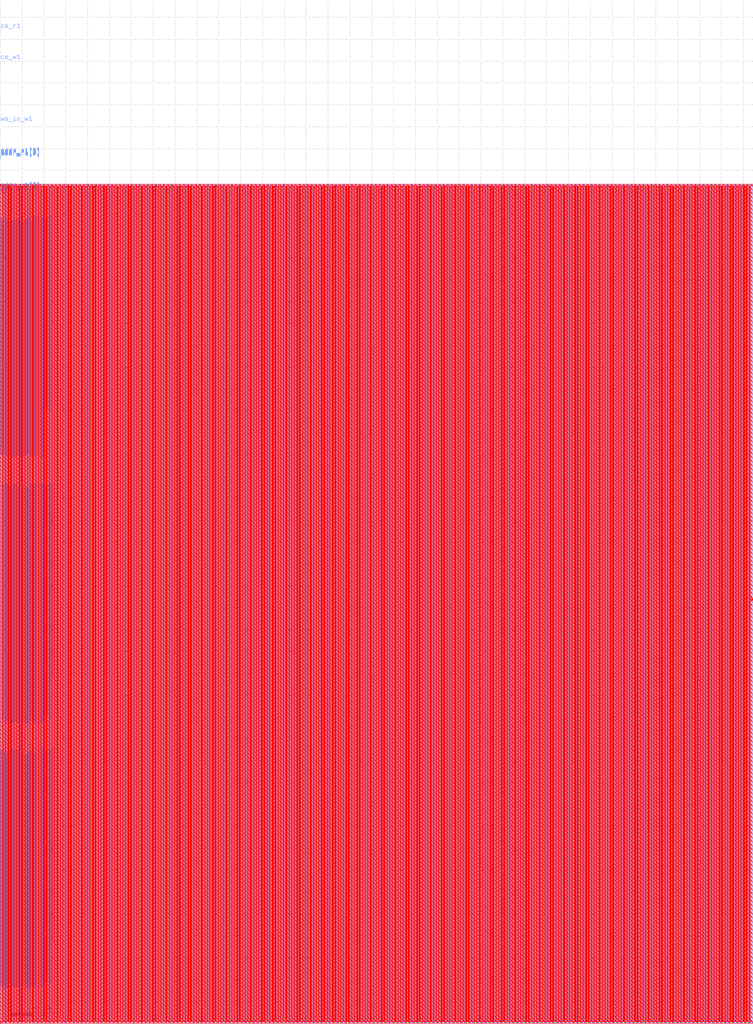
<source format=lef>
VERSION 5.7 ;
BUSBITCHARS "[]" ;
MACRO sram_512x256_1r1w
  FOREIGN sram_512x256_1r1w 0 0 ;
  SYMMETRY X Y R90 ;
  SIZE 689.130 BY 767.200 ;
  CLASS BLOCK ;
  PIN w_mask_w1[0]
    DIRECTION INPUT ;
    USE SIGNAL ;
    SHAPE ABUTMENT ;
    PORT
      LAYER metal3 ;
      RECT 0.000 29.505 0.070 29.575 ;
    END
  END w_mask_w1[0]
  PIN w_mask_w1[1]
    DIRECTION INPUT ;
    USE SIGNAL ;
    SHAPE ABUTMENT ;
    PORT
      LAYER metal3 ;
      RECT 0.000 29.925 0.070 29.995 ;
    END
  END w_mask_w1[1]
  PIN w_mask_w1[2]
    DIRECTION INPUT ;
    USE SIGNAL ;
    SHAPE ABUTMENT ;
    PORT
      LAYER metal3 ;
      RECT 0.000 30.345 0.070 30.415 ;
    END
  END w_mask_w1[2]
  PIN w_mask_w1[3]
    DIRECTION INPUT ;
    USE SIGNAL ;
    SHAPE ABUTMENT ;
    PORT
      LAYER metal3 ;
      RECT 0.000 30.765 0.070 30.835 ;
    END
  END w_mask_w1[3]
  PIN w_mask_w1[4]
    DIRECTION INPUT ;
    USE SIGNAL ;
    SHAPE ABUTMENT ;
    PORT
      LAYER metal3 ;
      RECT 0.000 31.185 0.070 31.255 ;
    END
  END w_mask_w1[4]
  PIN w_mask_w1[5]
    DIRECTION INPUT ;
    USE SIGNAL ;
    SHAPE ABUTMENT ;
    PORT
      LAYER metal3 ;
      RECT 0.000 31.605 0.070 31.675 ;
    END
  END w_mask_w1[5]
  PIN w_mask_w1[6]
    DIRECTION INPUT ;
    USE SIGNAL ;
    SHAPE ABUTMENT ;
    PORT
      LAYER metal3 ;
      RECT 0.000 32.025 0.070 32.095 ;
    END
  END w_mask_w1[6]
  PIN w_mask_w1[7]
    DIRECTION INPUT ;
    USE SIGNAL ;
    SHAPE ABUTMENT ;
    PORT
      LAYER metal3 ;
      RECT 0.000 32.445 0.070 32.515 ;
    END
  END w_mask_w1[7]
  PIN w_mask_w1[8]
    DIRECTION INPUT ;
    USE SIGNAL ;
    SHAPE ABUTMENT ;
    PORT
      LAYER metal3 ;
      RECT 0.000 32.865 0.070 32.935 ;
    END
  END w_mask_w1[8]
  PIN w_mask_w1[9]
    DIRECTION INPUT ;
    USE SIGNAL ;
    SHAPE ABUTMENT ;
    PORT
      LAYER metal3 ;
      RECT 0.000 33.285 0.070 33.355 ;
    END
  END w_mask_w1[9]
  PIN w_mask_w1[10]
    DIRECTION INPUT ;
    USE SIGNAL ;
    SHAPE ABUTMENT ;
    PORT
      LAYER metal3 ;
      RECT 0.000 33.705 0.070 33.775 ;
    END
  END w_mask_w1[10]
  PIN w_mask_w1[11]
    DIRECTION INPUT ;
    USE SIGNAL ;
    SHAPE ABUTMENT ;
    PORT
      LAYER metal3 ;
      RECT 0.000 34.125 0.070 34.195 ;
    END
  END w_mask_w1[11]
  PIN w_mask_w1[12]
    DIRECTION INPUT ;
    USE SIGNAL ;
    SHAPE ABUTMENT ;
    PORT
      LAYER metal3 ;
      RECT 0.000 34.545 0.070 34.615 ;
    END
  END w_mask_w1[12]
  PIN w_mask_w1[13]
    DIRECTION INPUT ;
    USE SIGNAL ;
    SHAPE ABUTMENT ;
    PORT
      LAYER metal3 ;
      RECT 0.000 34.965 0.070 35.035 ;
    END
  END w_mask_w1[13]
  PIN w_mask_w1[14]
    DIRECTION INPUT ;
    USE SIGNAL ;
    SHAPE ABUTMENT ;
    PORT
      LAYER metal3 ;
      RECT 0.000 35.385 0.070 35.455 ;
    END
  END w_mask_w1[14]
  PIN w_mask_w1[15]
    DIRECTION INPUT ;
    USE SIGNAL ;
    SHAPE ABUTMENT ;
    PORT
      LAYER metal3 ;
      RECT 0.000 35.805 0.070 35.875 ;
    END
  END w_mask_w1[15]
  PIN w_mask_w1[16]
    DIRECTION INPUT ;
    USE SIGNAL ;
    SHAPE ABUTMENT ;
    PORT
      LAYER metal3 ;
      RECT 0.000 36.225 0.070 36.295 ;
    END
  END w_mask_w1[16]
  PIN w_mask_w1[17]
    DIRECTION INPUT ;
    USE SIGNAL ;
    SHAPE ABUTMENT ;
    PORT
      LAYER metal3 ;
      RECT 0.000 36.645 0.070 36.715 ;
    END
  END w_mask_w1[17]
  PIN w_mask_w1[18]
    DIRECTION INPUT ;
    USE SIGNAL ;
    SHAPE ABUTMENT ;
    PORT
      LAYER metal3 ;
      RECT 0.000 37.065 0.070 37.135 ;
    END
  END w_mask_w1[18]
  PIN w_mask_w1[19]
    DIRECTION INPUT ;
    USE SIGNAL ;
    SHAPE ABUTMENT ;
    PORT
      LAYER metal3 ;
      RECT 0.000 37.485 0.070 37.555 ;
    END
  END w_mask_w1[19]
  PIN w_mask_w1[20]
    DIRECTION INPUT ;
    USE SIGNAL ;
    SHAPE ABUTMENT ;
    PORT
      LAYER metal3 ;
      RECT 0.000 37.905 0.070 37.975 ;
    END
  END w_mask_w1[20]
  PIN w_mask_w1[21]
    DIRECTION INPUT ;
    USE SIGNAL ;
    SHAPE ABUTMENT ;
    PORT
      LAYER metal3 ;
      RECT 0.000 38.325 0.070 38.395 ;
    END
  END w_mask_w1[21]
  PIN w_mask_w1[22]
    DIRECTION INPUT ;
    USE SIGNAL ;
    SHAPE ABUTMENT ;
    PORT
      LAYER metal3 ;
      RECT 0.000 38.745 0.070 38.815 ;
    END
  END w_mask_w1[22]
  PIN w_mask_w1[23]
    DIRECTION INPUT ;
    USE SIGNAL ;
    SHAPE ABUTMENT ;
    PORT
      LAYER metal3 ;
      RECT 0.000 39.165 0.070 39.235 ;
    END
  END w_mask_w1[23]
  PIN w_mask_w1[24]
    DIRECTION INPUT ;
    USE SIGNAL ;
    SHAPE ABUTMENT ;
    PORT
      LAYER metal3 ;
      RECT 0.000 39.585 0.070 39.655 ;
    END
  END w_mask_w1[24]
  PIN w_mask_w1[25]
    DIRECTION INPUT ;
    USE SIGNAL ;
    SHAPE ABUTMENT ;
    PORT
      LAYER metal3 ;
      RECT 0.000 40.005 0.070 40.075 ;
    END
  END w_mask_w1[25]
  PIN w_mask_w1[26]
    DIRECTION INPUT ;
    USE SIGNAL ;
    SHAPE ABUTMENT ;
    PORT
      LAYER metal3 ;
      RECT 0.000 40.425 0.070 40.495 ;
    END
  END w_mask_w1[26]
  PIN w_mask_w1[27]
    DIRECTION INPUT ;
    USE SIGNAL ;
    SHAPE ABUTMENT ;
    PORT
      LAYER metal3 ;
      RECT 0.000 40.845 0.070 40.915 ;
    END
  END w_mask_w1[27]
  PIN w_mask_w1[28]
    DIRECTION INPUT ;
    USE SIGNAL ;
    SHAPE ABUTMENT ;
    PORT
      LAYER metal3 ;
      RECT 0.000 41.265 0.070 41.335 ;
    END
  END w_mask_w1[28]
  PIN w_mask_w1[29]
    DIRECTION INPUT ;
    USE SIGNAL ;
    SHAPE ABUTMENT ;
    PORT
      LAYER metal3 ;
      RECT 0.000 41.685 0.070 41.755 ;
    END
  END w_mask_w1[29]
  PIN w_mask_w1[30]
    DIRECTION INPUT ;
    USE SIGNAL ;
    SHAPE ABUTMENT ;
    PORT
      LAYER metal3 ;
      RECT 0.000 42.105 0.070 42.175 ;
    END
  END w_mask_w1[30]
  PIN w_mask_w1[31]
    DIRECTION INPUT ;
    USE SIGNAL ;
    SHAPE ABUTMENT ;
    PORT
      LAYER metal3 ;
      RECT 0.000 42.525 0.070 42.595 ;
    END
  END w_mask_w1[31]
  PIN w_mask_w1[32]
    DIRECTION INPUT ;
    USE SIGNAL ;
    SHAPE ABUTMENT ;
    PORT
      LAYER metal3 ;
      RECT 0.000 42.945 0.070 43.015 ;
    END
  END w_mask_w1[32]
  PIN w_mask_w1[33]
    DIRECTION INPUT ;
    USE SIGNAL ;
    SHAPE ABUTMENT ;
    PORT
      LAYER metal3 ;
      RECT 0.000 43.365 0.070 43.435 ;
    END
  END w_mask_w1[33]
  PIN w_mask_w1[34]
    DIRECTION INPUT ;
    USE SIGNAL ;
    SHAPE ABUTMENT ;
    PORT
      LAYER metal3 ;
      RECT 0.000 43.785 0.070 43.855 ;
    END
  END w_mask_w1[34]
  PIN w_mask_w1[35]
    DIRECTION INPUT ;
    USE SIGNAL ;
    SHAPE ABUTMENT ;
    PORT
      LAYER metal3 ;
      RECT 0.000 44.205 0.070 44.275 ;
    END
  END w_mask_w1[35]
  PIN w_mask_w1[36]
    DIRECTION INPUT ;
    USE SIGNAL ;
    SHAPE ABUTMENT ;
    PORT
      LAYER metal3 ;
      RECT 0.000 44.625 0.070 44.695 ;
    END
  END w_mask_w1[36]
  PIN w_mask_w1[37]
    DIRECTION INPUT ;
    USE SIGNAL ;
    SHAPE ABUTMENT ;
    PORT
      LAYER metal3 ;
      RECT 0.000 45.045 0.070 45.115 ;
    END
  END w_mask_w1[37]
  PIN w_mask_w1[38]
    DIRECTION INPUT ;
    USE SIGNAL ;
    SHAPE ABUTMENT ;
    PORT
      LAYER metal3 ;
      RECT 0.000 45.465 0.070 45.535 ;
    END
  END w_mask_w1[38]
  PIN w_mask_w1[39]
    DIRECTION INPUT ;
    USE SIGNAL ;
    SHAPE ABUTMENT ;
    PORT
      LAYER metal3 ;
      RECT 0.000 45.885 0.070 45.955 ;
    END
  END w_mask_w1[39]
  PIN w_mask_w1[40]
    DIRECTION INPUT ;
    USE SIGNAL ;
    SHAPE ABUTMENT ;
    PORT
      LAYER metal3 ;
      RECT 0.000 46.305 0.070 46.375 ;
    END
  END w_mask_w1[40]
  PIN w_mask_w1[41]
    DIRECTION INPUT ;
    USE SIGNAL ;
    SHAPE ABUTMENT ;
    PORT
      LAYER metal3 ;
      RECT 0.000 46.725 0.070 46.795 ;
    END
  END w_mask_w1[41]
  PIN w_mask_w1[42]
    DIRECTION INPUT ;
    USE SIGNAL ;
    SHAPE ABUTMENT ;
    PORT
      LAYER metal3 ;
      RECT 0.000 47.145 0.070 47.215 ;
    END
  END w_mask_w1[42]
  PIN w_mask_w1[43]
    DIRECTION INPUT ;
    USE SIGNAL ;
    SHAPE ABUTMENT ;
    PORT
      LAYER metal3 ;
      RECT 0.000 47.565 0.070 47.635 ;
    END
  END w_mask_w1[43]
  PIN w_mask_w1[44]
    DIRECTION INPUT ;
    USE SIGNAL ;
    SHAPE ABUTMENT ;
    PORT
      LAYER metal3 ;
      RECT 0.000 47.985 0.070 48.055 ;
    END
  END w_mask_w1[44]
  PIN w_mask_w1[45]
    DIRECTION INPUT ;
    USE SIGNAL ;
    SHAPE ABUTMENT ;
    PORT
      LAYER metal3 ;
      RECT 0.000 48.405 0.070 48.475 ;
    END
  END w_mask_w1[45]
  PIN w_mask_w1[46]
    DIRECTION INPUT ;
    USE SIGNAL ;
    SHAPE ABUTMENT ;
    PORT
      LAYER metal3 ;
      RECT 0.000 48.825 0.070 48.895 ;
    END
  END w_mask_w1[46]
  PIN w_mask_w1[47]
    DIRECTION INPUT ;
    USE SIGNAL ;
    SHAPE ABUTMENT ;
    PORT
      LAYER metal3 ;
      RECT 0.000 49.245 0.070 49.315 ;
    END
  END w_mask_w1[47]
  PIN w_mask_w1[48]
    DIRECTION INPUT ;
    USE SIGNAL ;
    SHAPE ABUTMENT ;
    PORT
      LAYER metal3 ;
      RECT 0.000 49.665 0.070 49.735 ;
    END
  END w_mask_w1[48]
  PIN w_mask_w1[49]
    DIRECTION INPUT ;
    USE SIGNAL ;
    SHAPE ABUTMENT ;
    PORT
      LAYER metal3 ;
      RECT 0.000 50.085 0.070 50.155 ;
    END
  END w_mask_w1[49]
  PIN w_mask_w1[50]
    DIRECTION INPUT ;
    USE SIGNAL ;
    SHAPE ABUTMENT ;
    PORT
      LAYER metal3 ;
      RECT 0.000 50.505 0.070 50.575 ;
    END
  END w_mask_w1[50]
  PIN w_mask_w1[51]
    DIRECTION INPUT ;
    USE SIGNAL ;
    SHAPE ABUTMENT ;
    PORT
      LAYER metal3 ;
      RECT 0.000 50.925 0.070 50.995 ;
    END
  END w_mask_w1[51]
  PIN w_mask_w1[52]
    DIRECTION INPUT ;
    USE SIGNAL ;
    SHAPE ABUTMENT ;
    PORT
      LAYER metal3 ;
      RECT 0.000 51.345 0.070 51.415 ;
    END
  END w_mask_w1[52]
  PIN w_mask_w1[53]
    DIRECTION INPUT ;
    USE SIGNAL ;
    SHAPE ABUTMENT ;
    PORT
      LAYER metal3 ;
      RECT 0.000 51.765 0.070 51.835 ;
    END
  END w_mask_w1[53]
  PIN w_mask_w1[54]
    DIRECTION INPUT ;
    USE SIGNAL ;
    SHAPE ABUTMENT ;
    PORT
      LAYER metal3 ;
      RECT 0.000 52.185 0.070 52.255 ;
    END
  END w_mask_w1[54]
  PIN w_mask_w1[55]
    DIRECTION INPUT ;
    USE SIGNAL ;
    SHAPE ABUTMENT ;
    PORT
      LAYER metal3 ;
      RECT 0.000 52.605 0.070 52.675 ;
    END
  END w_mask_w1[55]
  PIN w_mask_w1[56]
    DIRECTION INPUT ;
    USE SIGNAL ;
    SHAPE ABUTMENT ;
    PORT
      LAYER metal3 ;
      RECT 0.000 53.025 0.070 53.095 ;
    END
  END w_mask_w1[56]
  PIN w_mask_w1[57]
    DIRECTION INPUT ;
    USE SIGNAL ;
    SHAPE ABUTMENT ;
    PORT
      LAYER metal3 ;
      RECT 0.000 53.445 0.070 53.515 ;
    END
  END w_mask_w1[57]
  PIN w_mask_w1[58]
    DIRECTION INPUT ;
    USE SIGNAL ;
    SHAPE ABUTMENT ;
    PORT
      LAYER metal3 ;
      RECT 0.000 53.865 0.070 53.935 ;
    END
  END w_mask_w1[58]
  PIN w_mask_w1[59]
    DIRECTION INPUT ;
    USE SIGNAL ;
    SHAPE ABUTMENT ;
    PORT
      LAYER metal3 ;
      RECT 0.000 54.285 0.070 54.355 ;
    END
  END w_mask_w1[59]
  PIN w_mask_w1[60]
    DIRECTION INPUT ;
    USE SIGNAL ;
    SHAPE ABUTMENT ;
    PORT
      LAYER metal3 ;
      RECT 0.000 54.705 0.070 54.775 ;
    END
  END w_mask_w1[60]
  PIN w_mask_w1[61]
    DIRECTION INPUT ;
    USE SIGNAL ;
    SHAPE ABUTMENT ;
    PORT
      LAYER metal3 ;
      RECT 0.000 55.125 0.070 55.195 ;
    END
  END w_mask_w1[61]
  PIN w_mask_w1[62]
    DIRECTION INPUT ;
    USE SIGNAL ;
    SHAPE ABUTMENT ;
    PORT
      LAYER metal3 ;
      RECT 0.000 55.545 0.070 55.615 ;
    END
  END w_mask_w1[62]
  PIN w_mask_w1[63]
    DIRECTION INPUT ;
    USE SIGNAL ;
    SHAPE ABUTMENT ;
    PORT
      LAYER metal3 ;
      RECT 0.000 55.965 0.070 56.035 ;
    END
  END w_mask_w1[63]
  PIN w_mask_w1[64]
    DIRECTION INPUT ;
    USE SIGNAL ;
    SHAPE ABUTMENT ;
    PORT
      LAYER metal3 ;
      RECT 0.000 56.385 0.070 56.455 ;
    END
  END w_mask_w1[64]
  PIN w_mask_w1[65]
    DIRECTION INPUT ;
    USE SIGNAL ;
    SHAPE ABUTMENT ;
    PORT
      LAYER metal3 ;
      RECT 0.000 56.805 0.070 56.875 ;
    END
  END w_mask_w1[65]
  PIN w_mask_w1[66]
    DIRECTION INPUT ;
    USE SIGNAL ;
    SHAPE ABUTMENT ;
    PORT
      LAYER metal3 ;
      RECT 0.000 57.225 0.070 57.295 ;
    END
  END w_mask_w1[66]
  PIN w_mask_w1[67]
    DIRECTION INPUT ;
    USE SIGNAL ;
    SHAPE ABUTMENT ;
    PORT
      LAYER metal3 ;
      RECT 0.000 57.645 0.070 57.715 ;
    END
  END w_mask_w1[67]
  PIN w_mask_w1[68]
    DIRECTION INPUT ;
    USE SIGNAL ;
    SHAPE ABUTMENT ;
    PORT
      LAYER metal3 ;
      RECT 0.000 58.065 0.070 58.135 ;
    END
  END w_mask_w1[68]
  PIN w_mask_w1[69]
    DIRECTION INPUT ;
    USE SIGNAL ;
    SHAPE ABUTMENT ;
    PORT
      LAYER metal3 ;
      RECT 0.000 58.485 0.070 58.555 ;
    END
  END w_mask_w1[69]
  PIN w_mask_w1[70]
    DIRECTION INPUT ;
    USE SIGNAL ;
    SHAPE ABUTMENT ;
    PORT
      LAYER metal3 ;
      RECT 0.000 58.905 0.070 58.975 ;
    END
  END w_mask_w1[70]
  PIN w_mask_w1[71]
    DIRECTION INPUT ;
    USE SIGNAL ;
    SHAPE ABUTMENT ;
    PORT
      LAYER metal3 ;
      RECT 0.000 59.325 0.070 59.395 ;
    END
  END w_mask_w1[71]
  PIN w_mask_w1[72]
    DIRECTION INPUT ;
    USE SIGNAL ;
    SHAPE ABUTMENT ;
    PORT
      LAYER metal3 ;
      RECT 0.000 59.745 0.070 59.815 ;
    END
  END w_mask_w1[72]
  PIN w_mask_w1[73]
    DIRECTION INPUT ;
    USE SIGNAL ;
    SHAPE ABUTMENT ;
    PORT
      LAYER metal3 ;
      RECT 0.000 60.165 0.070 60.235 ;
    END
  END w_mask_w1[73]
  PIN w_mask_w1[74]
    DIRECTION INPUT ;
    USE SIGNAL ;
    SHAPE ABUTMENT ;
    PORT
      LAYER metal3 ;
      RECT 0.000 60.585 0.070 60.655 ;
    END
  END w_mask_w1[74]
  PIN w_mask_w1[75]
    DIRECTION INPUT ;
    USE SIGNAL ;
    SHAPE ABUTMENT ;
    PORT
      LAYER metal3 ;
      RECT 0.000 61.005 0.070 61.075 ;
    END
  END w_mask_w1[75]
  PIN w_mask_w1[76]
    DIRECTION INPUT ;
    USE SIGNAL ;
    SHAPE ABUTMENT ;
    PORT
      LAYER metal3 ;
      RECT 0.000 61.425 0.070 61.495 ;
    END
  END w_mask_w1[76]
  PIN w_mask_w1[77]
    DIRECTION INPUT ;
    USE SIGNAL ;
    SHAPE ABUTMENT ;
    PORT
      LAYER metal3 ;
      RECT 0.000 61.845 0.070 61.915 ;
    END
  END w_mask_w1[77]
  PIN w_mask_w1[78]
    DIRECTION INPUT ;
    USE SIGNAL ;
    SHAPE ABUTMENT ;
    PORT
      LAYER metal3 ;
      RECT 0.000 62.265 0.070 62.335 ;
    END
  END w_mask_w1[78]
  PIN w_mask_w1[79]
    DIRECTION INPUT ;
    USE SIGNAL ;
    SHAPE ABUTMENT ;
    PORT
      LAYER metal3 ;
      RECT 0.000 62.685 0.070 62.755 ;
    END
  END w_mask_w1[79]
  PIN w_mask_w1[80]
    DIRECTION INPUT ;
    USE SIGNAL ;
    SHAPE ABUTMENT ;
    PORT
      LAYER metal3 ;
      RECT 0.000 63.105 0.070 63.175 ;
    END
  END w_mask_w1[80]
  PIN w_mask_w1[81]
    DIRECTION INPUT ;
    USE SIGNAL ;
    SHAPE ABUTMENT ;
    PORT
      LAYER metal3 ;
      RECT 0.000 63.525 0.070 63.595 ;
    END
  END w_mask_w1[81]
  PIN w_mask_w1[82]
    DIRECTION INPUT ;
    USE SIGNAL ;
    SHAPE ABUTMENT ;
    PORT
      LAYER metal3 ;
      RECT 0.000 63.945 0.070 64.015 ;
    END
  END w_mask_w1[82]
  PIN w_mask_w1[83]
    DIRECTION INPUT ;
    USE SIGNAL ;
    SHAPE ABUTMENT ;
    PORT
      LAYER metal3 ;
      RECT 0.000 64.365 0.070 64.435 ;
    END
  END w_mask_w1[83]
  PIN w_mask_w1[84]
    DIRECTION INPUT ;
    USE SIGNAL ;
    SHAPE ABUTMENT ;
    PORT
      LAYER metal3 ;
      RECT 0.000 64.785 0.070 64.855 ;
    END
  END w_mask_w1[84]
  PIN w_mask_w1[85]
    DIRECTION INPUT ;
    USE SIGNAL ;
    SHAPE ABUTMENT ;
    PORT
      LAYER metal3 ;
      RECT 0.000 65.205 0.070 65.275 ;
    END
  END w_mask_w1[85]
  PIN w_mask_w1[86]
    DIRECTION INPUT ;
    USE SIGNAL ;
    SHAPE ABUTMENT ;
    PORT
      LAYER metal3 ;
      RECT 0.000 65.625 0.070 65.695 ;
    END
  END w_mask_w1[86]
  PIN w_mask_w1[87]
    DIRECTION INPUT ;
    USE SIGNAL ;
    SHAPE ABUTMENT ;
    PORT
      LAYER metal3 ;
      RECT 0.000 66.045 0.070 66.115 ;
    END
  END w_mask_w1[87]
  PIN w_mask_w1[88]
    DIRECTION INPUT ;
    USE SIGNAL ;
    SHAPE ABUTMENT ;
    PORT
      LAYER metal3 ;
      RECT 0.000 66.465 0.070 66.535 ;
    END
  END w_mask_w1[88]
  PIN w_mask_w1[89]
    DIRECTION INPUT ;
    USE SIGNAL ;
    SHAPE ABUTMENT ;
    PORT
      LAYER metal3 ;
      RECT 0.000 66.885 0.070 66.955 ;
    END
  END w_mask_w1[89]
  PIN w_mask_w1[90]
    DIRECTION INPUT ;
    USE SIGNAL ;
    SHAPE ABUTMENT ;
    PORT
      LAYER metal3 ;
      RECT 0.000 67.305 0.070 67.375 ;
    END
  END w_mask_w1[90]
  PIN w_mask_w1[91]
    DIRECTION INPUT ;
    USE SIGNAL ;
    SHAPE ABUTMENT ;
    PORT
      LAYER metal3 ;
      RECT 0.000 67.725 0.070 67.795 ;
    END
  END w_mask_w1[91]
  PIN w_mask_w1[92]
    DIRECTION INPUT ;
    USE SIGNAL ;
    SHAPE ABUTMENT ;
    PORT
      LAYER metal3 ;
      RECT 0.000 68.145 0.070 68.215 ;
    END
  END w_mask_w1[92]
  PIN w_mask_w1[93]
    DIRECTION INPUT ;
    USE SIGNAL ;
    SHAPE ABUTMENT ;
    PORT
      LAYER metal3 ;
      RECT 0.000 68.565 0.070 68.635 ;
    END
  END w_mask_w1[93]
  PIN w_mask_w1[94]
    DIRECTION INPUT ;
    USE SIGNAL ;
    SHAPE ABUTMENT ;
    PORT
      LAYER metal3 ;
      RECT 0.000 68.985 0.070 69.055 ;
    END
  END w_mask_w1[94]
  PIN w_mask_w1[95]
    DIRECTION INPUT ;
    USE SIGNAL ;
    SHAPE ABUTMENT ;
    PORT
      LAYER metal3 ;
      RECT 0.000 69.405 0.070 69.475 ;
    END
  END w_mask_w1[95]
  PIN w_mask_w1[96]
    DIRECTION INPUT ;
    USE SIGNAL ;
    SHAPE ABUTMENT ;
    PORT
      LAYER metal3 ;
      RECT 0.000 69.825 0.070 69.895 ;
    END
  END w_mask_w1[96]
  PIN w_mask_w1[97]
    DIRECTION INPUT ;
    USE SIGNAL ;
    SHAPE ABUTMENT ;
    PORT
      LAYER metal3 ;
      RECT 0.000 70.245 0.070 70.315 ;
    END
  END w_mask_w1[97]
  PIN w_mask_w1[98]
    DIRECTION INPUT ;
    USE SIGNAL ;
    SHAPE ABUTMENT ;
    PORT
      LAYER metal3 ;
      RECT 0.000 70.665 0.070 70.735 ;
    END
  END w_mask_w1[98]
  PIN w_mask_w1[99]
    DIRECTION INPUT ;
    USE SIGNAL ;
    SHAPE ABUTMENT ;
    PORT
      LAYER metal3 ;
      RECT 0.000 71.085 0.070 71.155 ;
    END
  END w_mask_w1[99]
  PIN w_mask_w1[100]
    DIRECTION INPUT ;
    USE SIGNAL ;
    SHAPE ABUTMENT ;
    PORT
      LAYER metal3 ;
      RECT 0.000 71.505 0.070 71.575 ;
    END
  END w_mask_w1[100]
  PIN w_mask_w1[101]
    DIRECTION INPUT ;
    USE SIGNAL ;
    SHAPE ABUTMENT ;
    PORT
      LAYER metal3 ;
      RECT 0.000 71.925 0.070 71.995 ;
    END
  END w_mask_w1[101]
  PIN w_mask_w1[102]
    DIRECTION INPUT ;
    USE SIGNAL ;
    SHAPE ABUTMENT ;
    PORT
      LAYER metal3 ;
      RECT 0.000 72.345 0.070 72.415 ;
    END
  END w_mask_w1[102]
  PIN w_mask_w1[103]
    DIRECTION INPUT ;
    USE SIGNAL ;
    SHAPE ABUTMENT ;
    PORT
      LAYER metal3 ;
      RECT 0.000 72.765 0.070 72.835 ;
    END
  END w_mask_w1[103]
  PIN w_mask_w1[104]
    DIRECTION INPUT ;
    USE SIGNAL ;
    SHAPE ABUTMENT ;
    PORT
      LAYER metal3 ;
      RECT 0.000 73.185 0.070 73.255 ;
    END
  END w_mask_w1[104]
  PIN w_mask_w1[105]
    DIRECTION INPUT ;
    USE SIGNAL ;
    SHAPE ABUTMENT ;
    PORT
      LAYER metal3 ;
      RECT 0.000 73.605 0.070 73.675 ;
    END
  END w_mask_w1[105]
  PIN w_mask_w1[106]
    DIRECTION INPUT ;
    USE SIGNAL ;
    SHAPE ABUTMENT ;
    PORT
      LAYER metal3 ;
      RECT 0.000 74.025 0.070 74.095 ;
    END
  END w_mask_w1[106]
  PIN w_mask_w1[107]
    DIRECTION INPUT ;
    USE SIGNAL ;
    SHAPE ABUTMENT ;
    PORT
      LAYER metal3 ;
      RECT 0.000 74.445 0.070 74.515 ;
    END
  END w_mask_w1[107]
  PIN w_mask_w1[108]
    DIRECTION INPUT ;
    USE SIGNAL ;
    SHAPE ABUTMENT ;
    PORT
      LAYER metal3 ;
      RECT 0.000 74.865 0.070 74.935 ;
    END
  END w_mask_w1[108]
  PIN w_mask_w1[109]
    DIRECTION INPUT ;
    USE SIGNAL ;
    SHAPE ABUTMENT ;
    PORT
      LAYER metal3 ;
      RECT 0.000 75.285 0.070 75.355 ;
    END
  END w_mask_w1[109]
  PIN w_mask_w1[110]
    DIRECTION INPUT ;
    USE SIGNAL ;
    SHAPE ABUTMENT ;
    PORT
      LAYER metal3 ;
      RECT 0.000 75.705 0.070 75.775 ;
    END
  END w_mask_w1[110]
  PIN w_mask_w1[111]
    DIRECTION INPUT ;
    USE SIGNAL ;
    SHAPE ABUTMENT ;
    PORT
      LAYER metal3 ;
      RECT 0.000 76.125 0.070 76.195 ;
    END
  END w_mask_w1[111]
  PIN w_mask_w1[112]
    DIRECTION INPUT ;
    USE SIGNAL ;
    SHAPE ABUTMENT ;
    PORT
      LAYER metal3 ;
      RECT 0.000 76.545 0.070 76.615 ;
    END
  END w_mask_w1[112]
  PIN w_mask_w1[113]
    DIRECTION INPUT ;
    USE SIGNAL ;
    SHAPE ABUTMENT ;
    PORT
      LAYER metal3 ;
      RECT 0.000 76.965 0.070 77.035 ;
    END
  END w_mask_w1[113]
  PIN w_mask_w1[114]
    DIRECTION INPUT ;
    USE SIGNAL ;
    SHAPE ABUTMENT ;
    PORT
      LAYER metal3 ;
      RECT 0.000 77.385 0.070 77.455 ;
    END
  END w_mask_w1[114]
  PIN w_mask_w1[115]
    DIRECTION INPUT ;
    USE SIGNAL ;
    SHAPE ABUTMENT ;
    PORT
      LAYER metal3 ;
      RECT 0.000 77.805 0.070 77.875 ;
    END
  END w_mask_w1[115]
  PIN w_mask_w1[116]
    DIRECTION INPUT ;
    USE SIGNAL ;
    SHAPE ABUTMENT ;
    PORT
      LAYER metal3 ;
      RECT 0.000 78.225 0.070 78.295 ;
    END
  END w_mask_w1[116]
  PIN w_mask_w1[117]
    DIRECTION INPUT ;
    USE SIGNAL ;
    SHAPE ABUTMENT ;
    PORT
      LAYER metal3 ;
      RECT 0.000 78.645 0.070 78.715 ;
    END
  END w_mask_w1[117]
  PIN w_mask_w1[118]
    DIRECTION INPUT ;
    USE SIGNAL ;
    SHAPE ABUTMENT ;
    PORT
      LAYER metal3 ;
      RECT 0.000 79.065 0.070 79.135 ;
    END
  END w_mask_w1[118]
  PIN w_mask_w1[119]
    DIRECTION INPUT ;
    USE SIGNAL ;
    SHAPE ABUTMENT ;
    PORT
      LAYER metal3 ;
      RECT 0.000 79.485 0.070 79.555 ;
    END
  END w_mask_w1[119]
  PIN w_mask_w1[120]
    DIRECTION INPUT ;
    USE SIGNAL ;
    SHAPE ABUTMENT ;
    PORT
      LAYER metal3 ;
      RECT 0.000 79.905 0.070 79.975 ;
    END
  END w_mask_w1[120]
  PIN w_mask_w1[121]
    DIRECTION INPUT ;
    USE SIGNAL ;
    SHAPE ABUTMENT ;
    PORT
      LAYER metal3 ;
      RECT 0.000 80.325 0.070 80.395 ;
    END
  END w_mask_w1[121]
  PIN w_mask_w1[122]
    DIRECTION INPUT ;
    USE SIGNAL ;
    SHAPE ABUTMENT ;
    PORT
      LAYER metal3 ;
      RECT 0.000 80.745 0.070 80.815 ;
    END
  END w_mask_w1[122]
  PIN w_mask_w1[123]
    DIRECTION INPUT ;
    USE SIGNAL ;
    SHAPE ABUTMENT ;
    PORT
      LAYER metal3 ;
      RECT 0.000 81.165 0.070 81.235 ;
    END
  END w_mask_w1[123]
  PIN w_mask_w1[124]
    DIRECTION INPUT ;
    USE SIGNAL ;
    SHAPE ABUTMENT ;
    PORT
      LAYER metal3 ;
      RECT 0.000 81.585 0.070 81.655 ;
    END
  END w_mask_w1[124]
  PIN w_mask_w1[125]
    DIRECTION INPUT ;
    USE SIGNAL ;
    SHAPE ABUTMENT ;
    PORT
      LAYER metal3 ;
      RECT 0.000 82.005 0.070 82.075 ;
    END
  END w_mask_w1[125]
  PIN w_mask_w1[126]
    DIRECTION INPUT ;
    USE SIGNAL ;
    SHAPE ABUTMENT ;
    PORT
      LAYER metal3 ;
      RECT 0.000 82.425 0.070 82.495 ;
    END
  END w_mask_w1[126]
  PIN w_mask_w1[127]
    DIRECTION INPUT ;
    USE SIGNAL ;
    SHAPE ABUTMENT ;
    PORT
      LAYER metal3 ;
      RECT 0.000 82.845 0.070 82.915 ;
    END
  END w_mask_w1[127]
  PIN w_mask_w1[128]
    DIRECTION INPUT ;
    USE SIGNAL ;
    SHAPE ABUTMENT ;
    PORT
      LAYER metal3 ;
      RECT 0.000 83.265 0.070 83.335 ;
    END
  END w_mask_w1[128]
  PIN w_mask_w1[129]
    DIRECTION INPUT ;
    USE SIGNAL ;
    SHAPE ABUTMENT ;
    PORT
      LAYER metal3 ;
      RECT 0.000 83.685 0.070 83.755 ;
    END
  END w_mask_w1[129]
  PIN w_mask_w1[130]
    DIRECTION INPUT ;
    USE SIGNAL ;
    SHAPE ABUTMENT ;
    PORT
      LAYER metal3 ;
      RECT 0.000 84.105 0.070 84.175 ;
    END
  END w_mask_w1[130]
  PIN w_mask_w1[131]
    DIRECTION INPUT ;
    USE SIGNAL ;
    SHAPE ABUTMENT ;
    PORT
      LAYER metal3 ;
      RECT 0.000 84.525 0.070 84.595 ;
    END
  END w_mask_w1[131]
  PIN w_mask_w1[132]
    DIRECTION INPUT ;
    USE SIGNAL ;
    SHAPE ABUTMENT ;
    PORT
      LAYER metal3 ;
      RECT 0.000 84.945 0.070 85.015 ;
    END
  END w_mask_w1[132]
  PIN w_mask_w1[133]
    DIRECTION INPUT ;
    USE SIGNAL ;
    SHAPE ABUTMENT ;
    PORT
      LAYER metal3 ;
      RECT 0.000 85.365 0.070 85.435 ;
    END
  END w_mask_w1[133]
  PIN w_mask_w1[134]
    DIRECTION INPUT ;
    USE SIGNAL ;
    SHAPE ABUTMENT ;
    PORT
      LAYER metal3 ;
      RECT 0.000 85.785 0.070 85.855 ;
    END
  END w_mask_w1[134]
  PIN w_mask_w1[135]
    DIRECTION INPUT ;
    USE SIGNAL ;
    SHAPE ABUTMENT ;
    PORT
      LAYER metal3 ;
      RECT 0.000 86.205 0.070 86.275 ;
    END
  END w_mask_w1[135]
  PIN w_mask_w1[136]
    DIRECTION INPUT ;
    USE SIGNAL ;
    SHAPE ABUTMENT ;
    PORT
      LAYER metal3 ;
      RECT 0.000 86.625 0.070 86.695 ;
    END
  END w_mask_w1[136]
  PIN w_mask_w1[137]
    DIRECTION INPUT ;
    USE SIGNAL ;
    SHAPE ABUTMENT ;
    PORT
      LAYER metal3 ;
      RECT 0.000 87.045 0.070 87.115 ;
    END
  END w_mask_w1[137]
  PIN w_mask_w1[138]
    DIRECTION INPUT ;
    USE SIGNAL ;
    SHAPE ABUTMENT ;
    PORT
      LAYER metal3 ;
      RECT 0.000 87.465 0.070 87.535 ;
    END
  END w_mask_w1[138]
  PIN w_mask_w1[139]
    DIRECTION INPUT ;
    USE SIGNAL ;
    SHAPE ABUTMENT ;
    PORT
      LAYER metal3 ;
      RECT 0.000 87.885 0.070 87.955 ;
    END
  END w_mask_w1[139]
  PIN w_mask_w1[140]
    DIRECTION INPUT ;
    USE SIGNAL ;
    SHAPE ABUTMENT ;
    PORT
      LAYER metal3 ;
      RECT 0.000 88.305 0.070 88.375 ;
    END
  END w_mask_w1[140]
  PIN w_mask_w1[141]
    DIRECTION INPUT ;
    USE SIGNAL ;
    SHAPE ABUTMENT ;
    PORT
      LAYER metal3 ;
      RECT 0.000 88.725 0.070 88.795 ;
    END
  END w_mask_w1[141]
  PIN w_mask_w1[142]
    DIRECTION INPUT ;
    USE SIGNAL ;
    SHAPE ABUTMENT ;
    PORT
      LAYER metal3 ;
      RECT 0.000 89.145 0.070 89.215 ;
    END
  END w_mask_w1[142]
  PIN w_mask_w1[143]
    DIRECTION INPUT ;
    USE SIGNAL ;
    SHAPE ABUTMENT ;
    PORT
      LAYER metal3 ;
      RECT 0.000 89.565 0.070 89.635 ;
    END
  END w_mask_w1[143]
  PIN w_mask_w1[144]
    DIRECTION INPUT ;
    USE SIGNAL ;
    SHAPE ABUTMENT ;
    PORT
      LAYER metal3 ;
      RECT 0.000 89.985 0.070 90.055 ;
    END
  END w_mask_w1[144]
  PIN w_mask_w1[145]
    DIRECTION INPUT ;
    USE SIGNAL ;
    SHAPE ABUTMENT ;
    PORT
      LAYER metal3 ;
      RECT 0.000 90.405 0.070 90.475 ;
    END
  END w_mask_w1[145]
  PIN w_mask_w1[146]
    DIRECTION INPUT ;
    USE SIGNAL ;
    SHAPE ABUTMENT ;
    PORT
      LAYER metal3 ;
      RECT 0.000 90.825 0.070 90.895 ;
    END
  END w_mask_w1[146]
  PIN w_mask_w1[147]
    DIRECTION INPUT ;
    USE SIGNAL ;
    SHAPE ABUTMENT ;
    PORT
      LAYER metal3 ;
      RECT 0.000 91.245 0.070 91.315 ;
    END
  END w_mask_w1[147]
  PIN w_mask_w1[148]
    DIRECTION INPUT ;
    USE SIGNAL ;
    SHAPE ABUTMENT ;
    PORT
      LAYER metal3 ;
      RECT 0.000 91.665 0.070 91.735 ;
    END
  END w_mask_w1[148]
  PIN w_mask_w1[149]
    DIRECTION INPUT ;
    USE SIGNAL ;
    SHAPE ABUTMENT ;
    PORT
      LAYER metal3 ;
      RECT 0.000 92.085 0.070 92.155 ;
    END
  END w_mask_w1[149]
  PIN w_mask_w1[150]
    DIRECTION INPUT ;
    USE SIGNAL ;
    SHAPE ABUTMENT ;
    PORT
      LAYER metal3 ;
      RECT 0.000 92.505 0.070 92.575 ;
    END
  END w_mask_w1[150]
  PIN w_mask_w1[151]
    DIRECTION INPUT ;
    USE SIGNAL ;
    SHAPE ABUTMENT ;
    PORT
      LAYER metal3 ;
      RECT 0.000 92.925 0.070 92.995 ;
    END
  END w_mask_w1[151]
  PIN w_mask_w1[152]
    DIRECTION INPUT ;
    USE SIGNAL ;
    SHAPE ABUTMENT ;
    PORT
      LAYER metal3 ;
      RECT 0.000 93.345 0.070 93.415 ;
    END
  END w_mask_w1[152]
  PIN w_mask_w1[153]
    DIRECTION INPUT ;
    USE SIGNAL ;
    SHAPE ABUTMENT ;
    PORT
      LAYER metal3 ;
      RECT 0.000 93.765 0.070 93.835 ;
    END
  END w_mask_w1[153]
  PIN w_mask_w1[154]
    DIRECTION INPUT ;
    USE SIGNAL ;
    SHAPE ABUTMENT ;
    PORT
      LAYER metal3 ;
      RECT 0.000 94.185 0.070 94.255 ;
    END
  END w_mask_w1[154]
  PIN w_mask_w1[155]
    DIRECTION INPUT ;
    USE SIGNAL ;
    SHAPE ABUTMENT ;
    PORT
      LAYER metal3 ;
      RECT 0.000 94.605 0.070 94.675 ;
    END
  END w_mask_w1[155]
  PIN w_mask_w1[156]
    DIRECTION INPUT ;
    USE SIGNAL ;
    SHAPE ABUTMENT ;
    PORT
      LAYER metal3 ;
      RECT 0.000 95.025 0.070 95.095 ;
    END
  END w_mask_w1[156]
  PIN w_mask_w1[157]
    DIRECTION INPUT ;
    USE SIGNAL ;
    SHAPE ABUTMENT ;
    PORT
      LAYER metal3 ;
      RECT 0.000 95.445 0.070 95.515 ;
    END
  END w_mask_w1[157]
  PIN w_mask_w1[158]
    DIRECTION INPUT ;
    USE SIGNAL ;
    SHAPE ABUTMENT ;
    PORT
      LAYER metal3 ;
      RECT 0.000 95.865 0.070 95.935 ;
    END
  END w_mask_w1[158]
  PIN w_mask_w1[159]
    DIRECTION INPUT ;
    USE SIGNAL ;
    SHAPE ABUTMENT ;
    PORT
      LAYER metal3 ;
      RECT 0.000 96.285 0.070 96.355 ;
    END
  END w_mask_w1[159]
  PIN w_mask_w1[160]
    DIRECTION INPUT ;
    USE SIGNAL ;
    SHAPE ABUTMENT ;
    PORT
      LAYER metal3 ;
      RECT 0.000 96.705 0.070 96.775 ;
    END
  END w_mask_w1[160]
  PIN w_mask_w1[161]
    DIRECTION INPUT ;
    USE SIGNAL ;
    SHAPE ABUTMENT ;
    PORT
      LAYER metal3 ;
      RECT 0.000 97.125 0.070 97.195 ;
    END
  END w_mask_w1[161]
  PIN w_mask_w1[162]
    DIRECTION INPUT ;
    USE SIGNAL ;
    SHAPE ABUTMENT ;
    PORT
      LAYER metal3 ;
      RECT 0.000 97.545 0.070 97.615 ;
    END
  END w_mask_w1[162]
  PIN w_mask_w1[163]
    DIRECTION INPUT ;
    USE SIGNAL ;
    SHAPE ABUTMENT ;
    PORT
      LAYER metal3 ;
      RECT 0.000 97.965 0.070 98.035 ;
    END
  END w_mask_w1[163]
  PIN w_mask_w1[164]
    DIRECTION INPUT ;
    USE SIGNAL ;
    SHAPE ABUTMENT ;
    PORT
      LAYER metal3 ;
      RECT 0.000 98.385 0.070 98.455 ;
    END
  END w_mask_w1[164]
  PIN w_mask_w1[165]
    DIRECTION INPUT ;
    USE SIGNAL ;
    SHAPE ABUTMENT ;
    PORT
      LAYER metal3 ;
      RECT 0.000 98.805 0.070 98.875 ;
    END
  END w_mask_w1[165]
  PIN w_mask_w1[166]
    DIRECTION INPUT ;
    USE SIGNAL ;
    SHAPE ABUTMENT ;
    PORT
      LAYER metal3 ;
      RECT 0.000 99.225 0.070 99.295 ;
    END
  END w_mask_w1[166]
  PIN w_mask_w1[167]
    DIRECTION INPUT ;
    USE SIGNAL ;
    SHAPE ABUTMENT ;
    PORT
      LAYER metal3 ;
      RECT 0.000 99.645 0.070 99.715 ;
    END
  END w_mask_w1[167]
  PIN w_mask_w1[168]
    DIRECTION INPUT ;
    USE SIGNAL ;
    SHAPE ABUTMENT ;
    PORT
      LAYER metal3 ;
      RECT 0.000 100.065 0.070 100.135 ;
    END
  END w_mask_w1[168]
  PIN w_mask_w1[169]
    DIRECTION INPUT ;
    USE SIGNAL ;
    SHAPE ABUTMENT ;
    PORT
      LAYER metal3 ;
      RECT 0.000 100.485 0.070 100.555 ;
    END
  END w_mask_w1[169]
  PIN w_mask_w1[170]
    DIRECTION INPUT ;
    USE SIGNAL ;
    SHAPE ABUTMENT ;
    PORT
      LAYER metal3 ;
      RECT 0.000 100.905 0.070 100.975 ;
    END
  END w_mask_w1[170]
  PIN w_mask_w1[171]
    DIRECTION INPUT ;
    USE SIGNAL ;
    SHAPE ABUTMENT ;
    PORT
      LAYER metal3 ;
      RECT 0.000 101.325 0.070 101.395 ;
    END
  END w_mask_w1[171]
  PIN w_mask_w1[172]
    DIRECTION INPUT ;
    USE SIGNAL ;
    SHAPE ABUTMENT ;
    PORT
      LAYER metal3 ;
      RECT 0.000 101.745 0.070 101.815 ;
    END
  END w_mask_w1[172]
  PIN w_mask_w1[173]
    DIRECTION INPUT ;
    USE SIGNAL ;
    SHAPE ABUTMENT ;
    PORT
      LAYER metal3 ;
      RECT 0.000 102.165 0.070 102.235 ;
    END
  END w_mask_w1[173]
  PIN w_mask_w1[174]
    DIRECTION INPUT ;
    USE SIGNAL ;
    SHAPE ABUTMENT ;
    PORT
      LAYER metal3 ;
      RECT 0.000 102.585 0.070 102.655 ;
    END
  END w_mask_w1[174]
  PIN w_mask_w1[175]
    DIRECTION INPUT ;
    USE SIGNAL ;
    SHAPE ABUTMENT ;
    PORT
      LAYER metal3 ;
      RECT 0.000 103.005 0.070 103.075 ;
    END
  END w_mask_w1[175]
  PIN w_mask_w1[176]
    DIRECTION INPUT ;
    USE SIGNAL ;
    SHAPE ABUTMENT ;
    PORT
      LAYER metal3 ;
      RECT 0.000 103.425 0.070 103.495 ;
    END
  END w_mask_w1[176]
  PIN w_mask_w1[177]
    DIRECTION INPUT ;
    USE SIGNAL ;
    SHAPE ABUTMENT ;
    PORT
      LAYER metal3 ;
      RECT 0.000 103.845 0.070 103.915 ;
    END
  END w_mask_w1[177]
  PIN w_mask_w1[178]
    DIRECTION INPUT ;
    USE SIGNAL ;
    SHAPE ABUTMENT ;
    PORT
      LAYER metal3 ;
      RECT 0.000 104.265 0.070 104.335 ;
    END
  END w_mask_w1[178]
  PIN w_mask_w1[179]
    DIRECTION INPUT ;
    USE SIGNAL ;
    SHAPE ABUTMENT ;
    PORT
      LAYER metal3 ;
      RECT 0.000 104.685 0.070 104.755 ;
    END
  END w_mask_w1[179]
  PIN w_mask_w1[180]
    DIRECTION INPUT ;
    USE SIGNAL ;
    SHAPE ABUTMENT ;
    PORT
      LAYER metal3 ;
      RECT 0.000 105.105 0.070 105.175 ;
    END
  END w_mask_w1[180]
  PIN w_mask_w1[181]
    DIRECTION INPUT ;
    USE SIGNAL ;
    SHAPE ABUTMENT ;
    PORT
      LAYER metal3 ;
      RECT 0.000 105.525 0.070 105.595 ;
    END
  END w_mask_w1[181]
  PIN w_mask_w1[182]
    DIRECTION INPUT ;
    USE SIGNAL ;
    SHAPE ABUTMENT ;
    PORT
      LAYER metal3 ;
      RECT 0.000 105.945 0.070 106.015 ;
    END
  END w_mask_w1[182]
  PIN w_mask_w1[183]
    DIRECTION INPUT ;
    USE SIGNAL ;
    SHAPE ABUTMENT ;
    PORT
      LAYER metal3 ;
      RECT 0.000 106.365 0.070 106.435 ;
    END
  END w_mask_w1[183]
  PIN w_mask_w1[184]
    DIRECTION INPUT ;
    USE SIGNAL ;
    SHAPE ABUTMENT ;
    PORT
      LAYER metal3 ;
      RECT 0.000 106.785 0.070 106.855 ;
    END
  END w_mask_w1[184]
  PIN w_mask_w1[185]
    DIRECTION INPUT ;
    USE SIGNAL ;
    SHAPE ABUTMENT ;
    PORT
      LAYER metal3 ;
      RECT 0.000 107.205 0.070 107.275 ;
    END
  END w_mask_w1[185]
  PIN w_mask_w1[186]
    DIRECTION INPUT ;
    USE SIGNAL ;
    SHAPE ABUTMENT ;
    PORT
      LAYER metal3 ;
      RECT 0.000 107.625 0.070 107.695 ;
    END
  END w_mask_w1[186]
  PIN w_mask_w1[187]
    DIRECTION INPUT ;
    USE SIGNAL ;
    SHAPE ABUTMENT ;
    PORT
      LAYER metal3 ;
      RECT 0.000 108.045 0.070 108.115 ;
    END
  END w_mask_w1[187]
  PIN w_mask_w1[188]
    DIRECTION INPUT ;
    USE SIGNAL ;
    SHAPE ABUTMENT ;
    PORT
      LAYER metal3 ;
      RECT 0.000 108.465 0.070 108.535 ;
    END
  END w_mask_w1[188]
  PIN w_mask_w1[189]
    DIRECTION INPUT ;
    USE SIGNAL ;
    SHAPE ABUTMENT ;
    PORT
      LAYER metal3 ;
      RECT 0.000 108.885 0.070 108.955 ;
    END
  END w_mask_w1[189]
  PIN w_mask_w1[190]
    DIRECTION INPUT ;
    USE SIGNAL ;
    SHAPE ABUTMENT ;
    PORT
      LAYER metal3 ;
      RECT 0.000 109.305 0.070 109.375 ;
    END
  END w_mask_w1[190]
  PIN w_mask_w1[191]
    DIRECTION INPUT ;
    USE SIGNAL ;
    SHAPE ABUTMENT ;
    PORT
      LAYER metal3 ;
      RECT 0.000 109.725 0.070 109.795 ;
    END
  END w_mask_w1[191]
  PIN w_mask_w1[192]
    DIRECTION INPUT ;
    USE SIGNAL ;
    SHAPE ABUTMENT ;
    PORT
      LAYER metal3 ;
      RECT 0.000 110.145 0.070 110.215 ;
    END
  END w_mask_w1[192]
  PIN w_mask_w1[193]
    DIRECTION INPUT ;
    USE SIGNAL ;
    SHAPE ABUTMENT ;
    PORT
      LAYER metal3 ;
      RECT 0.000 110.565 0.070 110.635 ;
    END
  END w_mask_w1[193]
  PIN w_mask_w1[194]
    DIRECTION INPUT ;
    USE SIGNAL ;
    SHAPE ABUTMENT ;
    PORT
      LAYER metal3 ;
      RECT 0.000 110.985 0.070 111.055 ;
    END
  END w_mask_w1[194]
  PIN w_mask_w1[195]
    DIRECTION INPUT ;
    USE SIGNAL ;
    SHAPE ABUTMENT ;
    PORT
      LAYER metal3 ;
      RECT 0.000 111.405 0.070 111.475 ;
    END
  END w_mask_w1[195]
  PIN w_mask_w1[196]
    DIRECTION INPUT ;
    USE SIGNAL ;
    SHAPE ABUTMENT ;
    PORT
      LAYER metal3 ;
      RECT 0.000 111.825 0.070 111.895 ;
    END
  END w_mask_w1[196]
  PIN w_mask_w1[197]
    DIRECTION INPUT ;
    USE SIGNAL ;
    SHAPE ABUTMENT ;
    PORT
      LAYER metal3 ;
      RECT 0.000 112.245 0.070 112.315 ;
    END
  END w_mask_w1[197]
  PIN w_mask_w1[198]
    DIRECTION INPUT ;
    USE SIGNAL ;
    SHAPE ABUTMENT ;
    PORT
      LAYER metal3 ;
      RECT 0.000 112.665 0.070 112.735 ;
    END
  END w_mask_w1[198]
  PIN w_mask_w1[199]
    DIRECTION INPUT ;
    USE SIGNAL ;
    SHAPE ABUTMENT ;
    PORT
      LAYER metal3 ;
      RECT 0.000 113.085 0.070 113.155 ;
    END
  END w_mask_w1[199]
  PIN w_mask_w1[200]
    DIRECTION INPUT ;
    USE SIGNAL ;
    SHAPE ABUTMENT ;
    PORT
      LAYER metal3 ;
      RECT 0.000 113.505 0.070 113.575 ;
    END
  END w_mask_w1[200]
  PIN w_mask_w1[201]
    DIRECTION INPUT ;
    USE SIGNAL ;
    SHAPE ABUTMENT ;
    PORT
      LAYER metal3 ;
      RECT 0.000 113.925 0.070 113.995 ;
    END
  END w_mask_w1[201]
  PIN w_mask_w1[202]
    DIRECTION INPUT ;
    USE SIGNAL ;
    SHAPE ABUTMENT ;
    PORT
      LAYER metal3 ;
      RECT 0.000 114.345 0.070 114.415 ;
    END
  END w_mask_w1[202]
  PIN w_mask_w1[203]
    DIRECTION INPUT ;
    USE SIGNAL ;
    SHAPE ABUTMENT ;
    PORT
      LAYER metal3 ;
      RECT 0.000 114.765 0.070 114.835 ;
    END
  END w_mask_w1[203]
  PIN w_mask_w1[204]
    DIRECTION INPUT ;
    USE SIGNAL ;
    SHAPE ABUTMENT ;
    PORT
      LAYER metal3 ;
      RECT 0.000 115.185 0.070 115.255 ;
    END
  END w_mask_w1[204]
  PIN w_mask_w1[205]
    DIRECTION INPUT ;
    USE SIGNAL ;
    SHAPE ABUTMENT ;
    PORT
      LAYER metal3 ;
      RECT 0.000 115.605 0.070 115.675 ;
    END
  END w_mask_w1[205]
  PIN w_mask_w1[206]
    DIRECTION INPUT ;
    USE SIGNAL ;
    SHAPE ABUTMENT ;
    PORT
      LAYER metal3 ;
      RECT 0.000 116.025 0.070 116.095 ;
    END
  END w_mask_w1[206]
  PIN w_mask_w1[207]
    DIRECTION INPUT ;
    USE SIGNAL ;
    SHAPE ABUTMENT ;
    PORT
      LAYER metal3 ;
      RECT 0.000 116.445 0.070 116.515 ;
    END
  END w_mask_w1[207]
  PIN w_mask_w1[208]
    DIRECTION INPUT ;
    USE SIGNAL ;
    SHAPE ABUTMENT ;
    PORT
      LAYER metal3 ;
      RECT 0.000 116.865 0.070 116.935 ;
    END
  END w_mask_w1[208]
  PIN w_mask_w1[209]
    DIRECTION INPUT ;
    USE SIGNAL ;
    SHAPE ABUTMENT ;
    PORT
      LAYER metal3 ;
      RECT 0.000 117.285 0.070 117.355 ;
    END
  END w_mask_w1[209]
  PIN w_mask_w1[210]
    DIRECTION INPUT ;
    USE SIGNAL ;
    SHAPE ABUTMENT ;
    PORT
      LAYER metal3 ;
      RECT 0.000 117.705 0.070 117.775 ;
    END
  END w_mask_w1[210]
  PIN w_mask_w1[211]
    DIRECTION INPUT ;
    USE SIGNAL ;
    SHAPE ABUTMENT ;
    PORT
      LAYER metal3 ;
      RECT 0.000 118.125 0.070 118.195 ;
    END
  END w_mask_w1[211]
  PIN w_mask_w1[212]
    DIRECTION INPUT ;
    USE SIGNAL ;
    SHAPE ABUTMENT ;
    PORT
      LAYER metal3 ;
      RECT 0.000 118.545 0.070 118.615 ;
    END
  END w_mask_w1[212]
  PIN w_mask_w1[213]
    DIRECTION INPUT ;
    USE SIGNAL ;
    SHAPE ABUTMENT ;
    PORT
      LAYER metal3 ;
      RECT 0.000 118.965 0.070 119.035 ;
    END
  END w_mask_w1[213]
  PIN w_mask_w1[214]
    DIRECTION INPUT ;
    USE SIGNAL ;
    SHAPE ABUTMENT ;
    PORT
      LAYER metal3 ;
      RECT 0.000 119.385 0.070 119.455 ;
    END
  END w_mask_w1[214]
  PIN w_mask_w1[215]
    DIRECTION INPUT ;
    USE SIGNAL ;
    SHAPE ABUTMENT ;
    PORT
      LAYER metal3 ;
      RECT 0.000 119.805 0.070 119.875 ;
    END
  END w_mask_w1[215]
  PIN w_mask_w1[216]
    DIRECTION INPUT ;
    USE SIGNAL ;
    SHAPE ABUTMENT ;
    PORT
      LAYER metal3 ;
      RECT 0.000 120.225 0.070 120.295 ;
    END
  END w_mask_w1[216]
  PIN w_mask_w1[217]
    DIRECTION INPUT ;
    USE SIGNAL ;
    SHAPE ABUTMENT ;
    PORT
      LAYER metal3 ;
      RECT 0.000 120.645 0.070 120.715 ;
    END
  END w_mask_w1[217]
  PIN w_mask_w1[218]
    DIRECTION INPUT ;
    USE SIGNAL ;
    SHAPE ABUTMENT ;
    PORT
      LAYER metal3 ;
      RECT 0.000 121.065 0.070 121.135 ;
    END
  END w_mask_w1[218]
  PIN w_mask_w1[219]
    DIRECTION INPUT ;
    USE SIGNAL ;
    SHAPE ABUTMENT ;
    PORT
      LAYER metal3 ;
      RECT 0.000 121.485 0.070 121.555 ;
    END
  END w_mask_w1[219]
  PIN w_mask_w1[220]
    DIRECTION INPUT ;
    USE SIGNAL ;
    SHAPE ABUTMENT ;
    PORT
      LAYER metal3 ;
      RECT 0.000 121.905 0.070 121.975 ;
    END
  END w_mask_w1[220]
  PIN w_mask_w1[221]
    DIRECTION INPUT ;
    USE SIGNAL ;
    SHAPE ABUTMENT ;
    PORT
      LAYER metal3 ;
      RECT 0.000 122.325 0.070 122.395 ;
    END
  END w_mask_w1[221]
  PIN w_mask_w1[222]
    DIRECTION INPUT ;
    USE SIGNAL ;
    SHAPE ABUTMENT ;
    PORT
      LAYER metal3 ;
      RECT 0.000 122.745 0.070 122.815 ;
    END
  END w_mask_w1[222]
  PIN w_mask_w1[223]
    DIRECTION INPUT ;
    USE SIGNAL ;
    SHAPE ABUTMENT ;
    PORT
      LAYER metal3 ;
      RECT 0.000 123.165 0.070 123.235 ;
    END
  END w_mask_w1[223]
  PIN w_mask_w1[224]
    DIRECTION INPUT ;
    USE SIGNAL ;
    SHAPE ABUTMENT ;
    PORT
      LAYER metal3 ;
      RECT 0.000 123.585 0.070 123.655 ;
    END
  END w_mask_w1[224]
  PIN w_mask_w1[225]
    DIRECTION INPUT ;
    USE SIGNAL ;
    SHAPE ABUTMENT ;
    PORT
      LAYER metal3 ;
      RECT 0.000 124.005 0.070 124.075 ;
    END
  END w_mask_w1[225]
  PIN w_mask_w1[226]
    DIRECTION INPUT ;
    USE SIGNAL ;
    SHAPE ABUTMENT ;
    PORT
      LAYER metal3 ;
      RECT 0.000 124.425 0.070 124.495 ;
    END
  END w_mask_w1[226]
  PIN w_mask_w1[227]
    DIRECTION INPUT ;
    USE SIGNAL ;
    SHAPE ABUTMENT ;
    PORT
      LAYER metal3 ;
      RECT 0.000 124.845 0.070 124.915 ;
    END
  END w_mask_w1[227]
  PIN w_mask_w1[228]
    DIRECTION INPUT ;
    USE SIGNAL ;
    SHAPE ABUTMENT ;
    PORT
      LAYER metal3 ;
      RECT 0.000 125.265 0.070 125.335 ;
    END
  END w_mask_w1[228]
  PIN w_mask_w1[229]
    DIRECTION INPUT ;
    USE SIGNAL ;
    SHAPE ABUTMENT ;
    PORT
      LAYER metal3 ;
      RECT 0.000 125.685 0.070 125.755 ;
    END
  END w_mask_w1[229]
  PIN w_mask_w1[230]
    DIRECTION INPUT ;
    USE SIGNAL ;
    SHAPE ABUTMENT ;
    PORT
      LAYER metal3 ;
      RECT 0.000 126.105 0.070 126.175 ;
    END
  END w_mask_w1[230]
  PIN w_mask_w1[231]
    DIRECTION INPUT ;
    USE SIGNAL ;
    SHAPE ABUTMENT ;
    PORT
      LAYER metal3 ;
      RECT 0.000 126.525 0.070 126.595 ;
    END
  END w_mask_w1[231]
  PIN w_mask_w1[232]
    DIRECTION INPUT ;
    USE SIGNAL ;
    SHAPE ABUTMENT ;
    PORT
      LAYER metal3 ;
      RECT 0.000 126.945 0.070 127.015 ;
    END
  END w_mask_w1[232]
  PIN w_mask_w1[233]
    DIRECTION INPUT ;
    USE SIGNAL ;
    SHAPE ABUTMENT ;
    PORT
      LAYER metal3 ;
      RECT 0.000 127.365 0.070 127.435 ;
    END
  END w_mask_w1[233]
  PIN w_mask_w1[234]
    DIRECTION INPUT ;
    USE SIGNAL ;
    SHAPE ABUTMENT ;
    PORT
      LAYER metal3 ;
      RECT 0.000 127.785 0.070 127.855 ;
    END
  END w_mask_w1[234]
  PIN w_mask_w1[235]
    DIRECTION INPUT ;
    USE SIGNAL ;
    SHAPE ABUTMENT ;
    PORT
      LAYER metal3 ;
      RECT 0.000 128.205 0.070 128.275 ;
    END
  END w_mask_w1[235]
  PIN w_mask_w1[236]
    DIRECTION INPUT ;
    USE SIGNAL ;
    SHAPE ABUTMENT ;
    PORT
      LAYER metal3 ;
      RECT 0.000 128.625 0.070 128.695 ;
    END
  END w_mask_w1[236]
  PIN w_mask_w1[237]
    DIRECTION INPUT ;
    USE SIGNAL ;
    SHAPE ABUTMENT ;
    PORT
      LAYER metal3 ;
      RECT 0.000 129.045 0.070 129.115 ;
    END
  END w_mask_w1[237]
  PIN w_mask_w1[238]
    DIRECTION INPUT ;
    USE SIGNAL ;
    SHAPE ABUTMENT ;
    PORT
      LAYER metal3 ;
      RECT 0.000 129.465 0.070 129.535 ;
    END
  END w_mask_w1[238]
  PIN w_mask_w1[239]
    DIRECTION INPUT ;
    USE SIGNAL ;
    SHAPE ABUTMENT ;
    PORT
      LAYER metal3 ;
      RECT 0.000 129.885 0.070 129.955 ;
    END
  END w_mask_w1[239]
  PIN w_mask_w1[240]
    DIRECTION INPUT ;
    USE SIGNAL ;
    SHAPE ABUTMENT ;
    PORT
      LAYER metal3 ;
      RECT 0.000 130.305 0.070 130.375 ;
    END
  END w_mask_w1[240]
  PIN w_mask_w1[241]
    DIRECTION INPUT ;
    USE SIGNAL ;
    SHAPE ABUTMENT ;
    PORT
      LAYER metal3 ;
      RECT 0.000 130.725 0.070 130.795 ;
    END
  END w_mask_w1[241]
  PIN w_mask_w1[242]
    DIRECTION INPUT ;
    USE SIGNAL ;
    SHAPE ABUTMENT ;
    PORT
      LAYER metal3 ;
      RECT 0.000 131.145 0.070 131.215 ;
    END
  END w_mask_w1[242]
  PIN w_mask_w1[243]
    DIRECTION INPUT ;
    USE SIGNAL ;
    SHAPE ABUTMENT ;
    PORT
      LAYER metal3 ;
      RECT 0.000 131.565 0.070 131.635 ;
    END
  END w_mask_w1[243]
  PIN w_mask_w1[244]
    DIRECTION INPUT ;
    USE SIGNAL ;
    SHAPE ABUTMENT ;
    PORT
      LAYER metal3 ;
      RECT 0.000 131.985 0.070 132.055 ;
    END
  END w_mask_w1[244]
  PIN w_mask_w1[245]
    DIRECTION INPUT ;
    USE SIGNAL ;
    SHAPE ABUTMENT ;
    PORT
      LAYER metal3 ;
      RECT 0.000 132.405 0.070 132.475 ;
    END
  END w_mask_w1[245]
  PIN w_mask_w1[246]
    DIRECTION INPUT ;
    USE SIGNAL ;
    SHAPE ABUTMENT ;
    PORT
      LAYER metal3 ;
      RECT 0.000 132.825 0.070 132.895 ;
    END
  END w_mask_w1[246]
  PIN w_mask_w1[247]
    DIRECTION INPUT ;
    USE SIGNAL ;
    SHAPE ABUTMENT ;
    PORT
      LAYER metal3 ;
      RECT 0.000 133.245 0.070 133.315 ;
    END
  END w_mask_w1[247]
  PIN w_mask_w1[248]
    DIRECTION INPUT ;
    USE SIGNAL ;
    SHAPE ABUTMENT ;
    PORT
      LAYER metal3 ;
      RECT 0.000 133.665 0.070 133.735 ;
    END
  END w_mask_w1[248]
  PIN w_mask_w1[249]
    DIRECTION INPUT ;
    USE SIGNAL ;
    SHAPE ABUTMENT ;
    PORT
      LAYER metal3 ;
      RECT 0.000 134.085 0.070 134.155 ;
    END
  END w_mask_w1[249]
  PIN w_mask_w1[250]
    DIRECTION INPUT ;
    USE SIGNAL ;
    SHAPE ABUTMENT ;
    PORT
      LAYER metal3 ;
      RECT 0.000 134.505 0.070 134.575 ;
    END
  END w_mask_w1[250]
  PIN w_mask_w1[251]
    DIRECTION INPUT ;
    USE SIGNAL ;
    SHAPE ABUTMENT ;
    PORT
      LAYER metal3 ;
      RECT 0.000 134.925 0.070 134.995 ;
    END
  END w_mask_w1[251]
  PIN w_mask_w1[252]
    DIRECTION INPUT ;
    USE SIGNAL ;
    SHAPE ABUTMENT ;
    PORT
      LAYER metal3 ;
      RECT 0.000 135.345 0.070 135.415 ;
    END
  END w_mask_w1[252]
  PIN w_mask_w1[253]
    DIRECTION INPUT ;
    USE SIGNAL ;
    SHAPE ABUTMENT ;
    PORT
      LAYER metal3 ;
      RECT 0.000 135.765 0.070 135.835 ;
    END
  END w_mask_w1[253]
  PIN w_mask_w1[254]
    DIRECTION INPUT ;
    USE SIGNAL ;
    SHAPE ABUTMENT ;
    PORT
      LAYER metal3 ;
      RECT 0.000 136.185 0.070 136.255 ;
    END
  END w_mask_w1[254]
  PIN w_mask_w1[255]
    DIRECTION INPUT ;
    USE SIGNAL ;
    SHAPE ABUTMENT ;
    PORT
      LAYER metal3 ;
      RECT 0.000 136.605 0.070 136.675 ;
    END
  END w_mask_w1[255]
  PIN w_mask_w1[256]
    DIRECTION INPUT ;
    USE SIGNAL ;
    SHAPE ABUTMENT ;
    PORT
      LAYER metal3 ;
      RECT 0.000 137.025 0.070 137.095 ;
    END
  END w_mask_w1[256]
  PIN w_mask_w1[257]
    DIRECTION INPUT ;
    USE SIGNAL ;
    SHAPE ABUTMENT ;
    PORT
      LAYER metal3 ;
      RECT 0.000 137.445 0.070 137.515 ;
    END
  END w_mask_w1[257]
  PIN w_mask_w1[258]
    DIRECTION INPUT ;
    USE SIGNAL ;
    SHAPE ABUTMENT ;
    PORT
      LAYER metal3 ;
      RECT 0.000 137.865 0.070 137.935 ;
    END
  END w_mask_w1[258]
  PIN w_mask_w1[259]
    DIRECTION INPUT ;
    USE SIGNAL ;
    SHAPE ABUTMENT ;
    PORT
      LAYER metal3 ;
      RECT 0.000 138.285 0.070 138.355 ;
    END
  END w_mask_w1[259]
  PIN w_mask_w1[260]
    DIRECTION INPUT ;
    USE SIGNAL ;
    SHAPE ABUTMENT ;
    PORT
      LAYER metal3 ;
      RECT 0.000 138.705 0.070 138.775 ;
    END
  END w_mask_w1[260]
  PIN w_mask_w1[261]
    DIRECTION INPUT ;
    USE SIGNAL ;
    SHAPE ABUTMENT ;
    PORT
      LAYER metal3 ;
      RECT 0.000 139.125 0.070 139.195 ;
    END
  END w_mask_w1[261]
  PIN w_mask_w1[262]
    DIRECTION INPUT ;
    USE SIGNAL ;
    SHAPE ABUTMENT ;
    PORT
      LAYER metal3 ;
      RECT 0.000 139.545 0.070 139.615 ;
    END
  END w_mask_w1[262]
  PIN w_mask_w1[263]
    DIRECTION INPUT ;
    USE SIGNAL ;
    SHAPE ABUTMENT ;
    PORT
      LAYER metal3 ;
      RECT 0.000 139.965 0.070 140.035 ;
    END
  END w_mask_w1[263]
  PIN w_mask_w1[264]
    DIRECTION INPUT ;
    USE SIGNAL ;
    SHAPE ABUTMENT ;
    PORT
      LAYER metal3 ;
      RECT 0.000 140.385 0.070 140.455 ;
    END
  END w_mask_w1[264]
  PIN w_mask_w1[265]
    DIRECTION INPUT ;
    USE SIGNAL ;
    SHAPE ABUTMENT ;
    PORT
      LAYER metal3 ;
      RECT 0.000 140.805 0.070 140.875 ;
    END
  END w_mask_w1[265]
  PIN w_mask_w1[266]
    DIRECTION INPUT ;
    USE SIGNAL ;
    SHAPE ABUTMENT ;
    PORT
      LAYER metal3 ;
      RECT 0.000 141.225 0.070 141.295 ;
    END
  END w_mask_w1[266]
  PIN w_mask_w1[267]
    DIRECTION INPUT ;
    USE SIGNAL ;
    SHAPE ABUTMENT ;
    PORT
      LAYER metal3 ;
      RECT 0.000 141.645 0.070 141.715 ;
    END
  END w_mask_w1[267]
  PIN w_mask_w1[268]
    DIRECTION INPUT ;
    USE SIGNAL ;
    SHAPE ABUTMENT ;
    PORT
      LAYER metal3 ;
      RECT 0.000 142.065 0.070 142.135 ;
    END
  END w_mask_w1[268]
  PIN w_mask_w1[269]
    DIRECTION INPUT ;
    USE SIGNAL ;
    SHAPE ABUTMENT ;
    PORT
      LAYER metal3 ;
      RECT 0.000 142.485 0.070 142.555 ;
    END
  END w_mask_w1[269]
  PIN w_mask_w1[270]
    DIRECTION INPUT ;
    USE SIGNAL ;
    SHAPE ABUTMENT ;
    PORT
      LAYER metal3 ;
      RECT 0.000 142.905 0.070 142.975 ;
    END
  END w_mask_w1[270]
  PIN w_mask_w1[271]
    DIRECTION INPUT ;
    USE SIGNAL ;
    SHAPE ABUTMENT ;
    PORT
      LAYER metal3 ;
      RECT 0.000 143.325 0.070 143.395 ;
    END
  END w_mask_w1[271]
  PIN w_mask_w1[272]
    DIRECTION INPUT ;
    USE SIGNAL ;
    SHAPE ABUTMENT ;
    PORT
      LAYER metal3 ;
      RECT 0.000 143.745 0.070 143.815 ;
    END
  END w_mask_w1[272]
  PIN w_mask_w1[273]
    DIRECTION INPUT ;
    USE SIGNAL ;
    SHAPE ABUTMENT ;
    PORT
      LAYER metal3 ;
      RECT 0.000 144.165 0.070 144.235 ;
    END
  END w_mask_w1[273]
  PIN w_mask_w1[274]
    DIRECTION INPUT ;
    USE SIGNAL ;
    SHAPE ABUTMENT ;
    PORT
      LAYER metal3 ;
      RECT 0.000 144.585 0.070 144.655 ;
    END
  END w_mask_w1[274]
  PIN w_mask_w1[275]
    DIRECTION INPUT ;
    USE SIGNAL ;
    SHAPE ABUTMENT ;
    PORT
      LAYER metal3 ;
      RECT 0.000 145.005 0.070 145.075 ;
    END
  END w_mask_w1[275]
  PIN w_mask_w1[276]
    DIRECTION INPUT ;
    USE SIGNAL ;
    SHAPE ABUTMENT ;
    PORT
      LAYER metal3 ;
      RECT 0.000 145.425 0.070 145.495 ;
    END
  END w_mask_w1[276]
  PIN w_mask_w1[277]
    DIRECTION INPUT ;
    USE SIGNAL ;
    SHAPE ABUTMENT ;
    PORT
      LAYER metal3 ;
      RECT 0.000 145.845 0.070 145.915 ;
    END
  END w_mask_w1[277]
  PIN w_mask_w1[278]
    DIRECTION INPUT ;
    USE SIGNAL ;
    SHAPE ABUTMENT ;
    PORT
      LAYER metal3 ;
      RECT 0.000 146.265 0.070 146.335 ;
    END
  END w_mask_w1[278]
  PIN w_mask_w1[279]
    DIRECTION INPUT ;
    USE SIGNAL ;
    SHAPE ABUTMENT ;
    PORT
      LAYER metal3 ;
      RECT 0.000 146.685 0.070 146.755 ;
    END
  END w_mask_w1[279]
  PIN w_mask_w1[280]
    DIRECTION INPUT ;
    USE SIGNAL ;
    SHAPE ABUTMENT ;
    PORT
      LAYER metal3 ;
      RECT 0.000 147.105 0.070 147.175 ;
    END
  END w_mask_w1[280]
  PIN w_mask_w1[281]
    DIRECTION INPUT ;
    USE SIGNAL ;
    SHAPE ABUTMENT ;
    PORT
      LAYER metal3 ;
      RECT 0.000 147.525 0.070 147.595 ;
    END
  END w_mask_w1[281]
  PIN w_mask_w1[282]
    DIRECTION INPUT ;
    USE SIGNAL ;
    SHAPE ABUTMENT ;
    PORT
      LAYER metal3 ;
      RECT 0.000 147.945 0.070 148.015 ;
    END
  END w_mask_w1[282]
  PIN w_mask_w1[283]
    DIRECTION INPUT ;
    USE SIGNAL ;
    SHAPE ABUTMENT ;
    PORT
      LAYER metal3 ;
      RECT 0.000 148.365 0.070 148.435 ;
    END
  END w_mask_w1[283]
  PIN w_mask_w1[284]
    DIRECTION INPUT ;
    USE SIGNAL ;
    SHAPE ABUTMENT ;
    PORT
      LAYER metal3 ;
      RECT 0.000 148.785 0.070 148.855 ;
    END
  END w_mask_w1[284]
  PIN w_mask_w1[285]
    DIRECTION INPUT ;
    USE SIGNAL ;
    SHAPE ABUTMENT ;
    PORT
      LAYER metal3 ;
      RECT 0.000 149.205 0.070 149.275 ;
    END
  END w_mask_w1[285]
  PIN w_mask_w1[286]
    DIRECTION INPUT ;
    USE SIGNAL ;
    SHAPE ABUTMENT ;
    PORT
      LAYER metal3 ;
      RECT 0.000 149.625 0.070 149.695 ;
    END
  END w_mask_w1[286]
  PIN w_mask_w1[287]
    DIRECTION INPUT ;
    USE SIGNAL ;
    SHAPE ABUTMENT ;
    PORT
      LAYER metal3 ;
      RECT 0.000 150.045 0.070 150.115 ;
    END
  END w_mask_w1[287]
  PIN w_mask_w1[288]
    DIRECTION INPUT ;
    USE SIGNAL ;
    SHAPE ABUTMENT ;
    PORT
      LAYER metal3 ;
      RECT 0.000 150.465 0.070 150.535 ;
    END
  END w_mask_w1[288]
  PIN w_mask_w1[289]
    DIRECTION INPUT ;
    USE SIGNAL ;
    SHAPE ABUTMENT ;
    PORT
      LAYER metal3 ;
      RECT 0.000 150.885 0.070 150.955 ;
    END
  END w_mask_w1[289]
  PIN w_mask_w1[290]
    DIRECTION INPUT ;
    USE SIGNAL ;
    SHAPE ABUTMENT ;
    PORT
      LAYER metal3 ;
      RECT 0.000 151.305 0.070 151.375 ;
    END
  END w_mask_w1[290]
  PIN w_mask_w1[291]
    DIRECTION INPUT ;
    USE SIGNAL ;
    SHAPE ABUTMENT ;
    PORT
      LAYER metal3 ;
      RECT 0.000 151.725 0.070 151.795 ;
    END
  END w_mask_w1[291]
  PIN w_mask_w1[292]
    DIRECTION INPUT ;
    USE SIGNAL ;
    SHAPE ABUTMENT ;
    PORT
      LAYER metal3 ;
      RECT 0.000 152.145 0.070 152.215 ;
    END
  END w_mask_w1[292]
  PIN w_mask_w1[293]
    DIRECTION INPUT ;
    USE SIGNAL ;
    SHAPE ABUTMENT ;
    PORT
      LAYER metal3 ;
      RECT 0.000 152.565 0.070 152.635 ;
    END
  END w_mask_w1[293]
  PIN w_mask_w1[294]
    DIRECTION INPUT ;
    USE SIGNAL ;
    SHAPE ABUTMENT ;
    PORT
      LAYER metal3 ;
      RECT 0.000 152.985 0.070 153.055 ;
    END
  END w_mask_w1[294]
  PIN w_mask_w1[295]
    DIRECTION INPUT ;
    USE SIGNAL ;
    SHAPE ABUTMENT ;
    PORT
      LAYER metal3 ;
      RECT 0.000 153.405 0.070 153.475 ;
    END
  END w_mask_w1[295]
  PIN w_mask_w1[296]
    DIRECTION INPUT ;
    USE SIGNAL ;
    SHAPE ABUTMENT ;
    PORT
      LAYER metal3 ;
      RECT 0.000 153.825 0.070 153.895 ;
    END
  END w_mask_w1[296]
  PIN w_mask_w1[297]
    DIRECTION INPUT ;
    USE SIGNAL ;
    SHAPE ABUTMENT ;
    PORT
      LAYER metal3 ;
      RECT 0.000 154.245 0.070 154.315 ;
    END
  END w_mask_w1[297]
  PIN w_mask_w1[298]
    DIRECTION INPUT ;
    USE SIGNAL ;
    SHAPE ABUTMENT ;
    PORT
      LAYER metal3 ;
      RECT 0.000 154.665 0.070 154.735 ;
    END
  END w_mask_w1[298]
  PIN w_mask_w1[299]
    DIRECTION INPUT ;
    USE SIGNAL ;
    SHAPE ABUTMENT ;
    PORT
      LAYER metal3 ;
      RECT 0.000 155.085 0.070 155.155 ;
    END
  END w_mask_w1[299]
  PIN w_mask_w1[300]
    DIRECTION INPUT ;
    USE SIGNAL ;
    SHAPE ABUTMENT ;
    PORT
      LAYER metal3 ;
      RECT 0.000 155.505 0.070 155.575 ;
    END
  END w_mask_w1[300]
  PIN w_mask_w1[301]
    DIRECTION INPUT ;
    USE SIGNAL ;
    SHAPE ABUTMENT ;
    PORT
      LAYER metal3 ;
      RECT 0.000 155.925 0.070 155.995 ;
    END
  END w_mask_w1[301]
  PIN w_mask_w1[302]
    DIRECTION INPUT ;
    USE SIGNAL ;
    SHAPE ABUTMENT ;
    PORT
      LAYER metal3 ;
      RECT 0.000 156.345 0.070 156.415 ;
    END
  END w_mask_w1[302]
  PIN w_mask_w1[303]
    DIRECTION INPUT ;
    USE SIGNAL ;
    SHAPE ABUTMENT ;
    PORT
      LAYER metal3 ;
      RECT 0.000 156.765 0.070 156.835 ;
    END
  END w_mask_w1[303]
  PIN w_mask_w1[304]
    DIRECTION INPUT ;
    USE SIGNAL ;
    SHAPE ABUTMENT ;
    PORT
      LAYER metal3 ;
      RECT 0.000 157.185 0.070 157.255 ;
    END
  END w_mask_w1[304]
  PIN w_mask_w1[305]
    DIRECTION INPUT ;
    USE SIGNAL ;
    SHAPE ABUTMENT ;
    PORT
      LAYER metal3 ;
      RECT 0.000 157.605 0.070 157.675 ;
    END
  END w_mask_w1[305]
  PIN w_mask_w1[306]
    DIRECTION INPUT ;
    USE SIGNAL ;
    SHAPE ABUTMENT ;
    PORT
      LAYER metal3 ;
      RECT 0.000 158.025 0.070 158.095 ;
    END
  END w_mask_w1[306]
  PIN w_mask_w1[307]
    DIRECTION INPUT ;
    USE SIGNAL ;
    SHAPE ABUTMENT ;
    PORT
      LAYER metal3 ;
      RECT 0.000 158.445 0.070 158.515 ;
    END
  END w_mask_w1[307]
  PIN w_mask_w1[308]
    DIRECTION INPUT ;
    USE SIGNAL ;
    SHAPE ABUTMENT ;
    PORT
      LAYER metal3 ;
      RECT 0.000 158.865 0.070 158.935 ;
    END
  END w_mask_w1[308]
  PIN w_mask_w1[309]
    DIRECTION INPUT ;
    USE SIGNAL ;
    SHAPE ABUTMENT ;
    PORT
      LAYER metal3 ;
      RECT 0.000 159.285 0.070 159.355 ;
    END
  END w_mask_w1[309]
  PIN w_mask_w1[310]
    DIRECTION INPUT ;
    USE SIGNAL ;
    SHAPE ABUTMENT ;
    PORT
      LAYER metal3 ;
      RECT 0.000 159.705 0.070 159.775 ;
    END
  END w_mask_w1[310]
  PIN w_mask_w1[311]
    DIRECTION INPUT ;
    USE SIGNAL ;
    SHAPE ABUTMENT ;
    PORT
      LAYER metal3 ;
      RECT 0.000 160.125 0.070 160.195 ;
    END
  END w_mask_w1[311]
  PIN w_mask_w1[312]
    DIRECTION INPUT ;
    USE SIGNAL ;
    SHAPE ABUTMENT ;
    PORT
      LAYER metal3 ;
      RECT 0.000 160.545 0.070 160.615 ;
    END
  END w_mask_w1[312]
  PIN w_mask_w1[313]
    DIRECTION INPUT ;
    USE SIGNAL ;
    SHAPE ABUTMENT ;
    PORT
      LAYER metal3 ;
      RECT 0.000 160.965 0.070 161.035 ;
    END
  END w_mask_w1[313]
  PIN w_mask_w1[314]
    DIRECTION INPUT ;
    USE SIGNAL ;
    SHAPE ABUTMENT ;
    PORT
      LAYER metal3 ;
      RECT 0.000 161.385 0.070 161.455 ;
    END
  END w_mask_w1[314]
  PIN w_mask_w1[315]
    DIRECTION INPUT ;
    USE SIGNAL ;
    SHAPE ABUTMENT ;
    PORT
      LAYER metal3 ;
      RECT 0.000 161.805 0.070 161.875 ;
    END
  END w_mask_w1[315]
  PIN w_mask_w1[316]
    DIRECTION INPUT ;
    USE SIGNAL ;
    SHAPE ABUTMENT ;
    PORT
      LAYER metal3 ;
      RECT 0.000 162.225 0.070 162.295 ;
    END
  END w_mask_w1[316]
  PIN w_mask_w1[317]
    DIRECTION INPUT ;
    USE SIGNAL ;
    SHAPE ABUTMENT ;
    PORT
      LAYER metal3 ;
      RECT 0.000 162.645 0.070 162.715 ;
    END
  END w_mask_w1[317]
  PIN w_mask_w1[318]
    DIRECTION INPUT ;
    USE SIGNAL ;
    SHAPE ABUTMENT ;
    PORT
      LAYER metal3 ;
      RECT 0.000 163.065 0.070 163.135 ;
    END
  END w_mask_w1[318]
  PIN w_mask_w1[319]
    DIRECTION INPUT ;
    USE SIGNAL ;
    SHAPE ABUTMENT ;
    PORT
      LAYER metal3 ;
      RECT 0.000 163.485 0.070 163.555 ;
    END
  END w_mask_w1[319]
  PIN w_mask_w1[320]
    DIRECTION INPUT ;
    USE SIGNAL ;
    SHAPE ABUTMENT ;
    PORT
      LAYER metal3 ;
      RECT 0.000 163.905 0.070 163.975 ;
    END
  END w_mask_w1[320]
  PIN w_mask_w1[321]
    DIRECTION INPUT ;
    USE SIGNAL ;
    SHAPE ABUTMENT ;
    PORT
      LAYER metal3 ;
      RECT 0.000 164.325 0.070 164.395 ;
    END
  END w_mask_w1[321]
  PIN w_mask_w1[322]
    DIRECTION INPUT ;
    USE SIGNAL ;
    SHAPE ABUTMENT ;
    PORT
      LAYER metal3 ;
      RECT 0.000 164.745 0.070 164.815 ;
    END
  END w_mask_w1[322]
  PIN w_mask_w1[323]
    DIRECTION INPUT ;
    USE SIGNAL ;
    SHAPE ABUTMENT ;
    PORT
      LAYER metal3 ;
      RECT 0.000 165.165 0.070 165.235 ;
    END
  END w_mask_w1[323]
  PIN w_mask_w1[324]
    DIRECTION INPUT ;
    USE SIGNAL ;
    SHAPE ABUTMENT ;
    PORT
      LAYER metal3 ;
      RECT 0.000 165.585 0.070 165.655 ;
    END
  END w_mask_w1[324]
  PIN w_mask_w1[325]
    DIRECTION INPUT ;
    USE SIGNAL ;
    SHAPE ABUTMENT ;
    PORT
      LAYER metal3 ;
      RECT 0.000 166.005 0.070 166.075 ;
    END
  END w_mask_w1[325]
  PIN w_mask_w1[326]
    DIRECTION INPUT ;
    USE SIGNAL ;
    SHAPE ABUTMENT ;
    PORT
      LAYER metal3 ;
      RECT 0.000 166.425 0.070 166.495 ;
    END
  END w_mask_w1[326]
  PIN w_mask_w1[327]
    DIRECTION INPUT ;
    USE SIGNAL ;
    SHAPE ABUTMENT ;
    PORT
      LAYER metal3 ;
      RECT 0.000 166.845 0.070 166.915 ;
    END
  END w_mask_w1[327]
  PIN w_mask_w1[328]
    DIRECTION INPUT ;
    USE SIGNAL ;
    SHAPE ABUTMENT ;
    PORT
      LAYER metal3 ;
      RECT 0.000 167.265 0.070 167.335 ;
    END
  END w_mask_w1[328]
  PIN w_mask_w1[329]
    DIRECTION INPUT ;
    USE SIGNAL ;
    SHAPE ABUTMENT ;
    PORT
      LAYER metal3 ;
      RECT 0.000 167.685 0.070 167.755 ;
    END
  END w_mask_w1[329]
  PIN w_mask_w1[330]
    DIRECTION INPUT ;
    USE SIGNAL ;
    SHAPE ABUTMENT ;
    PORT
      LAYER metal3 ;
      RECT 0.000 168.105 0.070 168.175 ;
    END
  END w_mask_w1[330]
  PIN w_mask_w1[331]
    DIRECTION INPUT ;
    USE SIGNAL ;
    SHAPE ABUTMENT ;
    PORT
      LAYER metal3 ;
      RECT 0.000 168.525 0.070 168.595 ;
    END
  END w_mask_w1[331]
  PIN w_mask_w1[332]
    DIRECTION INPUT ;
    USE SIGNAL ;
    SHAPE ABUTMENT ;
    PORT
      LAYER metal3 ;
      RECT 0.000 168.945 0.070 169.015 ;
    END
  END w_mask_w1[332]
  PIN w_mask_w1[333]
    DIRECTION INPUT ;
    USE SIGNAL ;
    SHAPE ABUTMENT ;
    PORT
      LAYER metal3 ;
      RECT 0.000 169.365 0.070 169.435 ;
    END
  END w_mask_w1[333]
  PIN w_mask_w1[334]
    DIRECTION INPUT ;
    USE SIGNAL ;
    SHAPE ABUTMENT ;
    PORT
      LAYER metal3 ;
      RECT 0.000 169.785 0.070 169.855 ;
    END
  END w_mask_w1[334]
  PIN w_mask_w1[335]
    DIRECTION INPUT ;
    USE SIGNAL ;
    SHAPE ABUTMENT ;
    PORT
      LAYER metal3 ;
      RECT 0.000 170.205 0.070 170.275 ;
    END
  END w_mask_w1[335]
  PIN w_mask_w1[336]
    DIRECTION INPUT ;
    USE SIGNAL ;
    SHAPE ABUTMENT ;
    PORT
      LAYER metal3 ;
      RECT 0.000 170.625 0.070 170.695 ;
    END
  END w_mask_w1[336]
  PIN w_mask_w1[337]
    DIRECTION INPUT ;
    USE SIGNAL ;
    SHAPE ABUTMENT ;
    PORT
      LAYER metal3 ;
      RECT 0.000 171.045 0.070 171.115 ;
    END
  END w_mask_w1[337]
  PIN w_mask_w1[338]
    DIRECTION INPUT ;
    USE SIGNAL ;
    SHAPE ABUTMENT ;
    PORT
      LAYER metal3 ;
      RECT 0.000 171.465 0.070 171.535 ;
    END
  END w_mask_w1[338]
  PIN w_mask_w1[339]
    DIRECTION INPUT ;
    USE SIGNAL ;
    SHAPE ABUTMENT ;
    PORT
      LAYER metal3 ;
      RECT 0.000 171.885 0.070 171.955 ;
    END
  END w_mask_w1[339]
  PIN w_mask_w1[340]
    DIRECTION INPUT ;
    USE SIGNAL ;
    SHAPE ABUTMENT ;
    PORT
      LAYER metal3 ;
      RECT 0.000 172.305 0.070 172.375 ;
    END
  END w_mask_w1[340]
  PIN w_mask_w1[341]
    DIRECTION INPUT ;
    USE SIGNAL ;
    SHAPE ABUTMENT ;
    PORT
      LAYER metal3 ;
      RECT 0.000 172.725 0.070 172.795 ;
    END
  END w_mask_w1[341]
  PIN w_mask_w1[342]
    DIRECTION INPUT ;
    USE SIGNAL ;
    SHAPE ABUTMENT ;
    PORT
      LAYER metal3 ;
      RECT 0.000 173.145 0.070 173.215 ;
    END
  END w_mask_w1[342]
  PIN w_mask_w1[343]
    DIRECTION INPUT ;
    USE SIGNAL ;
    SHAPE ABUTMENT ;
    PORT
      LAYER metal3 ;
      RECT 0.000 173.565 0.070 173.635 ;
    END
  END w_mask_w1[343]
  PIN w_mask_w1[344]
    DIRECTION INPUT ;
    USE SIGNAL ;
    SHAPE ABUTMENT ;
    PORT
      LAYER metal3 ;
      RECT 0.000 173.985 0.070 174.055 ;
    END
  END w_mask_w1[344]
  PIN w_mask_w1[345]
    DIRECTION INPUT ;
    USE SIGNAL ;
    SHAPE ABUTMENT ;
    PORT
      LAYER metal3 ;
      RECT 0.000 174.405 0.070 174.475 ;
    END
  END w_mask_w1[345]
  PIN w_mask_w1[346]
    DIRECTION INPUT ;
    USE SIGNAL ;
    SHAPE ABUTMENT ;
    PORT
      LAYER metal3 ;
      RECT 0.000 174.825 0.070 174.895 ;
    END
  END w_mask_w1[346]
  PIN w_mask_w1[347]
    DIRECTION INPUT ;
    USE SIGNAL ;
    SHAPE ABUTMENT ;
    PORT
      LAYER metal3 ;
      RECT 0.000 175.245 0.070 175.315 ;
    END
  END w_mask_w1[347]
  PIN w_mask_w1[348]
    DIRECTION INPUT ;
    USE SIGNAL ;
    SHAPE ABUTMENT ;
    PORT
      LAYER metal3 ;
      RECT 0.000 175.665 0.070 175.735 ;
    END
  END w_mask_w1[348]
  PIN w_mask_w1[349]
    DIRECTION INPUT ;
    USE SIGNAL ;
    SHAPE ABUTMENT ;
    PORT
      LAYER metal3 ;
      RECT 0.000 176.085 0.070 176.155 ;
    END
  END w_mask_w1[349]
  PIN w_mask_w1[350]
    DIRECTION INPUT ;
    USE SIGNAL ;
    SHAPE ABUTMENT ;
    PORT
      LAYER metal3 ;
      RECT 0.000 176.505 0.070 176.575 ;
    END
  END w_mask_w1[350]
  PIN w_mask_w1[351]
    DIRECTION INPUT ;
    USE SIGNAL ;
    SHAPE ABUTMENT ;
    PORT
      LAYER metal3 ;
      RECT 0.000 176.925 0.070 176.995 ;
    END
  END w_mask_w1[351]
  PIN w_mask_w1[352]
    DIRECTION INPUT ;
    USE SIGNAL ;
    SHAPE ABUTMENT ;
    PORT
      LAYER metal3 ;
      RECT 0.000 177.345 0.070 177.415 ;
    END
  END w_mask_w1[352]
  PIN w_mask_w1[353]
    DIRECTION INPUT ;
    USE SIGNAL ;
    SHAPE ABUTMENT ;
    PORT
      LAYER metal3 ;
      RECT 0.000 177.765 0.070 177.835 ;
    END
  END w_mask_w1[353]
  PIN w_mask_w1[354]
    DIRECTION INPUT ;
    USE SIGNAL ;
    SHAPE ABUTMENT ;
    PORT
      LAYER metal3 ;
      RECT 0.000 178.185 0.070 178.255 ;
    END
  END w_mask_w1[354]
  PIN w_mask_w1[355]
    DIRECTION INPUT ;
    USE SIGNAL ;
    SHAPE ABUTMENT ;
    PORT
      LAYER metal3 ;
      RECT 0.000 178.605 0.070 178.675 ;
    END
  END w_mask_w1[355]
  PIN w_mask_w1[356]
    DIRECTION INPUT ;
    USE SIGNAL ;
    SHAPE ABUTMENT ;
    PORT
      LAYER metal3 ;
      RECT 0.000 179.025 0.070 179.095 ;
    END
  END w_mask_w1[356]
  PIN w_mask_w1[357]
    DIRECTION INPUT ;
    USE SIGNAL ;
    SHAPE ABUTMENT ;
    PORT
      LAYER metal3 ;
      RECT 0.000 179.445 0.070 179.515 ;
    END
  END w_mask_w1[357]
  PIN w_mask_w1[358]
    DIRECTION INPUT ;
    USE SIGNAL ;
    SHAPE ABUTMENT ;
    PORT
      LAYER metal3 ;
      RECT 0.000 179.865 0.070 179.935 ;
    END
  END w_mask_w1[358]
  PIN w_mask_w1[359]
    DIRECTION INPUT ;
    USE SIGNAL ;
    SHAPE ABUTMENT ;
    PORT
      LAYER metal3 ;
      RECT 0.000 180.285 0.070 180.355 ;
    END
  END w_mask_w1[359]
  PIN w_mask_w1[360]
    DIRECTION INPUT ;
    USE SIGNAL ;
    SHAPE ABUTMENT ;
    PORT
      LAYER metal3 ;
      RECT 0.000 180.705 0.070 180.775 ;
    END
  END w_mask_w1[360]
  PIN w_mask_w1[361]
    DIRECTION INPUT ;
    USE SIGNAL ;
    SHAPE ABUTMENT ;
    PORT
      LAYER metal3 ;
      RECT 0.000 181.125 0.070 181.195 ;
    END
  END w_mask_w1[361]
  PIN w_mask_w1[362]
    DIRECTION INPUT ;
    USE SIGNAL ;
    SHAPE ABUTMENT ;
    PORT
      LAYER metal3 ;
      RECT 0.000 181.545 0.070 181.615 ;
    END
  END w_mask_w1[362]
  PIN w_mask_w1[363]
    DIRECTION INPUT ;
    USE SIGNAL ;
    SHAPE ABUTMENT ;
    PORT
      LAYER metal3 ;
      RECT 0.000 181.965 0.070 182.035 ;
    END
  END w_mask_w1[363]
  PIN w_mask_w1[364]
    DIRECTION INPUT ;
    USE SIGNAL ;
    SHAPE ABUTMENT ;
    PORT
      LAYER metal3 ;
      RECT 0.000 182.385 0.070 182.455 ;
    END
  END w_mask_w1[364]
  PIN w_mask_w1[365]
    DIRECTION INPUT ;
    USE SIGNAL ;
    SHAPE ABUTMENT ;
    PORT
      LAYER metal3 ;
      RECT 0.000 182.805 0.070 182.875 ;
    END
  END w_mask_w1[365]
  PIN w_mask_w1[366]
    DIRECTION INPUT ;
    USE SIGNAL ;
    SHAPE ABUTMENT ;
    PORT
      LAYER metal3 ;
      RECT 0.000 183.225 0.070 183.295 ;
    END
  END w_mask_w1[366]
  PIN w_mask_w1[367]
    DIRECTION INPUT ;
    USE SIGNAL ;
    SHAPE ABUTMENT ;
    PORT
      LAYER metal3 ;
      RECT 0.000 183.645 0.070 183.715 ;
    END
  END w_mask_w1[367]
  PIN w_mask_w1[368]
    DIRECTION INPUT ;
    USE SIGNAL ;
    SHAPE ABUTMENT ;
    PORT
      LAYER metal3 ;
      RECT 0.000 184.065 0.070 184.135 ;
    END
  END w_mask_w1[368]
  PIN w_mask_w1[369]
    DIRECTION INPUT ;
    USE SIGNAL ;
    SHAPE ABUTMENT ;
    PORT
      LAYER metal3 ;
      RECT 0.000 184.485 0.070 184.555 ;
    END
  END w_mask_w1[369]
  PIN w_mask_w1[370]
    DIRECTION INPUT ;
    USE SIGNAL ;
    SHAPE ABUTMENT ;
    PORT
      LAYER metal3 ;
      RECT 0.000 184.905 0.070 184.975 ;
    END
  END w_mask_w1[370]
  PIN w_mask_w1[371]
    DIRECTION INPUT ;
    USE SIGNAL ;
    SHAPE ABUTMENT ;
    PORT
      LAYER metal3 ;
      RECT 0.000 185.325 0.070 185.395 ;
    END
  END w_mask_w1[371]
  PIN w_mask_w1[372]
    DIRECTION INPUT ;
    USE SIGNAL ;
    SHAPE ABUTMENT ;
    PORT
      LAYER metal3 ;
      RECT 0.000 185.745 0.070 185.815 ;
    END
  END w_mask_w1[372]
  PIN w_mask_w1[373]
    DIRECTION INPUT ;
    USE SIGNAL ;
    SHAPE ABUTMENT ;
    PORT
      LAYER metal3 ;
      RECT 0.000 186.165 0.070 186.235 ;
    END
  END w_mask_w1[373]
  PIN w_mask_w1[374]
    DIRECTION INPUT ;
    USE SIGNAL ;
    SHAPE ABUTMENT ;
    PORT
      LAYER metal3 ;
      RECT 0.000 186.585 0.070 186.655 ;
    END
  END w_mask_w1[374]
  PIN w_mask_w1[375]
    DIRECTION INPUT ;
    USE SIGNAL ;
    SHAPE ABUTMENT ;
    PORT
      LAYER metal3 ;
      RECT 0.000 187.005 0.070 187.075 ;
    END
  END w_mask_w1[375]
  PIN w_mask_w1[376]
    DIRECTION INPUT ;
    USE SIGNAL ;
    SHAPE ABUTMENT ;
    PORT
      LAYER metal3 ;
      RECT 0.000 187.425 0.070 187.495 ;
    END
  END w_mask_w1[376]
  PIN w_mask_w1[377]
    DIRECTION INPUT ;
    USE SIGNAL ;
    SHAPE ABUTMENT ;
    PORT
      LAYER metal3 ;
      RECT 0.000 187.845 0.070 187.915 ;
    END
  END w_mask_w1[377]
  PIN w_mask_w1[378]
    DIRECTION INPUT ;
    USE SIGNAL ;
    SHAPE ABUTMENT ;
    PORT
      LAYER metal3 ;
      RECT 0.000 188.265 0.070 188.335 ;
    END
  END w_mask_w1[378]
  PIN w_mask_w1[379]
    DIRECTION INPUT ;
    USE SIGNAL ;
    SHAPE ABUTMENT ;
    PORT
      LAYER metal3 ;
      RECT 0.000 188.685 0.070 188.755 ;
    END
  END w_mask_w1[379]
  PIN w_mask_w1[380]
    DIRECTION INPUT ;
    USE SIGNAL ;
    SHAPE ABUTMENT ;
    PORT
      LAYER metal3 ;
      RECT 0.000 189.105 0.070 189.175 ;
    END
  END w_mask_w1[380]
  PIN w_mask_w1[381]
    DIRECTION INPUT ;
    USE SIGNAL ;
    SHAPE ABUTMENT ;
    PORT
      LAYER metal3 ;
      RECT 0.000 189.525 0.070 189.595 ;
    END
  END w_mask_w1[381]
  PIN w_mask_w1[382]
    DIRECTION INPUT ;
    USE SIGNAL ;
    SHAPE ABUTMENT ;
    PORT
      LAYER metal3 ;
      RECT 0.000 189.945 0.070 190.015 ;
    END
  END w_mask_w1[382]
  PIN w_mask_w1[383]
    DIRECTION INPUT ;
    USE SIGNAL ;
    SHAPE ABUTMENT ;
    PORT
      LAYER metal3 ;
      RECT 0.000 190.365 0.070 190.435 ;
    END
  END w_mask_w1[383]
  PIN w_mask_w1[384]
    DIRECTION INPUT ;
    USE SIGNAL ;
    SHAPE ABUTMENT ;
    PORT
      LAYER metal3 ;
      RECT 0.000 190.785 0.070 190.855 ;
    END
  END w_mask_w1[384]
  PIN w_mask_w1[385]
    DIRECTION INPUT ;
    USE SIGNAL ;
    SHAPE ABUTMENT ;
    PORT
      LAYER metal3 ;
      RECT 0.000 191.205 0.070 191.275 ;
    END
  END w_mask_w1[385]
  PIN w_mask_w1[386]
    DIRECTION INPUT ;
    USE SIGNAL ;
    SHAPE ABUTMENT ;
    PORT
      LAYER metal3 ;
      RECT 0.000 191.625 0.070 191.695 ;
    END
  END w_mask_w1[386]
  PIN w_mask_w1[387]
    DIRECTION INPUT ;
    USE SIGNAL ;
    SHAPE ABUTMENT ;
    PORT
      LAYER metal3 ;
      RECT 0.000 192.045 0.070 192.115 ;
    END
  END w_mask_w1[387]
  PIN w_mask_w1[388]
    DIRECTION INPUT ;
    USE SIGNAL ;
    SHAPE ABUTMENT ;
    PORT
      LAYER metal3 ;
      RECT 0.000 192.465 0.070 192.535 ;
    END
  END w_mask_w1[388]
  PIN w_mask_w1[389]
    DIRECTION INPUT ;
    USE SIGNAL ;
    SHAPE ABUTMENT ;
    PORT
      LAYER metal3 ;
      RECT 0.000 192.885 0.070 192.955 ;
    END
  END w_mask_w1[389]
  PIN w_mask_w1[390]
    DIRECTION INPUT ;
    USE SIGNAL ;
    SHAPE ABUTMENT ;
    PORT
      LAYER metal3 ;
      RECT 0.000 193.305 0.070 193.375 ;
    END
  END w_mask_w1[390]
  PIN w_mask_w1[391]
    DIRECTION INPUT ;
    USE SIGNAL ;
    SHAPE ABUTMENT ;
    PORT
      LAYER metal3 ;
      RECT 0.000 193.725 0.070 193.795 ;
    END
  END w_mask_w1[391]
  PIN w_mask_w1[392]
    DIRECTION INPUT ;
    USE SIGNAL ;
    SHAPE ABUTMENT ;
    PORT
      LAYER metal3 ;
      RECT 0.000 194.145 0.070 194.215 ;
    END
  END w_mask_w1[392]
  PIN w_mask_w1[393]
    DIRECTION INPUT ;
    USE SIGNAL ;
    SHAPE ABUTMENT ;
    PORT
      LAYER metal3 ;
      RECT 0.000 194.565 0.070 194.635 ;
    END
  END w_mask_w1[393]
  PIN w_mask_w1[394]
    DIRECTION INPUT ;
    USE SIGNAL ;
    SHAPE ABUTMENT ;
    PORT
      LAYER metal3 ;
      RECT 0.000 194.985 0.070 195.055 ;
    END
  END w_mask_w1[394]
  PIN w_mask_w1[395]
    DIRECTION INPUT ;
    USE SIGNAL ;
    SHAPE ABUTMENT ;
    PORT
      LAYER metal3 ;
      RECT 0.000 195.405 0.070 195.475 ;
    END
  END w_mask_w1[395]
  PIN w_mask_w1[396]
    DIRECTION INPUT ;
    USE SIGNAL ;
    SHAPE ABUTMENT ;
    PORT
      LAYER metal3 ;
      RECT 0.000 195.825 0.070 195.895 ;
    END
  END w_mask_w1[396]
  PIN w_mask_w1[397]
    DIRECTION INPUT ;
    USE SIGNAL ;
    SHAPE ABUTMENT ;
    PORT
      LAYER metal3 ;
      RECT 0.000 196.245 0.070 196.315 ;
    END
  END w_mask_w1[397]
  PIN w_mask_w1[398]
    DIRECTION INPUT ;
    USE SIGNAL ;
    SHAPE ABUTMENT ;
    PORT
      LAYER metal3 ;
      RECT 0.000 196.665 0.070 196.735 ;
    END
  END w_mask_w1[398]
  PIN w_mask_w1[399]
    DIRECTION INPUT ;
    USE SIGNAL ;
    SHAPE ABUTMENT ;
    PORT
      LAYER metal3 ;
      RECT 0.000 197.085 0.070 197.155 ;
    END
  END w_mask_w1[399]
  PIN w_mask_w1[400]
    DIRECTION INPUT ;
    USE SIGNAL ;
    SHAPE ABUTMENT ;
    PORT
      LAYER metal3 ;
      RECT 0.000 197.505 0.070 197.575 ;
    END
  END w_mask_w1[400]
  PIN w_mask_w1[401]
    DIRECTION INPUT ;
    USE SIGNAL ;
    SHAPE ABUTMENT ;
    PORT
      LAYER metal3 ;
      RECT 0.000 197.925 0.070 197.995 ;
    END
  END w_mask_w1[401]
  PIN w_mask_w1[402]
    DIRECTION INPUT ;
    USE SIGNAL ;
    SHAPE ABUTMENT ;
    PORT
      LAYER metal3 ;
      RECT 0.000 198.345 0.070 198.415 ;
    END
  END w_mask_w1[402]
  PIN w_mask_w1[403]
    DIRECTION INPUT ;
    USE SIGNAL ;
    SHAPE ABUTMENT ;
    PORT
      LAYER metal3 ;
      RECT 0.000 198.765 0.070 198.835 ;
    END
  END w_mask_w1[403]
  PIN w_mask_w1[404]
    DIRECTION INPUT ;
    USE SIGNAL ;
    SHAPE ABUTMENT ;
    PORT
      LAYER metal3 ;
      RECT 0.000 199.185 0.070 199.255 ;
    END
  END w_mask_w1[404]
  PIN w_mask_w1[405]
    DIRECTION INPUT ;
    USE SIGNAL ;
    SHAPE ABUTMENT ;
    PORT
      LAYER metal3 ;
      RECT 0.000 199.605 0.070 199.675 ;
    END
  END w_mask_w1[405]
  PIN w_mask_w1[406]
    DIRECTION INPUT ;
    USE SIGNAL ;
    SHAPE ABUTMENT ;
    PORT
      LAYER metal3 ;
      RECT 0.000 200.025 0.070 200.095 ;
    END
  END w_mask_w1[406]
  PIN w_mask_w1[407]
    DIRECTION INPUT ;
    USE SIGNAL ;
    SHAPE ABUTMENT ;
    PORT
      LAYER metal3 ;
      RECT 0.000 200.445 0.070 200.515 ;
    END
  END w_mask_w1[407]
  PIN w_mask_w1[408]
    DIRECTION INPUT ;
    USE SIGNAL ;
    SHAPE ABUTMENT ;
    PORT
      LAYER metal3 ;
      RECT 0.000 200.865 0.070 200.935 ;
    END
  END w_mask_w1[408]
  PIN w_mask_w1[409]
    DIRECTION INPUT ;
    USE SIGNAL ;
    SHAPE ABUTMENT ;
    PORT
      LAYER metal3 ;
      RECT 0.000 201.285 0.070 201.355 ;
    END
  END w_mask_w1[409]
  PIN w_mask_w1[410]
    DIRECTION INPUT ;
    USE SIGNAL ;
    SHAPE ABUTMENT ;
    PORT
      LAYER metal3 ;
      RECT 0.000 201.705 0.070 201.775 ;
    END
  END w_mask_w1[410]
  PIN w_mask_w1[411]
    DIRECTION INPUT ;
    USE SIGNAL ;
    SHAPE ABUTMENT ;
    PORT
      LAYER metal3 ;
      RECT 0.000 202.125 0.070 202.195 ;
    END
  END w_mask_w1[411]
  PIN w_mask_w1[412]
    DIRECTION INPUT ;
    USE SIGNAL ;
    SHAPE ABUTMENT ;
    PORT
      LAYER metal3 ;
      RECT 0.000 202.545 0.070 202.615 ;
    END
  END w_mask_w1[412]
  PIN w_mask_w1[413]
    DIRECTION INPUT ;
    USE SIGNAL ;
    SHAPE ABUTMENT ;
    PORT
      LAYER metal3 ;
      RECT 0.000 202.965 0.070 203.035 ;
    END
  END w_mask_w1[413]
  PIN w_mask_w1[414]
    DIRECTION INPUT ;
    USE SIGNAL ;
    SHAPE ABUTMENT ;
    PORT
      LAYER metal3 ;
      RECT 0.000 203.385 0.070 203.455 ;
    END
  END w_mask_w1[414]
  PIN w_mask_w1[415]
    DIRECTION INPUT ;
    USE SIGNAL ;
    SHAPE ABUTMENT ;
    PORT
      LAYER metal3 ;
      RECT 0.000 203.805 0.070 203.875 ;
    END
  END w_mask_w1[415]
  PIN w_mask_w1[416]
    DIRECTION INPUT ;
    USE SIGNAL ;
    SHAPE ABUTMENT ;
    PORT
      LAYER metal3 ;
      RECT 0.000 204.225 0.070 204.295 ;
    END
  END w_mask_w1[416]
  PIN w_mask_w1[417]
    DIRECTION INPUT ;
    USE SIGNAL ;
    SHAPE ABUTMENT ;
    PORT
      LAYER metal3 ;
      RECT 0.000 204.645 0.070 204.715 ;
    END
  END w_mask_w1[417]
  PIN w_mask_w1[418]
    DIRECTION INPUT ;
    USE SIGNAL ;
    SHAPE ABUTMENT ;
    PORT
      LAYER metal3 ;
      RECT 0.000 205.065 0.070 205.135 ;
    END
  END w_mask_w1[418]
  PIN w_mask_w1[419]
    DIRECTION INPUT ;
    USE SIGNAL ;
    SHAPE ABUTMENT ;
    PORT
      LAYER metal3 ;
      RECT 0.000 205.485 0.070 205.555 ;
    END
  END w_mask_w1[419]
  PIN w_mask_w1[420]
    DIRECTION INPUT ;
    USE SIGNAL ;
    SHAPE ABUTMENT ;
    PORT
      LAYER metal3 ;
      RECT 0.000 205.905 0.070 205.975 ;
    END
  END w_mask_w1[420]
  PIN w_mask_w1[421]
    DIRECTION INPUT ;
    USE SIGNAL ;
    SHAPE ABUTMENT ;
    PORT
      LAYER metal3 ;
      RECT 0.000 206.325 0.070 206.395 ;
    END
  END w_mask_w1[421]
  PIN w_mask_w1[422]
    DIRECTION INPUT ;
    USE SIGNAL ;
    SHAPE ABUTMENT ;
    PORT
      LAYER metal3 ;
      RECT 0.000 206.745 0.070 206.815 ;
    END
  END w_mask_w1[422]
  PIN w_mask_w1[423]
    DIRECTION INPUT ;
    USE SIGNAL ;
    SHAPE ABUTMENT ;
    PORT
      LAYER metal3 ;
      RECT 0.000 207.165 0.070 207.235 ;
    END
  END w_mask_w1[423]
  PIN w_mask_w1[424]
    DIRECTION INPUT ;
    USE SIGNAL ;
    SHAPE ABUTMENT ;
    PORT
      LAYER metal3 ;
      RECT 0.000 207.585 0.070 207.655 ;
    END
  END w_mask_w1[424]
  PIN w_mask_w1[425]
    DIRECTION INPUT ;
    USE SIGNAL ;
    SHAPE ABUTMENT ;
    PORT
      LAYER metal3 ;
      RECT 0.000 208.005 0.070 208.075 ;
    END
  END w_mask_w1[425]
  PIN w_mask_w1[426]
    DIRECTION INPUT ;
    USE SIGNAL ;
    SHAPE ABUTMENT ;
    PORT
      LAYER metal3 ;
      RECT 0.000 208.425 0.070 208.495 ;
    END
  END w_mask_w1[426]
  PIN w_mask_w1[427]
    DIRECTION INPUT ;
    USE SIGNAL ;
    SHAPE ABUTMENT ;
    PORT
      LAYER metal3 ;
      RECT 0.000 208.845 0.070 208.915 ;
    END
  END w_mask_w1[427]
  PIN w_mask_w1[428]
    DIRECTION INPUT ;
    USE SIGNAL ;
    SHAPE ABUTMENT ;
    PORT
      LAYER metal3 ;
      RECT 0.000 209.265 0.070 209.335 ;
    END
  END w_mask_w1[428]
  PIN w_mask_w1[429]
    DIRECTION INPUT ;
    USE SIGNAL ;
    SHAPE ABUTMENT ;
    PORT
      LAYER metal3 ;
      RECT 0.000 209.685 0.070 209.755 ;
    END
  END w_mask_w1[429]
  PIN w_mask_w1[430]
    DIRECTION INPUT ;
    USE SIGNAL ;
    SHAPE ABUTMENT ;
    PORT
      LAYER metal3 ;
      RECT 0.000 210.105 0.070 210.175 ;
    END
  END w_mask_w1[430]
  PIN w_mask_w1[431]
    DIRECTION INPUT ;
    USE SIGNAL ;
    SHAPE ABUTMENT ;
    PORT
      LAYER metal3 ;
      RECT 0.000 210.525 0.070 210.595 ;
    END
  END w_mask_w1[431]
  PIN w_mask_w1[432]
    DIRECTION INPUT ;
    USE SIGNAL ;
    SHAPE ABUTMENT ;
    PORT
      LAYER metal3 ;
      RECT 0.000 210.945 0.070 211.015 ;
    END
  END w_mask_w1[432]
  PIN w_mask_w1[433]
    DIRECTION INPUT ;
    USE SIGNAL ;
    SHAPE ABUTMENT ;
    PORT
      LAYER metal3 ;
      RECT 0.000 211.365 0.070 211.435 ;
    END
  END w_mask_w1[433]
  PIN w_mask_w1[434]
    DIRECTION INPUT ;
    USE SIGNAL ;
    SHAPE ABUTMENT ;
    PORT
      LAYER metal3 ;
      RECT 0.000 211.785 0.070 211.855 ;
    END
  END w_mask_w1[434]
  PIN w_mask_w1[435]
    DIRECTION INPUT ;
    USE SIGNAL ;
    SHAPE ABUTMENT ;
    PORT
      LAYER metal3 ;
      RECT 0.000 212.205 0.070 212.275 ;
    END
  END w_mask_w1[435]
  PIN w_mask_w1[436]
    DIRECTION INPUT ;
    USE SIGNAL ;
    SHAPE ABUTMENT ;
    PORT
      LAYER metal3 ;
      RECT 0.000 212.625 0.070 212.695 ;
    END
  END w_mask_w1[436]
  PIN w_mask_w1[437]
    DIRECTION INPUT ;
    USE SIGNAL ;
    SHAPE ABUTMENT ;
    PORT
      LAYER metal3 ;
      RECT 0.000 213.045 0.070 213.115 ;
    END
  END w_mask_w1[437]
  PIN w_mask_w1[438]
    DIRECTION INPUT ;
    USE SIGNAL ;
    SHAPE ABUTMENT ;
    PORT
      LAYER metal3 ;
      RECT 0.000 213.465 0.070 213.535 ;
    END
  END w_mask_w1[438]
  PIN w_mask_w1[439]
    DIRECTION INPUT ;
    USE SIGNAL ;
    SHAPE ABUTMENT ;
    PORT
      LAYER metal3 ;
      RECT 0.000 213.885 0.070 213.955 ;
    END
  END w_mask_w1[439]
  PIN w_mask_w1[440]
    DIRECTION INPUT ;
    USE SIGNAL ;
    SHAPE ABUTMENT ;
    PORT
      LAYER metal3 ;
      RECT 0.000 214.305 0.070 214.375 ;
    END
  END w_mask_w1[440]
  PIN w_mask_w1[441]
    DIRECTION INPUT ;
    USE SIGNAL ;
    SHAPE ABUTMENT ;
    PORT
      LAYER metal3 ;
      RECT 0.000 214.725 0.070 214.795 ;
    END
  END w_mask_w1[441]
  PIN w_mask_w1[442]
    DIRECTION INPUT ;
    USE SIGNAL ;
    SHAPE ABUTMENT ;
    PORT
      LAYER metal3 ;
      RECT 0.000 215.145 0.070 215.215 ;
    END
  END w_mask_w1[442]
  PIN w_mask_w1[443]
    DIRECTION INPUT ;
    USE SIGNAL ;
    SHAPE ABUTMENT ;
    PORT
      LAYER metal3 ;
      RECT 0.000 215.565 0.070 215.635 ;
    END
  END w_mask_w1[443]
  PIN w_mask_w1[444]
    DIRECTION INPUT ;
    USE SIGNAL ;
    SHAPE ABUTMENT ;
    PORT
      LAYER metal3 ;
      RECT 0.000 215.985 0.070 216.055 ;
    END
  END w_mask_w1[444]
  PIN w_mask_w1[445]
    DIRECTION INPUT ;
    USE SIGNAL ;
    SHAPE ABUTMENT ;
    PORT
      LAYER metal3 ;
      RECT 0.000 216.405 0.070 216.475 ;
    END
  END w_mask_w1[445]
  PIN w_mask_w1[446]
    DIRECTION INPUT ;
    USE SIGNAL ;
    SHAPE ABUTMENT ;
    PORT
      LAYER metal3 ;
      RECT 0.000 216.825 0.070 216.895 ;
    END
  END w_mask_w1[446]
  PIN w_mask_w1[447]
    DIRECTION INPUT ;
    USE SIGNAL ;
    SHAPE ABUTMENT ;
    PORT
      LAYER metal3 ;
      RECT 0.000 217.245 0.070 217.315 ;
    END
  END w_mask_w1[447]
  PIN w_mask_w1[448]
    DIRECTION INPUT ;
    USE SIGNAL ;
    SHAPE ABUTMENT ;
    PORT
      LAYER metal3 ;
      RECT 0.000 217.665 0.070 217.735 ;
    END
  END w_mask_w1[448]
  PIN w_mask_w1[449]
    DIRECTION INPUT ;
    USE SIGNAL ;
    SHAPE ABUTMENT ;
    PORT
      LAYER metal3 ;
      RECT 0.000 218.085 0.070 218.155 ;
    END
  END w_mask_w1[449]
  PIN w_mask_w1[450]
    DIRECTION INPUT ;
    USE SIGNAL ;
    SHAPE ABUTMENT ;
    PORT
      LAYER metal3 ;
      RECT 0.000 218.505 0.070 218.575 ;
    END
  END w_mask_w1[450]
  PIN w_mask_w1[451]
    DIRECTION INPUT ;
    USE SIGNAL ;
    SHAPE ABUTMENT ;
    PORT
      LAYER metal3 ;
      RECT 0.000 218.925 0.070 218.995 ;
    END
  END w_mask_w1[451]
  PIN w_mask_w1[452]
    DIRECTION INPUT ;
    USE SIGNAL ;
    SHAPE ABUTMENT ;
    PORT
      LAYER metal3 ;
      RECT 0.000 219.345 0.070 219.415 ;
    END
  END w_mask_w1[452]
  PIN w_mask_w1[453]
    DIRECTION INPUT ;
    USE SIGNAL ;
    SHAPE ABUTMENT ;
    PORT
      LAYER metal3 ;
      RECT 0.000 219.765 0.070 219.835 ;
    END
  END w_mask_w1[453]
  PIN w_mask_w1[454]
    DIRECTION INPUT ;
    USE SIGNAL ;
    SHAPE ABUTMENT ;
    PORT
      LAYER metal3 ;
      RECT 0.000 220.185 0.070 220.255 ;
    END
  END w_mask_w1[454]
  PIN w_mask_w1[455]
    DIRECTION INPUT ;
    USE SIGNAL ;
    SHAPE ABUTMENT ;
    PORT
      LAYER metal3 ;
      RECT 0.000 220.605 0.070 220.675 ;
    END
  END w_mask_w1[455]
  PIN w_mask_w1[456]
    DIRECTION INPUT ;
    USE SIGNAL ;
    SHAPE ABUTMENT ;
    PORT
      LAYER metal3 ;
      RECT 0.000 221.025 0.070 221.095 ;
    END
  END w_mask_w1[456]
  PIN w_mask_w1[457]
    DIRECTION INPUT ;
    USE SIGNAL ;
    SHAPE ABUTMENT ;
    PORT
      LAYER metal3 ;
      RECT 0.000 221.445 0.070 221.515 ;
    END
  END w_mask_w1[457]
  PIN w_mask_w1[458]
    DIRECTION INPUT ;
    USE SIGNAL ;
    SHAPE ABUTMENT ;
    PORT
      LAYER metal3 ;
      RECT 0.000 221.865 0.070 221.935 ;
    END
  END w_mask_w1[458]
  PIN w_mask_w1[459]
    DIRECTION INPUT ;
    USE SIGNAL ;
    SHAPE ABUTMENT ;
    PORT
      LAYER metal3 ;
      RECT 0.000 222.285 0.070 222.355 ;
    END
  END w_mask_w1[459]
  PIN w_mask_w1[460]
    DIRECTION INPUT ;
    USE SIGNAL ;
    SHAPE ABUTMENT ;
    PORT
      LAYER metal3 ;
      RECT 0.000 222.705 0.070 222.775 ;
    END
  END w_mask_w1[460]
  PIN w_mask_w1[461]
    DIRECTION INPUT ;
    USE SIGNAL ;
    SHAPE ABUTMENT ;
    PORT
      LAYER metal3 ;
      RECT 0.000 223.125 0.070 223.195 ;
    END
  END w_mask_w1[461]
  PIN w_mask_w1[462]
    DIRECTION INPUT ;
    USE SIGNAL ;
    SHAPE ABUTMENT ;
    PORT
      LAYER metal3 ;
      RECT 0.000 223.545 0.070 223.615 ;
    END
  END w_mask_w1[462]
  PIN w_mask_w1[463]
    DIRECTION INPUT ;
    USE SIGNAL ;
    SHAPE ABUTMENT ;
    PORT
      LAYER metal3 ;
      RECT 0.000 223.965 0.070 224.035 ;
    END
  END w_mask_w1[463]
  PIN w_mask_w1[464]
    DIRECTION INPUT ;
    USE SIGNAL ;
    SHAPE ABUTMENT ;
    PORT
      LAYER metal3 ;
      RECT 0.000 224.385 0.070 224.455 ;
    END
  END w_mask_w1[464]
  PIN w_mask_w1[465]
    DIRECTION INPUT ;
    USE SIGNAL ;
    SHAPE ABUTMENT ;
    PORT
      LAYER metal3 ;
      RECT 0.000 224.805 0.070 224.875 ;
    END
  END w_mask_w1[465]
  PIN w_mask_w1[466]
    DIRECTION INPUT ;
    USE SIGNAL ;
    SHAPE ABUTMENT ;
    PORT
      LAYER metal3 ;
      RECT 0.000 225.225 0.070 225.295 ;
    END
  END w_mask_w1[466]
  PIN w_mask_w1[467]
    DIRECTION INPUT ;
    USE SIGNAL ;
    SHAPE ABUTMENT ;
    PORT
      LAYER metal3 ;
      RECT 0.000 225.645 0.070 225.715 ;
    END
  END w_mask_w1[467]
  PIN w_mask_w1[468]
    DIRECTION INPUT ;
    USE SIGNAL ;
    SHAPE ABUTMENT ;
    PORT
      LAYER metal3 ;
      RECT 0.000 226.065 0.070 226.135 ;
    END
  END w_mask_w1[468]
  PIN w_mask_w1[469]
    DIRECTION INPUT ;
    USE SIGNAL ;
    SHAPE ABUTMENT ;
    PORT
      LAYER metal3 ;
      RECT 0.000 226.485 0.070 226.555 ;
    END
  END w_mask_w1[469]
  PIN w_mask_w1[470]
    DIRECTION INPUT ;
    USE SIGNAL ;
    SHAPE ABUTMENT ;
    PORT
      LAYER metal3 ;
      RECT 0.000 226.905 0.070 226.975 ;
    END
  END w_mask_w1[470]
  PIN w_mask_w1[471]
    DIRECTION INPUT ;
    USE SIGNAL ;
    SHAPE ABUTMENT ;
    PORT
      LAYER metal3 ;
      RECT 0.000 227.325 0.070 227.395 ;
    END
  END w_mask_w1[471]
  PIN w_mask_w1[472]
    DIRECTION INPUT ;
    USE SIGNAL ;
    SHAPE ABUTMENT ;
    PORT
      LAYER metal3 ;
      RECT 0.000 227.745 0.070 227.815 ;
    END
  END w_mask_w1[472]
  PIN w_mask_w1[473]
    DIRECTION INPUT ;
    USE SIGNAL ;
    SHAPE ABUTMENT ;
    PORT
      LAYER metal3 ;
      RECT 0.000 228.165 0.070 228.235 ;
    END
  END w_mask_w1[473]
  PIN w_mask_w1[474]
    DIRECTION INPUT ;
    USE SIGNAL ;
    SHAPE ABUTMENT ;
    PORT
      LAYER metal3 ;
      RECT 0.000 228.585 0.070 228.655 ;
    END
  END w_mask_w1[474]
  PIN w_mask_w1[475]
    DIRECTION INPUT ;
    USE SIGNAL ;
    SHAPE ABUTMENT ;
    PORT
      LAYER metal3 ;
      RECT 0.000 229.005 0.070 229.075 ;
    END
  END w_mask_w1[475]
  PIN w_mask_w1[476]
    DIRECTION INPUT ;
    USE SIGNAL ;
    SHAPE ABUTMENT ;
    PORT
      LAYER metal3 ;
      RECT 0.000 229.425 0.070 229.495 ;
    END
  END w_mask_w1[476]
  PIN w_mask_w1[477]
    DIRECTION INPUT ;
    USE SIGNAL ;
    SHAPE ABUTMENT ;
    PORT
      LAYER metal3 ;
      RECT 0.000 229.845 0.070 229.915 ;
    END
  END w_mask_w1[477]
  PIN w_mask_w1[478]
    DIRECTION INPUT ;
    USE SIGNAL ;
    SHAPE ABUTMENT ;
    PORT
      LAYER metal3 ;
      RECT 0.000 230.265 0.070 230.335 ;
    END
  END w_mask_w1[478]
  PIN w_mask_w1[479]
    DIRECTION INPUT ;
    USE SIGNAL ;
    SHAPE ABUTMENT ;
    PORT
      LAYER metal3 ;
      RECT 0.000 230.685 0.070 230.755 ;
    END
  END w_mask_w1[479]
  PIN w_mask_w1[480]
    DIRECTION INPUT ;
    USE SIGNAL ;
    SHAPE ABUTMENT ;
    PORT
      LAYER metal3 ;
      RECT 0.000 231.105 0.070 231.175 ;
    END
  END w_mask_w1[480]
  PIN w_mask_w1[481]
    DIRECTION INPUT ;
    USE SIGNAL ;
    SHAPE ABUTMENT ;
    PORT
      LAYER metal3 ;
      RECT 0.000 231.525 0.070 231.595 ;
    END
  END w_mask_w1[481]
  PIN w_mask_w1[482]
    DIRECTION INPUT ;
    USE SIGNAL ;
    SHAPE ABUTMENT ;
    PORT
      LAYER metal3 ;
      RECT 0.000 231.945 0.070 232.015 ;
    END
  END w_mask_w1[482]
  PIN w_mask_w1[483]
    DIRECTION INPUT ;
    USE SIGNAL ;
    SHAPE ABUTMENT ;
    PORT
      LAYER metal3 ;
      RECT 0.000 232.365 0.070 232.435 ;
    END
  END w_mask_w1[483]
  PIN w_mask_w1[484]
    DIRECTION INPUT ;
    USE SIGNAL ;
    SHAPE ABUTMENT ;
    PORT
      LAYER metal3 ;
      RECT 0.000 232.785 0.070 232.855 ;
    END
  END w_mask_w1[484]
  PIN w_mask_w1[485]
    DIRECTION INPUT ;
    USE SIGNAL ;
    SHAPE ABUTMENT ;
    PORT
      LAYER metal3 ;
      RECT 0.000 233.205 0.070 233.275 ;
    END
  END w_mask_w1[485]
  PIN w_mask_w1[486]
    DIRECTION INPUT ;
    USE SIGNAL ;
    SHAPE ABUTMENT ;
    PORT
      LAYER metal3 ;
      RECT 0.000 233.625 0.070 233.695 ;
    END
  END w_mask_w1[486]
  PIN w_mask_w1[487]
    DIRECTION INPUT ;
    USE SIGNAL ;
    SHAPE ABUTMENT ;
    PORT
      LAYER metal3 ;
      RECT 0.000 234.045 0.070 234.115 ;
    END
  END w_mask_w1[487]
  PIN w_mask_w1[488]
    DIRECTION INPUT ;
    USE SIGNAL ;
    SHAPE ABUTMENT ;
    PORT
      LAYER metal3 ;
      RECT 0.000 234.465 0.070 234.535 ;
    END
  END w_mask_w1[488]
  PIN w_mask_w1[489]
    DIRECTION INPUT ;
    USE SIGNAL ;
    SHAPE ABUTMENT ;
    PORT
      LAYER metal3 ;
      RECT 0.000 234.885 0.070 234.955 ;
    END
  END w_mask_w1[489]
  PIN w_mask_w1[490]
    DIRECTION INPUT ;
    USE SIGNAL ;
    SHAPE ABUTMENT ;
    PORT
      LAYER metal3 ;
      RECT 0.000 235.305 0.070 235.375 ;
    END
  END w_mask_w1[490]
  PIN w_mask_w1[491]
    DIRECTION INPUT ;
    USE SIGNAL ;
    SHAPE ABUTMENT ;
    PORT
      LAYER metal3 ;
      RECT 0.000 235.725 0.070 235.795 ;
    END
  END w_mask_w1[491]
  PIN w_mask_w1[492]
    DIRECTION INPUT ;
    USE SIGNAL ;
    SHAPE ABUTMENT ;
    PORT
      LAYER metal3 ;
      RECT 0.000 236.145 0.070 236.215 ;
    END
  END w_mask_w1[492]
  PIN w_mask_w1[493]
    DIRECTION INPUT ;
    USE SIGNAL ;
    SHAPE ABUTMENT ;
    PORT
      LAYER metal3 ;
      RECT 0.000 236.565 0.070 236.635 ;
    END
  END w_mask_w1[493]
  PIN w_mask_w1[494]
    DIRECTION INPUT ;
    USE SIGNAL ;
    SHAPE ABUTMENT ;
    PORT
      LAYER metal3 ;
      RECT 0.000 236.985 0.070 237.055 ;
    END
  END w_mask_w1[494]
  PIN w_mask_w1[495]
    DIRECTION INPUT ;
    USE SIGNAL ;
    SHAPE ABUTMENT ;
    PORT
      LAYER metal3 ;
      RECT 0.000 237.405 0.070 237.475 ;
    END
  END w_mask_w1[495]
  PIN w_mask_w1[496]
    DIRECTION INPUT ;
    USE SIGNAL ;
    SHAPE ABUTMENT ;
    PORT
      LAYER metal3 ;
      RECT 0.000 237.825 0.070 237.895 ;
    END
  END w_mask_w1[496]
  PIN w_mask_w1[497]
    DIRECTION INPUT ;
    USE SIGNAL ;
    SHAPE ABUTMENT ;
    PORT
      LAYER metal3 ;
      RECT 0.000 238.245 0.070 238.315 ;
    END
  END w_mask_w1[497]
  PIN w_mask_w1[498]
    DIRECTION INPUT ;
    USE SIGNAL ;
    SHAPE ABUTMENT ;
    PORT
      LAYER metal3 ;
      RECT 0.000 238.665 0.070 238.735 ;
    END
  END w_mask_w1[498]
  PIN w_mask_w1[499]
    DIRECTION INPUT ;
    USE SIGNAL ;
    SHAPE ABUTMENT ;
    PORT
      LAYER metal3 ;
      RECT 0.000 239.085 0.070 239.155 ;
    END
  END w_mask_w1[499]
  PIN w_mask_w1[500]
    DIRECTION INPUT ;
    USE SIGNAL ;
    SHAPE ABUTMENT ;
    PORT
      LAYER metal3 ;
      RECT 0.000 239.505 0.070 239.575 ;
    END
  END w_mask_w1[500]
  PIN w_mask_w1[501]
    DIRECTION INPUT ;
    USE SIGNAL ;
    SHAPE ABUTMENT ;
    PORT
      LAYER metal3 ;
      RECT 0.000 239.925 0.070 239.995 ;
    END
  END w_mask_w1[501]
  PIN w_mask_w1[502]
    DIRECTION INPUT ;
    USE SIGNAL ;
    SHAPE ABUTMENT ;
    PORT
      LAYER metal3 ;
      RECT 0.000 240.345 0.070 240.415 ;
    END
  END w_mask_w1[502]
  PIN w_mask_w1[503]
    DIRECTION INPUT ;
    USE SIGNAL ;
    SHAPE ABUTMENT ;
    PORT
      LAYER metal3 ;
      RECT 0.000 240.765 0.070 240.835 ;
    END
  END w_mask_w1[503]
  PIN w_mask_w1[504]
    DIRECTION INPUT ;
    USE SIGNAL ;
    SHAPE ABUTMENT ;
    PORT
      LAYER metal3 ;
      RECT 0.000 241.185 0.070 241.255 ;
    END
  END w_mask_w1[504]
  PIN w_mask_w1[505]
    DIRECTION INPUT ;
    USE SIGNAL ;
    SHAPE ABUTMENT ;
    PORT
      LAYER metal3 ;
      RECT 0.000 241.605 0.070 241.675 ;
    END
  END w_mask_w1[505]
  PIN w_mask_w1[506]
    DIRECTION INPUT ;
    USE SIGNAL ;
    SHAPE ABUTMENT ;
    PORT
      LAYER metal3 ;
      RECT 0.000 242.025 0.070 242.095 ;
    END
  END w_mask_w1[506]
  PIN w_mask_w1[507]
    DIRECTION INPUT ;
    USE SIGNAL ;
    SHAPE ABUTMENT ;
    PORT
      LAYER metal3 ;
      RECT 0.000 242.445 0.070 242.515 ;
    END
  END w_mask_w1[507]
  PIN w_mask_w1[508]
    DIRECTION INPUT ;
    USE SIGNAL ;
    SHAPE ABUTMENT ;
    PORT
      LAYER metal3 ;
      RECT 0.000 242.865 0.070 242.935 ;
    END
  END w_mask_w1[508]
  PIN w_mask_w1[509]
    DIRECTION INPUT ;
    USE SIGNAL ;
    SHAPE ABUTMENT ;
    PORT
      LAYER metal3 ;
      RECT 0.000 243.285 0.070 243.355 ;
    END
  END w_mask_w1[509]
  PIN w_mask_w1[510]
    DIRECTION INPUT ;
    USE SIGNAL ;
    SHAPE ABUTMENT ;
    PORT
      LAYER metal3 ;
      RECT 0.000 243.705 0.070 243.775 ;
    END
  END w_mask_w1[510]
  PIN w_mask_w1[511]
    DIRECTION INPUT ;
    USE SIGNAL ;
    SHAPE ABUTMENT ;
    PORT
      LAYER metal3 ;
      RECT 0.000 244.125 0.070 244.195 ;
    END
  END w_mask_w1[511]
  PIN rd_out_r1[0]
    DIRECTION OUTPUT ;
    USE SIGNAL ;
    SHAPE ABUTMENT ;
    PORT
      LAYER metal3 ;
      RECT 0.000 272.685 0.070 272.755 ;
    END
  END rd_out_r1[0]
  PIN rd_out_r1[1]
    DIRECTION OUTPUT ;
    USE SIGNAL ;
    SHAPE ABUTMENT ;
    PORT
      LAYER metal3 ;
      RECT 0.000 273.105 0.070 273.175 ;
    END
  END rd_out_r1[1]
  PIN rd_out_r1[2]
    DIRECTION OUTPUT ;
    USE SIGNAL ;
    SHAPE ABUTMENT ;
    PORT
      LAYER metal3 ;
      RECT 0.000 273.525 0.070 273.595 ;
    END
  END rd_out_r1[2]
  PIN rd_out_r1[3]
    DIRECTION OUTPUT ;
    USE SIGNAL ;
    SHAPE ABUTMENT ;
    PORT
      LAYER metal3 ;
      RECT 0.000 273.945 0.070 274.015 ;
    END
  END rd_out_r1[3]
  PIN rd_out_r1[4]
    DIRECTION OUTPUT ;
    USE SIGNAL ;
    SHAPE ABUTMENT ;
    PORT
      LAYER metal3 ;
      RECT 0.000 274.365 0.070 274.435 ;
    END
  END rd_out_r1[4]
  PIN rd_out_r1[5]
    DIRECTION OUTPUT ;
    USE SIGNAL ;
    SHAPE ABUTMENT ;
    PORT
      LAYER metal3 ;
      RECT 0.000 274.785 0.070 274.855 ;
    END
  END rd_out_r1[5]
  PIN rd_out_r1[6]
    DIRECTION OUTPUT ;
    USE SIGNAL ;
    SHAPE ABUTMENT ;
    PORT
      LAYER metal3 ;
      RECT 0.000 275.205 0.070 275.275 ;
    END
  END rd_out_r1[6]
  PIN rd_out_r1[7]
    DIRECTION OUTPUT ;
    USE SIGNAL ;
    SHAPE ABUTMENT ;
    PORT
      LAYER metal3 ;
      RECT 0.000 275.625 0.070 275.695 ;
    END
  END rd_out_r1[7]
  PIN rd_out_r1[8]
    DIRECTION OUTPUT ;
    USE SIGNAL ;
    SHAPE ABUTMENT ;
    PORT
      LAYER metal3 ;
      RECT 0.000 276.045 0.070 276.115 ;
    END
  END rd_out_r1[8]
  PIN rd_out_r1[9]
    DIRECTION OUTPUT ;
    USE SIGNAL ;
    SHAPE ABUTMENT ;
    PORT
      LAYER metal3 ;
      RECT 0.000 276.465 0.070 276.535 ;
    END
  END rd_out_r1[9]
  PIN rd_out_r1[10]
    DIRECTION OUTPUT ;
    USE SIGNAL ;
    SHAPE ABUTMENT ;
    PORT
      LAYER metal3 ;
      RECT 0.000 276.885 0.070 276.955 ;
    END
  END rd_out_r1[10]
  PIN rd_out_r1[11]
    DIRECTION OUTPUT ;
    USE SIGNAL ;
    SHAPE ABUTMENT ;
    PORT
      LAYER metal3 ;
      RECT 0.000 277.305 0.070 277.375 ;
    END
  END rd_out_r1[11]
  PIN rd_out_r1[12]
    DIRECTION OUTPUT ;
    USE SIGNAL ;
    SHAPE ABUTMENT ;
    PORT
      LAYER metal3 ;
      RECT 0.000 277.725 0.070 277.795 ;
    END
  END rd_out_r1[12]
  PIN rd_out_r1[13]
    DIRECTION OUTPUT ;
    USE SIGNAL ;
    SHAPE ABUTMENT ;
    PORT
      LAYER metal3 ;
      RECT 0.000 278.145 0.070 278.215 ;
    END
  END rd_out_r1[13]
  PIN rd_out_r1[14]
    DIRECTION OUTPUT ;
    USE SIGNAL ;
    SHAPE ABUTMENT ;
    PORT
      LAYER metal3 ;
      RECT 0.000 278.565 0.070 278.635 ;
    END
  END rd_out_r1[14]
  PIN rd_out_r1[15]
    DIRECTION OUTPUT ;
    USE SIGNAL ;
    SHAPE ABUTMENT ;
    PORT
      LAYER metal3 ;
      RECT 0.000 278.985 0.070 279.055 ;
    END
  END rd_out_r1[15]
  PIN rd_out_r1[16]
    DIRECTION OUTPUT ;
    USE SIGNAL ;
    SHAPE ABUTMENT ;
    PORT
      LAYER metal3 ;
      RECT 0.000 279.405 0.070 279.475 ;
    END
  END rd_out_r1[16]
  PIN rd_out_r1[17]
    DIRECTION OUTPUT ;
    USE SIGNAL ;
    SHAPE ABUTMENT ;
    PORT
      LAYER metal3 ;
      RECT 0.000 279.825 0.070 279.895 ;
    END
  END rd_out_r1[17]
  PIN rd_out_r1[18]
    DIRECTION OUTPUT ;
    USE SIGNAL ;
    SHAPE ABUTMENT ;
    PORT
      LAYER metal3 ;
      RECT 0.000 280.245 0.070 280.315 ;
    END
  END rd_out_r1[18]
  PIN rd_out_r1[19]
    DIRECTION OUTPUT ;
    USE SIGNAL ;
    SHAPE ABUTMENT ;
    PORT
      LAYER metal3 ;
      RECT 0.000 280.665 0.070 280.735 ;
    END
  END rd_out_r1[19]
  PIN rd_out_r1[20]
    DIRECTION OUTPUT ;
    USE SIGNAL ;
    SHAPE ABUTMENT ;
    PORT
      LAYER metal3 ;
      RECT 0.000 281.085 0.070 281.155 ;
    END
  END rd_out_r1[20]
  PIN rd_out_r1[21]
    DIRECTION OUTPUT ;
    USE SIGNAL ;
    SHAPE ABUTMENT ;
    PORT
      LAYER metal3 ;
      RECT 0.000 281.505 0.070 281.575 ;
    END
  END rd_out_r1[21]
  PIN rd_out_r1[22]
    DIRECTION OUTPUT ;
    USE SIGNAL ;
    SHAPE ABUTMENT ;
    PORT
      LAYER metal3 ;
      RECT 0.000 281.925 0.070 281.995 ;
    END
  END rd_out_r1[22]
  PIN rd_out_r1[23]
    DIRECTION OUTPUT ;
    USE SIGNAL ;
    SHAPE ABUTMENT ;
    PORT
      LAYER metal3 ;
      RECT 0.000 282.345 0.070 282.415 ;
    END
  END rd_out_r1[23]
  PIN rd_out_r1[24]
    DIRECTION OUTPUT ;
    USE SIGNAL ;
    SHAPE ABUTMENT ;
    PORT
      LAYER metal3 ;
      RECT 0.000 282.765 0.070 282.835 ;
    END
  END rd_out_r1[24]
  PIN rd_out_r1[25]
    DIRECTION OUTPUT ;
    USE SIGNAL ;
    SHAPE ABUTMENT ;
    PORT
      LAYER metal3 ;
      RECT 0.000 283.185 0.070 283.255 ;
    END
  END rd_out_r1[25]
  PIN rd_out_r1[26]
    DIRECTION OUTPUT ;
    USE SIGNAL ;
    SHAPE ABUTMENT ;
    PORT
      LAYER metal3 ;
      RECT 0.000 283.605 0.070 283.675 ;
    END
  END rd_out_r1[26]
  PIN rd_out_r1[27]
    DIRECTION OUTPUT ;
    USE SIGNAL ;
    SHAPE ABUTMENT ;
    PORT
      LAYER metal3 ;
      RECT 0.000 284.025 0.070 284.095 ;
    END
  END rd_out_r1[27]
  PIN rd_out_r1[28]
    DIRECTION OUTPUT ;
    USE SIGNAL ;
    SHAPE ABUTMENT ;
    PORT
      LAYER metal3 ;
      RECT 0.000 284.445 0.070 284.515 ;
    END
  END rd_out_r1[28]
  PIN rd_out_r1[29]
    DIRECTION OUTPUT ;
    USE SIGNAL ;
    SHAPE ABUTMENT ;
    PORT
      LAYER metal3 ;
      RECT 0.000 284.865 0.070 284.935 ;
    END
  END rd_out_r1[29]
  PIN rd_out_r1[30]
    DIRECTION OUTPUT ;
    USE SIGNAL ;
    SHAPE ABUTMENT ;
    PORT
      LAYER metal3 ;
      RECT 0.000 285.285 0.070 285.355 ;
    END
  END rd_out_r1[30]
  PIN rd_out_r1[31]
    DIRECTION OUTPUT ;
    USE SIGNAL ;
    SHAPE ABUTMENT ;
    PORT
      LAYER metal3 ;
      RECT 0.000 285.705 0.070 285.775 ;
    END
  END rd_out_r1[31]
  PIN rd_out_r1[32]
    DIRECTION OUTPUT ;
    USE SIGNAL ;
    SHAPE ABUTMENT ;
    PORT
      LAYER metal3 ;
      RECT 0.000 286.125 0.070 286.195 ;
    END
  END rd_out_r1[32]
  PIN rd_out_r1[33]
    DIRECTION OUTPUT ;
    USE SIGNAL ;
    SHAPE ABUTMENT ;
    PORT
      LAYER metal3 ;
      RECT 0.000 286.545 0.070 286.615 ;
    END
  END rd_out_r1[33]
  PIN rd_out_r1[34]
    DIRECTION OUTPUT ;
    USE SIGNAL ;
    SHAPE ABUTMENT ;
    PORT
      LAYER metal3 ;
      RECT 0.000 286.965 0.070 287.035 ;
    END
  END rd_out_r1[34]
  PIN rd_out_r1[35]
    DIRECTION OUTPUT ;
    USE SIGNAL ;
    SHAPE ABUTMENT ;
    PORT
      LAYER metal3 ;
      RECT 0.000 287.385 0.070 287.455 ;
    END
  END rd_out_r1[35]
  PIN rd_out_r1[36]
    DIRECTION OUTPUT ;
    USE SIGNAL ;
    SHAPE ABUTMENT ;
    PORT
      LAYER metal3 ;
      RECT 0.000 287.805 0.070 287.875 ;
    END
  END rd_out_r1[36]
  PIN rd_out_r1[37]
    DIRECTION OUTPUT ;
    USE SIGNAL ;
    SHAPE ABUTMENT ;
    PORT
      LAYER metal3 ;
      RECT 0.000 288.225 0.070 288.295 ;
    END
  END rd_out_r1[37]
  PIN rd_out_r1[38]
    DIRECTION OUTPUT ;
    USE SIGNAL ;
    SHAPE ABUTMENT ;
    PORT
      LAYER metal3 ;
      RECT 0.000 288.645 0.070 288.715 ;
    END
  END rd_out_r1[38]
  PIN rd_out_r1[39]
    DIRECTION OUTPUT ;
    USE SIGNAL ;
    SHAPE ABUTMENT ;
    PORT
      LAYER metal3 ;
      RECT 0.000 289.065 0.070 289.135 ;
    END
  END rd_out_r1[39]
  PIN rd_out_r1[40]
    DIRECTION OUTPUT ;
    USE SIGNAL ;
    SHAPE ABUTMENT ;
    PORT
      LAYER metal3 ;
      RECT 0.000 289.485 0.070 289.555 ;
    END
  END rd_out_r1[40]
  PIN rd_out_r1[41]
    DIRECTION OUTPUT ;
    USE SIGNAL ;
    SHAPE ABUTMENT ;
    PORT
      LAYER metal3 ;
      RECT 0.000 289.905 0.070 289.975 ;
    END
  END rd_out_r1[41]
  PIN rd_out_r1[42]
    DIRECTION OUTPUT ;
    USE SIGNAL ;
    SHAPE ABUTMENT ;
    PORT
      LAYER metal3 ;
      RECT 0.000 290.325 0.070 290.395 ;
    END
  END rd_out_r1[42]
  PIN rd_out_r1[43]
    DIRECTION OUTPUT ;
    USE SIGNAL ;
    SHAPE ABUTMENT ;
    PORT
      LAYER metal3 ;
      RECT 0.000 290.745 0.070 290.815 ;
    END
  END rd_out_r1[43]
  PIN rd_out_r1[44]
    DIRECTION OUTPUT ;
    USE SIGNAL ;
    SHAPE ABUTMENT ;
    PORT
      LAYER metal3 ;
      RECT 0.000 291.165 0.070 291.235 ;
    END
  END rd_out_r1[44]
  PIN rd_out_r1[45]
    DIRECTION OUTPUT ;
    USE SIGNAL ;
    SHAPE ABUTMENT ;
    PORT
      LAYER metal3 ;
      RECT 0.000 291.585 0.070 291.655 ;
    END
  END rd_out_r1[45]
  PIN rd_out_r1[46]
    DIRECTION OUTPUT ;
    USE SIGNAL ;
    SHAPE ABUTMENT ;
    PORT
      LAYER metal3 ;
      RECT 0.000 292.005 0.070 292.075 ;
    END
  END rd_out_r1[46]
  PIN rd_out_r1[47]
    DIRECTION OUTPUT ;
    USE SIGNAL ;
    SHAPE ABUTMENT ;
    PORT
      LAYER metal3 ;
      RECT 0.000 292.425 0.070 292.495 ;
    END
  END rd_out_r1[47]
  PIN rd_out_r1[48]
    DIRECTION OUTPUT ;
    USE SIGNAL ;
    SHAPE ABUTMENT ;
    PORT
      LAYER metal3 ;
      RECT 0.000 292.845 0.070 292.915 ;
    END
  END rd_out_r1[48]
  PIN rd_out_r1[49]
    DIRECTION OUTPUT ;
    USE SIGNAL ;
    SHAPE ABUTMENT ;
    PORT
      LAYER metal3 ;
      RECT 0.000 293.265 0.070 293.335 ;
    END
  END rd_out_r1[49]
  PIN rd_out_r1[50]
    DIRECTION OUTPUT ;
    USE SIGNAL ;
    SHAPE ABUTMENT ;
    PORT
      LAYER metal3 ;
      RECT 0.000 293.685 0.070 293.755 ;
    END
  END rd_out_r1[50]
  PIN rd_out_r1[51]
    DIRECTION OUTPUT ;
    USE SIGNAL ;
    SHAPE ABUTMENT ;
    PORT
      LAYER metal3 ;
      RECT 0.000 294.105 0.070 294.175 ;
    END
  END rd_out_r1[51]
  PIN rd_out_r1[52]
    DIRECTION OUTPUT ;
    USE SIGNAL ;
    SHAPE ABUTMENT ;
    PORT
      LAYER metal3 ;
      RECT 0.000 294.525 0.070 294.595 ;
    END
  END rd_out_r1[52]
  PIN rd_out_r1[53]
    DIRECTION OUTPUT ;
    USE SIGNAL ;
    SHAPE ABUTMENT ;
    PORT
      LAYER metal3 ;
      RECT 0.000 294.945 0.070 295.015 ;
    END
  END rd_out_r1[53]
  PIN rd_out_r1[54]
    DIRECTION OUTPUT ;
    USE SIGNAL ;
    SHAPE ABUTMENT ;
    PORT
      LAYER metal3 ;
      RECT 0.000 295.365 0.070 295.435 ;
    END
  END rd_out_r1[54]
  PIN rd_out_r1[55]
    DIRECTION OUTPUT ;
    USE SIGNAL ;
    SHAPE ABUTMENT ;
    PORT
      LAYER metal3 ;
      RECT 0.000 295.785 0.070 295.855 ;
    END
  END rd_out_r1[55]
  PIN rd_out_r1[56]
    DIRECTION OUTPUT ;
    USE SIGNAL ;
    SHAPE ABUTMENT ;
    PORT
      LAYER metal3 ;
      RECT 0.000 296.205 0.070 296.275 ;
    END
  END rd_out_r1[56]
  PIN rd_out_r1[57]
    DIRECTION OUTPUT ;
    USE SIGNAL ;
    SHAPE ABUTMENT ;
    PORT
      LAYER metal3 ;
      RECT 0.000 296.625 0.070 296.695 ;
    END
  END rd_out_r1[57]
  PIN rd_out_r1[58]
    DIRECTION OUTPUT ;
    USE SIGNAL ;
    SHAPE ABUTMENT ;
    PORT
      LAYER metal3 ;
      RECT 0.000 297.045 0.070 297.115 ;
    END
  END rd_out_r1[58]
  PIN rd_out_r1[59]
    DIRECTION OUTPUT ;
    USE SIGNAL ;
    SHAPE ABUTMENT ;
    PORT
      LAYER metal3 ;
      RECT 0.000 297.465 0.070 297.535 ;
    END
  END rd_out_r1[59]
  PIN rd_out_r1[60]
    DIRECTION OUTPUT ;
    USE SIGNAL ;
    SHAPE ABUTMENT ;
    PORT
      LAYER metal3 ;
      RECT 0.000 297.885 0.070 297.955 ;
    END
  END rd_out_r1[60]
  PIN rd_out_r1[61]
    DIRECTION OUTPUT ;
    USE SIGNAL ;
    SHAPE ABUTMENT ;
    PORT
      LAYER metal3 ;
      RECT 0.000 298.305 0.070 298.375 ;
    END
  END rd_out_r1[61]
  PIN rd_out_r1[62]
    DIRECTION OUTPUT ;
    USE SIGNAL ;
    SHAPE ABUTMENT ;
    PORT
      LAYER metal3 ;
      RECT 0.000 298.725 0.070 298.795 ;
    END
  END rd_out_r1[62]
  PIN rd_out_r1[63]
    DIRECTION OUTPUT ;
    USE SIGNAL ;
    SHAPE ABUTMENT ;
    PORT
      LAYER metal3 ;
      RECT 0.000 299.145 0.070 299.215 ;
    END
  END rd_out_r1[63]
  PIN rd_out_r1[64]
    DIRECTION OUTPUT ;
    USE SIGNAL ;
    SHAPE ABUTMENT ;
    PORT
      LAYER metal3 ;
      RECT 0.000 299.565 0.070 299.635 ;
    END
  END rd_out_r1[64]
  PIN rd_out_r1[65]
    DIRECTION OUTPUT ;
    USE SIGNAL ;
    SHAPE ABUTMENT ;
    PORT
      LAYER metal3 ;
      RECT 0.000 299.985 0.070 300.055 ;
    END
  END rd_out_r1[65]
  PIN rd_out_r1[66]
    DIRECTION OUTPUT ;
    USE SIGNAL ;
    SHAPE ABUTMENT ;
    PORT
      LAYER metal3 ;
      RECT 0.000 300.405 0.070 300.475 ;
    END
  END rd_out_r1[66]
  PIN rd_out_r1[67]
    DIRECTION OUTPUT ;
    USE SIGNAL ;
    SHAPE ABUTMENT ;
    PORT
      LAYER metal3 ;
      RECT 0.000 300.825 0.070 300.895 ;
    END
  END rd_out_r1[67]
  PIN rd_out_r1[68]
    DIRECTION OUTPUT ;
    USE SIGNAL ;
    SHAPE ABUTMENT ;
    PORT
      LAYER metal3 ;
      RECT 0.000 301.245 0.070 301.315 ;
    END
  END rd_out_r1[68]
  PIN rd_out_r1[69]
    DIRECTION OUTPUT ;
    USE SIGNAL ;
    SHAPE ABUTMENT ;
    PORT
      LAYER metal3 ;
      RECT 0.000 301.665 0.070 301.735 ;
    END
  END rd_out_r1[69]
  PIN rd_out_r1[70]
    DIRECTION OUTPUT ;
    USE SIGNAL ;
    SHAPE ABUTMENT ;
    PORT
      LAYER metal3 ;
      RECT 0.000 302.085 0.070 302.155 ;
    END
  END rd_out_r1[70]
  PIN rd_out_r1[71]
    DIRECTION OUTPUT ;
    USE SIGNAL ;
    SHAPE ABUTMENT ;
    PORT
      LAYER metal3 ;
      RECT 0.000 302.505 0.070 302.575 ;
    END
  END rd_out_r1[71]
  PIN rd_out_r1[72]
    DIRECTION OUTPUT ;
    USE SIGNAL ;
    SHAPE ABUTMENT ;
    PORT
      LAYER metal3 ;
      RECT 0.000 302.925 0.070 302.995 ;
    END
  END rd_out_r1[72]
  PIN rd_out_r1[73]
    DIRECTION OUTPUT ;
    USE SIGNAL ;
    SHAPE ABUTMENT ;
    PORT
      LAYER metal3 ;
      RECT 0.000 303.345 0.070 303.415 ;
    END
  END rd_out_r1[73]
  PIN rd_out_r1[74]
    DIRECTION OUTPUT ;
    USE SIGNAL ;
    SHAPE ABUTMENT ;
    PORT
      LAYER metal3 ;
      RECT 0.000 303.765 0.070 303.835 ;
    END
  END rd_out_r1[74]
  PIN rd_out_r1[75]
    DIRECTION OUTPUT ;
    USE SIGNAL ;
    SHAPE ABUTMENT ;
    PORT
      LAYER metal3 ;
      RECT 0.000 304.185 0.070 304.255 ;
    END
  END rd_out_r1[75]
  PIN rd_out_r1[76]
    DIRECTION OUTPUT ;
    USE SIGNAL ;
    SHAPE ABUTMENT ;
    PORT
      LAYER metal3 ;
      RECT 0.000 304.605 0.070 304.675 ;
    END
  END rd_out_r1[76]
  PIN rd_out_r1[77]
    DIRECTION OUTPUT ;
    USE SIGNAL ;
    SHAPE ABUTMENT ;
    PORT
      LAYER metal3 ;
      RECT 0.000 305.025 0.070 305.095 ;
    END
  END rd_out_r1[77]
  PIN rd_out_r1[78]
    DIRECTION OUTPUT ;
    USE SIGNAL ;
    SHAPE ABUTMENT ;
    PORT
      LAYER metal3 ;
      RECT 0.000 305.445 0.070 305.515 ;
    END
  END rd_out_r1[78]
  PIN rd_out_r1[79]
    DIRECTION OUTPUT ;
    USE SIGNAL ;
    SHAPE ABUTMENT ;
    PORT
      LAYER metal3 ;
      RECT 0.000 305.865 0.070 305.935 ;
    END
  END rd_out_r1[79]
  PIN rd_out_r1[80]
    DIRECTION OUTPUT ;
    USE SIGNAL ;
    SHAPE ABUTMENT ;
    PORT
      LAYER metal3 ;
      RECT 0.000 306.285 0.070 306.355 ;
    END
  END rd_out_r1[80]
  PIN rd_out_r1[81]
    DIRECTION OUTPUT ;
    USE SIGNAL ;
    SHAPE ABUTMENT ;
    PORT
      LAYER metal3 ;
      RECT 0.000 306.705 0.070 306.775 ;
    END
  END rd_out_r1[81]
  PIN rd_out_r1[82]
    DIRECTION OUTPUT ;
    USE SIGNAL ;
    SHAPE ABUTMENT ;
    PORT
      LAYER metal3 ;
      RECT 0.000 307.125 0.070 307.195 ;
    END
  END rd_out_r1[82]
  PIN rd_out_r1[83]
    DIRECTION OUTPUT ;
    USE SIGNAL ;
    SHAPE ABUTMENT ;
    PORT
      LAYER metal3 ;
      RECT 0.000 307.545 0.070 307.615 ;
    END
  END rd_out_r1[83]
  PIN rd_out_r1[84]
    DIRECTION OUTPUT ;
    USE SIGNAL ;
    SHAPE ABUTMENT ;
    PORT
      LAYER metal3 ;
      RECT 0.000 307.965 0.070 308.035 ;
    END
  END rd_out_r1[84]
  PIN rd_out_r1[85]
    DIRECTION OUTPUT ;
    USE SIGNAL ;
    SHAPE ABUTMENT ;
    PORT
      LAYER metal3 ;
      RECT 0.000 308.385 0.070 308.455 ;
    END
  END rd_out_r1[85]
  PIN rd_out_r1[86]
    DIRECTION OUTPUT ;
    USE SIGNAL ;
    SHAPE ABUTMENT ;
    PORT
      LAYER metal3 ;
      RECT 0.000 308.805 0.070 308.875 ;
    END
  END rd_out_r1[86]
  PIN rd_out_r1[87]
    DIRECTION OUTPUT ;
    USE SIGNAL ;
    SHAPE ABUTMENT ;
    PORT
      LAYER metal3 ;
      RECT 0.000 309.225 0.070 309.295 ;
    END
  END rd_out_r1[87]
  PIN rd_out_r1[88]
    DIRECTION OUTPUT ;
    USE SIGNAL ;
    SHAPE ABUTMENT ;
    PORT
      LAYER metal3 ;
      RECT 0.000 309.645 0.070 309.715 ;
    END
  END rd_out_r1[88]
  PIN rd_out_r1[89]
    DIRECTION OUTPUT ;
    USE SIGNAL ;
    SHAPE ABUTMENT ;
    PORT
      LAYER metal3 ;
      RECT 0.000 310.065 0.070 310.135 ;
    END
  END rd_out_r1[89]
  PIN rd_out_r1[90]
    DIRECTION OUTPUT ;
    USE SIGNAL ;
    SHAPE ABUTMENT ;
    PORT
      LAYER metal3 ;
      RECT 0.000 310.485 0.070 310.555 ;
    END
  END rd_out_r1[90]
  PIN rd_out_r1[91]
    DIRECTION OUTPUT ;
    USE SIGNAL ;
    SHAPE ABUTMENT ;
    PORT
      LAYER metal3 ;
      RECT 0.000 310.905 0.070 310.975 ;
    END
  END rd_out_r1[91]
  PIN rd_out_r1[92]
    DIRECTION OUTPUT ;
    USE SIGNAL ;
    SHAPE ABUTMENT ;
    PORT
      LAYER metal3 ;
      RECT 0.000 311.325 0.070 311.395 ;
    END
  END rd_out_r1[92]
  PIN rd_out_r1[93]
    DIRECTION OUTPUT ;
    USE SIGNAL ;
    SHAPE ABUTMENT ;
    PORT
      LAYER metal3 ;
      RECT 0.000 311.745 0.070 311.815 ;
    END
  END rd_out_r1[93]
  PIN rd_out_r1[94]
    DIRECTION OUTPUT ;
    USE SIGNAL ;
    SHAPE ABUTMENT ;
    PORT
      LAYER metal3 ;
      RECT 0.000 312.165 0.070 312.235 ;
    END
  END rd_out_r1[94]
  PIN rd_out_r1[95]
    DIRECTION OUTPUT ;
    USE SIGNAL ;
    SHAPE ABUTMENT ;
    PORT
      LAYER metal3 ;
      RECT 0.000 312.585 0.070 312.655 ;
    END
  END rd_out_r1[95]
  PIN rd_out_r1[96]
    DIRECTION OUTPUT ;
    USE SIGNAL ;
    SHAPE ABUTMENT ;
    PORT
      LAYER metal3 ;
      RECT 0.000 313.005 0.070 313.075 ;
    END
  END rd_out_r1[96]
  PIN rd_out_r1[97]
    DIRECTION OUTPUT ;
    USE SIGNAL ;
    SHAPE ABUTMENT ;
    PORT
      LAYER metal3 ;
      RECT 0.000 313.425 0.070 313.495 ;
    END
  END rd_out_r1[97]
  PIN rd_out_r1[98]
    DIRECTION OUTPUT ;
    USE SIGNAL ;
    SHAPE ABUTMENT ;
    PORT
      LAYER metal3 ;
      RECT 0.000 313.845 0.070 313.915 ;
    END
  END rd_out_r1[98]
  PIN rd_out_r1[99]
    DIRECTION OUTPUT ;
    USE SIGNAL ;
    SHAPE ABUTMENT ;
    PORT
      LAYER metal3 ;
      RECT 0.000 314.265 0.070 314.335 ;
    END
  END rd_out_r1[99]
  PIN rd_out_r1[100]
    DIRECTION OUTPUT ;
    USE SIGNAL ;
    SHAPE ABUTMENT ;
    PORT
      LAYER metal3 ;
      RECT 0.000 314.685 0.070 314.755 ;
    END
  END rd_out_r1[100]
  PIN rd_out_r1[101]
    DIRECTION OUTPUT ;
    USE SIGNAL ;
    SHAPE ABUTMENT ;
    PORT
      LAYER metal3 ;
      RECT 0.000 315.105 0.070 315.175 ;
    END
  END rd_out_r1[101]
  PIN rd_out_r1[102]
    DIRECTION OUTPUT ;
    USE SIGNAL ;
    SHAPE ABUTMENT ;
    PORT
      LAYER metal3 ;
      RECT 0.000 315.525 0.070 315.595 ;
    END
  END rd_out_r1[102]
  PIN rd_out_r1[103]
    DIRECTION OUTPUT ;
    USE SIGNAL ;
    SHAPE ABUTMENT ;
    PORT
      LAYER metal3 ;
      RECT 0.000 315.945 0.070 316.015 ;
    END
  END rd_out_r1[103]
  PIN rd_out_r1[104]
    DIRECTION OUTPUT ;
    USE SIGNAL ;
    SHAPE ABUTMENT ;
    PORT
      LAYER metal3 ;
      RECT 0.000 316.365 0.070 316.435 ;
    END
  END rd_out_r1[104]
  PIN rd_out_r1[105]
    DIRECTION OUTPUT ;
    USE SIGNAL ;
    SHAPE ABUTMENT ;
    PORT
      LAYER metal3 ;
      RECT 0.000 316.785 0.070 316.855 ;
    END
  END rd_out_r1[105]
  PIN rd_out_r1[106]
    DIRECTION OUTPUT ;
    USE SIGNAL ;
    SHAPE ABUTMENT ;
    PORT
      LAYER metal3 ;
      RECT 0.000 317.205 0.070 317.275 ;
    END
  END rd_out_r1[106]
  PIN rd_out_r1[107]
    DIRECTION OUTPUT ;
    USE SIGNAL ;
    SHAPE ABUTMENT ;
    PORT
      LAYER metal3 ;
      RECT 0.000 317.625 0.070 317.695 ;
    END
  END rd_out_r1[107]
  PIN rd_out_r1[108]
    DIRECTION OUTPUT ;
    USE SIGNAL ;
    SHAPE ABUTMENT ;
    PORT
      LAYER metal3 ;
      RECT 0.000 318.045 0.070 318.115 ;
    END
  END rd_out_r1[108]
  PIN rd_out_r1[109]
    DIRECTION OUTPUT ;
    USE SIGNAL ;
    SHAPE ABUTMENT ;
    PORT
      LAYER metal3 ;
      RECT 0.000 318.465 0.070 318.535 ;
    END
  END rd_out_r1[109]
  PIN rd_out_r1[110]
    DIRECTION OUTPUT ;
    USE SIGNAL ;
    SHAPE ABUTMENT ;
    PORT
      LAYER metal3 ;
      RECT 0.000 318.885 0.070 318.955 ;
    END
  END rd_out_r1[110]
  PIN rd_out_r1[111]
    DIRECTION OUTPUT ;
    USE SIGNAL ;
    SHAPE ABUTMENT ;
    PORT
      LAYER metal3 ;
      RECT 0.000 319.305 0.070 319.375 ;
    END
  END rd_out_r1[111]
  PIN rd_out_r1[112]
    DIRECTION OUTPUT ;
    USE SIGNAL ;
    SHAPE ABUTMENT ;
    PORT
      LAYER metal3 ;
      RECT 0.000 319.725 0.070 319.795 ;
    END
  END rd_out_r1[112]
  PIN rd_out_r1[113]
    DIRECTION OUTPUT ;
    USE SIGNAL ;
    SHAPE ABUTMENT ;
    PORT
      LAYER metal3 ;
      RECT 0.000 320.145 0.070 320.215 ;
    END
  END rd_out_r1[113]
  PIN rd_out_r1[114]
    DIRECTION OUTPUT ;
    USE SIGNAL ;
    SHAPE ABUTMENT ;
    PORT
      LAYER metal3 ;
      RECT 0.000 320.565 0.070 320.635 ;
    END
  END rd_out_r1[114]
  PIN rd_out_r1[115]
    DIRECTION OUTPUT ;
    USE SIGNAL ;
    SHAPE ABUTMENT ;
    PORT
      LAYER metal3 ;
      RECT 0.000 320.985 0.070 321.055 ;
    END
  END rd_out_r1[115]
  PIN rd_out_r1[116]
    DIRECTION OUTPUT ;
    USE SIGNAL ;
    SHAPE ABUTMENT ;
    PORT
      LAYER metal3 ;
      RECT 0.000 321.405 0.070 321.475 ;
    END
  END rd_out_r1[116]
  PIN rd_out_r1[117]
    DIRECTION OUTPUT ;
    USE SIGNAL ;
    SHAPE ABUTMENT ;
    PORT
      LAYER metal3 ;
      RECT 0.000 321.825 0.070 321.895 ;
    END
  END rd_out_r1[117]
  PIN rd_out_r1[118]
    DIRECTION OUTPUT ;
    USE SIGNAL ;
    SHAPE ABUTMENT ;
    PORT
      LAYER metal3 ;
      RECT 0.000 322.245 0.070 322.315 ;
    END
  END rd_out_r1[118]
  PIN rd_out_r1[119]
    DIRECTION OUTPUT ;
    USE SIGNAL ;
    SHAPE ABUTMENT ;
    PORT
      LAYER metal3 ;
      RECT 0.000 322.665 0.070 322.735 ;
    END
  END rd_out_r1[119]
  PIN rd_out_r1[120]
    DIRECTION OUTPUT ;
    USE SIGNAL ;
    SHAPE ABUTMENT ;
    PORT
      LAYER metal3 ;
      RECT 0.000 323.085 0.070 323.155 ;
    END
  END rd_out_r1[120]
  PIN rd_out_r1[121]
    DIRECTION OUTPUT ;
    USE SIGNAL ;
    SHAPE ABUTMENT ;
    PORT
      LAYER metal3 ;
      RECT 0.000 323.505 0.070 323.575 ;
    END
  END rd_out_r1[121]
  PIN rd_out_r1[122]
    DIRECTION OUTPUT ;
    USE SIGNAL ;
    SHAPE ABUTMENT ;
    PORT
      LAYER metal3 ;
      RECT 0.000 323.925 0.070 323.995 ;
    END
  END rd_out_r1[122]
  PIN rd_out_r1[123]
    DIRECTION OUTPUT ;
    USE SIGNAL ;
    SHAPE ABUTMENT ;
    PORT
      LAYER metal3 ;
      RECT 0.000 324.345 0.070 324.415 ;
    END
  END rd_out_r1[123]
  PIN rd_out_r1[124]
    DIRECTION OUTPUT ;
    USE SIGNAL ;
    SHAPE ABUTMENT ;
    PORT
      LAYER metal3 ;
      RECT 0.000 324.765 0.070 324.835 ;
    END
  END rd_out_r1[124]
  PIN rd_out_r1[125]
    DIRECTION OUTPUT ;
    USE SIGNAL ;
    SHAPE ABUTMENT ;
    PORT
      LAYER metal3 ;
      RECT 0.000 325.185 0.070 325.255 ;
    END
  END rd_out_r1[125]
  PIN rd_out_r1[126]
    DIRECTION OUTPUT ;
    USE SIGNAL ;
    SHAPE ABUTMENT ;
    PORT
      LAYER metal3 ;
      RECT 0.000 325.605 0.070 325.675 ;
    END
  END rd_out_r1[126]
  PIN rd_out_r1[127]
    DIRECTION OUTPUT ;
    USE SIGNAL ;
    SHAPE ABUTMENT ;
    PORT
      LAYER metal3 ;
      RECT 0.000 326.025 0.070 326.095 ;
    END
  END rd_out_r1[127]
  PIN rd_out_r1[128]
    DIRECTION OUTPUT ;
    USE SIGNAL ;
    SHAPE ABUTMENT ;
    PORT
      LAYER metal3 ;
      RECT 0.000 326.445 0.070 326.515 ;
    END
  END rd_out_r1[128]
  PIN rd_out_r1[129]
    DIRECTION OUTPUT ;
    USE SIGNAL ;
    SHAPE ABUTMENT ;
    PORT
      LAYER metal3 ;
      RECT 0.000 326.865 0.070 326.935 ;
    END
  END rd_out_r1[129]
  PIN rd_out_r1[130]
    DIRECTION OUTPUT ;
    USE SIGNAL ;
    SHAPE ABUTMENT ;
    PORT
      LAYER metal3 ;
      RECT 0.000 327.285 0.070 327.355 ;
    END
  END rd_out_r1[130]
  PIN rd_out_r1[131]
    DIRECTION OUTPUT ;
    USE SIGNAL ;
    SHAPE ABUTMENT ;
    PORT
      LAYER metal3 ;
      RECT 0.000 327.705 0.070 327.775 ;
    END
  END rd_out_r1[131]
  PIN rd_out_r1[132]
    DIRECTION OUTPUT ;
    USE SIGNAL ;
    SHAPE ABUTMENT ;
    PORT
      LAYER metal3 ;
      RECT 0.000 328.125 0.070 328.195 ;
    END
  END rd_out_r1[132]
  PIN rd_out_r1[133]
    DIRECTION OUTPUT ;
    USE SIGNAL ;
    SHAPE ABUTMENT ;
    PORT
      LAYER metal3 ;
      RECT 0.000 328.545 0.070 328.615 ;
    END
  END rd_out_r1[133]
  PIN rd_out_r1[134]
    DIRECTION OUTPUT ;
    USE SIGNAL ;
    SHAPE ABUTMENT ;
    PORT
      LAYER metal3 ;
      RECT 0.000 328.965 0.070 329.035 ;
    END
  END rd_out_r1[134]
  PIN rd_out_r1[135]
    DIRECTION OUTPUT ;
    USE SIGNAL ;
    SHAPE ABUTMENT ;
    PORT
      LAYER metal3 ;
      RECT 0.000 329.385 0.070 329.455 ;
    END
  END rd_out_r1[135]
  PIN rd_out_r1[136]
    DIRECTION OUTPUT ;
    USE SIGNAL ;
    SHAPE ABUTMENT ;
    PORT
      LAYER metal3 ;
      RECT 0.000 329.805 0.070 329.875 ;
    END
  END rd_out_r1[136]
  PIN rd_out_r1[137]
    DIRECTION OUTPUT ;
    USE SIGNAL ;
    SHAPE ABUTMENT ;
    PORT
      LAYER metal3 ;
      RECT 0.000 330.225 0.070 330.295 ;
    END
  END rd_out_r1[137]
  PIN rd_out_r1[138]
    DIRECTION OUTPUT ;
    USE SIGNAL ;
    SHAPE ABUTMENT ;
    PORT
      LAYER metal3 ;
      RECT 0.000 330.645 0.070 330.715 ;
    END
  END rd_out_r1[138]
  PIN rd_out_r1[139]
    DIRECTION OUTPUT ;
    USE SIGNAL ;
    SHAPE ABUTMENT ;
    PORT
      LAYER metal3 ;
      RECT 0.000 331.065 0.070 331.135 ;
    END
  END rd_out_r1[139]
  PIN rd_out_r1[140]
    DIRECTION OUTPUT ;
    USE SIGNAL ;
    SHAPE ABUTMENT ;
    PORT
      LAYER metal3 ;
      RECT 0.000 331.485 0.070 331.555 ;
    END
  END rd_out_r1[140]
  PIN rd_out_r1[141]
    DIRECTION OUTPUT ;
    USE SIGNAL ;
    SHAPE ABUTMENT ;
    PORT
      LAYER metal3 ;
      RECT 0.000 331.905 0.070 331.975 ;
    END
  END rd_out_r1[141]
  PIN rd_out_r1[142]
    DIRECTION OUTPUT ;
    USE SIGNAL ;
    SHAPE ABUTMENT ;
    PORT
      LAYER metal3 ;
      RECT 0.000 332.325 0.070 332.395 ;
    END
  END rd_out_r1[142]
  PIN rd_out_r1[143]
    DIRECTION OUTPUT ;
    USE SIGNAL ;
    SHAPE ABUTMENT ;
    PORT
      LAYER metal3 ;
      RECT 0.000 332.745 0.070 332.815 ;
    END
  END rd_out_r1[143]
  PIN rd_out_r1[144]
    DIRECTION OUTPUT ;
    USE SIGNAL ;
    SHAPE ABUTMENT ;
    PORT
      LAYER metal3 ;
      RECT 0.000 333.165 0.070 333.235 ;
    END
  END rd_out_r1[144]
  PIN rd_out_r1[145]
    DIRECTION OUTPUT ;
    USE SIGNAL ;
    SHAPE ABUTMENT ;
    PORT
      LAYER metal3 ;
      RECT 0.000 333.585 0.070 333.655 ;
    END
  END rd_out_r1[145]
  PIN rd_out_r1[146]
    DIRECTION OUTPUT ;
    USE SIGNAL ;
    SHAPE ABUTMENT ;
    PORT
      LAYER metal3 ;
      RECT 0.000 334.005 0.070 334.075 ;
    END
  END rd_out_r1[146]
  PIN rd_out_r1[147]
    DIRECTION OUTPUT ;
    USE SIGNAL ;
    SHAPE ABUTMENT ;
    PORT
      LAYER metal3 ;
      RECT 0.000 334.425 0.070 334.495 ;
    END
  END rd_out_r1[147]
  PIN rd_out_r1[148]
    DIRECTION OUTPUT ;
    USE SIGNAL ;
    SHAPE ABUTMENT ;
    PORT
      LAYER metal3 ;
      RECT 0.000 334.845 0.070 334.915 ;
    END
  END rd_out_r1[148]
  PIN rd_out_r1[149]
    DIRECTION OUTPUT ;
    USE SIGNAL ;
    SHAPE ABUTMENT ;
    PORT
      LAYER metal3 ;
      RECT 0.000 335.265 0.070 335.335 ;
    END
  END rd_out_r1[149]
  PIN rd_out_r1[150]
    DIRECTION OUTPUT ;
    USE SIGNAL ;
    SHAPE ABUTMENT ;
    PORT
      LAYER metal3 ;
      RECT 0.000 335.685 0.070 335.755 ;
    END
  END rd_out_r1[150]
  PIN rd_out_r1[151]
    DIRECTION OUTPUT ;
    USE SIGNAL ;
    SHAPE ABUTMENT ;
    PORT
      LAYER metal3 ;
      RECT 0.000 336.105 0.070 336.175 ;
    END
  END rd_out_r1[151]
  PIN rd_out_r1[152]
    DIRECTION OUTPUT ;
    USE SIGNAL ;
    SHAPE ABUTMENT ;
    PORT
      LAYER metal3 ;
      RECT 0.000 336.525 0.070 336.595 ;
    END
  END rd_out_r1[152]
  PIN rd_out_r1[153]
    DIRECTION OUTPUT ;
    USE SIGNAL ;
    SHAPE ABUTMENT ;
    PORT
      LAYER metal3 ;
      RECT 0.000 336.945 0.070 337.015 ;
    END
  END rd_out_r1[153]
  PIN rd_out_r1[154]
    DIRECTION OUTPUT ;
    USE SIGNAL ;
    SHAPE ABUTMENT ;
    PORT
      LAYER metal3 ;
      RECT 0.000 337.365 0.070 337.435 ;
    END
  END rd_out_r1[154]
  PIN rd_out_r1[155]
    DIRECTION OUTPUT ;
    USE SIGNAL ;
    SHAPE ABUTMENT ;
    PORT
      LAYER metal3 ;
      RECT 0.000 337.785 0.070 337.855 ;
    END
  END rd_out_r1[155]
  PIN rd_out_r1[156]
    DIRECTION OUTPUT ;
    USE SIGNAL ;
    SHAPE ABUTMENT ;
    PORT
      LAYER metal3 ;
      RECT 0.000 338.205 0.070 338.275 ;
    END
  END rd_out_r1[156]
  PIN rd_out_r1[157]
    DIRECTION OUTPUT ;
    USE SIGNAL ;
    SHAPE ABUTMENT ;
    PORT
      LAYER metal3 ;
      RECT 0.000 338.625 0.070 338.695 ;
    END
  END rd_out_r1[157]
  PIN rd_out_r1[158]
    DIRECTION OUTPUT ;
    USE SIGNAL ;
    SHAPE ABUTMENT ;
    PORT
      LAYER metal3 ;
      RECT 0.000 339.045 0.070 339.115 ;
    END
  END rd_out_r1[158]
  PIN rd_out_r1[159]
    DIRECTION OUTPUT ;
    USE SIGNAL ;
    SHAPE ABUTMENT ;
    PORT
      LAYER metal3 ;
      RECT 0.000 339.465 0.070 339.535 ;
    END
  END rd_out_r1[159]
  PIN rd_out_r1[160]
    DIRECTION OUTPUT ;
    USE SIGNAL ;
    SHAPE ABUTMENT ;
    PORT
      LAYER metal3 ;
      RECT 0.000 339.885 0.070 339.955 ;
    END
  END rd_out_r1[160]
  PIN rd_out_r1[161]
    DIRECTION OUTPUT ;
    USE SIGNAL ;
    SHAPE ABUTMENT ;
    PORT
      LAYER metal3 ;
      RECT 0.000 340.305 0.070 340.375 ;
    END
  END rd_out_r1[161]
  PIN rd_out_r1[162]
    DIRECTION OUTPUT ;
    USE SIGNAL ;
    SHAPE ABUTMENT ;
    PORT
      LAYER metal3 ;
      RECT 0.000 340.725 0.070 340.795 ;
    END
  END rd_out_r1[162]
  PIN rd_out_r1[163]
    DIRECTION OUTPUT ;
    USE SIGNAL ;
    SHAPE ABUTMENT ;
    PORT
      LAYER metal3 ;
      RECT 0.000 341.145 0.070 341.215 ;
    END
  END rd_out_r1[163]
  PIN rd_out_r1[164]
    DIRECTION OUTPUT ;
    USE SIGNAL ;
    SHAPE ABUTMENT ;
    PORT
      LAYER metal3 ;
      RECT 0.000 341.565 0.070 341.635 ;
    END
  END rd_out_r1[164]
  PIN rd_out_r1[165]
    DIRECTION OUTPUT ;
    USE SIGNAL ;
    SHAPE ABUTMENT ;
    PORT
      LAYER metal3 ;
      RECT 0.000 341.985 0.070 342.055 ;
    END
  END rd_out_r1[165]
  PIN rd_out_r1[166]
    DIRECTION OUTPUT ;
    USE SIGNAL ;
    SHAPE ABUTMENT ;
    PORT
      LAYER metal3 ;
      RECT 0.000 342.405 0.070 342.475 ;
    END
  END rd_out_r1[166]
  PIN rd_out_r1[167]
    DIRECTION OUTPUT ;
    USE SIGNAL ;
    SHAPE ABUTMENT ;
    PORT
      LAYER metal3 ;
      RECT 0.000 342.825 0.070 342.895 ;
    END
  END rd_out_r1[167]
  PIN rd_out_r1[168]
    DIRECTION OUTPUT ;
    USE SIGNAL ;
    SHAPE ABUTMENT ;
    PORT
      LAYER metal3 ;
      RECT 0.000 343.245 0.070 343.315 ;
    END
  END rd_out_r1[168]
  PIN rd_out_r1[169]
    DIRECTION OUTPUT ;
    USE SIGNAL ;
    SHAPE ABUTMENT ;
    PORT
      LAYER metal3 ;
      RECT 0.000 343.665 0.070 343.735 ;
    END
  END rd_out_r1[169]
  PIN rd_out_r1[170]
    DIRECTION OUTPUT ;
    USE SIGNAL ;
    SHAPE ABUTMENT ;
    PORT
      LAYER metal3 ;
      RECT 0.000 344.085 0.070 344.155 ;
    END
  END rd_out_r1[170]
  PIN rd_out_r1[171]
    DIRECTION OUTPUT ;
    USE SIGNAL ;
    SHAPE ABUTMENT ;
    PORT
      LAYER metal3 ;
      RECT 0.000 344.505 0.070 344.575 ;
    END
  END rd_out_r1[171]
  PIN rd_out_r1[172]
    DIRECTION OUTPUT ;
    USE SIGNAL ;
    SHAPE ABUTMENT ;
    PORT
      LAYER metal3 ;
      RECT 0.000 344.925 0.070 344.995 ;
    END
  END rd_out_r1[172]
  PIN rd_out_r1[173]
    DIRECTION OUTPUT ;
    USE SIGNAL ;
    SHAPE ABUTMENT ;
    PORT
      LAYER metal3 ;
      RECT 0.000 345.345 0.070 345.415 ;
    END
  END rd_out_r1[173]
  PIN rd_out_r1[174]
    DIRECTION OUTPUT ;
    USE SIGNAL ;
    SHAPE ABUTMENT ;
    PORT
      LAYER metal3 ;
      RECT 0.000 345.765 0.070 345.835 ;
    END
  END rd_out_r1[174]
  PIN rd_out_r1[175]
    DIRECTION OUTPUT ;
    USE SIGNAL ;
    SHAPE ABUTMENT ;
    PORT
      LAYER metal3 ;
      RECT 0.000 346.185 0.070 346.255 ;
    END
  END rd_out_r1[175]
  PIN rd_out_r1[176]
    DIRECTION OUTPUT ;
    USE SIGNAL ;
    SHAPE ABUTMENT ;
    PORT
      LAYER metal3 ;
      RECT 0.000 346.605 0.070 346.675 ;
    END
  END rd_out_r1[176]
  PIN rd_out_r1[177]
    DIRECTION OUTPUT ;
    USE SIGNAL ;
    SHAPE ABUTMENT ;
    PORT
      LAYER metal3 ;
      RECT 0.000 347.025 0.070 347.095 ;
    END
  END rd_out_r1[177]
  PIN rd_out_r1[178]
    DIRECTION OUTPUT ;
    USE SIGNAL ;
    SHAPE ABUTMENT ;
    PORT
      LAYER metal3 ;
      RECT 0.000 347.445 0.070 347.515 ;
    END
  END rd_out_r1[178]
  PIN rd_out_r1[179]
    DIRECTION OUTPUT ;
    USE SIGNAL ;
    SHAPE ABUTMENT ;
    PORT
      LAYER metal3 ;
      RECT 0.000 347.865 0.070 347.935 ;
    END
  END rd_out_r1[179]
  PIN rd_out_r1[180]
    DIRECTION OUTPUT ;
    USE SIGNAL ;
    SHAPE ABUTMENT ;
    PORT
      LAYER metal3 ;
      RECT 0.000 348.285 0.070 348.355 ;
    END
  END rd_out_r1[180]
  PIN rd_out_r1[181]
    DIRECTION OUTPUT ;
    USE SIGNAL ;
    SHAPE ABUTMENT ;
    PORT
      LAYER metal3 ;
      RECT 0.000 348.705 0.070 348.775 ;
    END
  END rd_out_r1[181]
  PIN rd_out_r1[182]
    DIRECTION OUTPUT ;
    USE SIGNAL ;
    SHAPE ABUTMENT ;
    PORT
      LAYER metal3 ;
      RECT 0.000 349.125 0.070 349.195 ;
    END
  END rd_out_r1[182]
  PIN rd_out_r1[183]
    DIRECTION OUTPUT ;
    USE SIGNAL ;
    SHAPE ABUTMENT ;
    PORT
      LAYER metal3 ;
      RECT 0.000 349.545 0.070 349.615 ;
    END
  END rd_out_r1[183]
  PIN rd_out_r1[184]
    DIRECTION OUTPUT ;
    USE SIGNAL ;
    SHAPE ABUTMENT ;
    PORT
      LAYER metal3 ;
      RECT 0.000 349.965 0.070 350.035 ;
    END
  END rd_out_r1[184]
  PIN rd_out_r1[185]
    DIRECTION OUTPUT ;
    USE SIGNAL ;
    SHAPE ABUTMENT ;
    PORT
      LAYER metal3 ;
      RECT 0.000 350.385 0.070 350.455 ;
    END
  END rd_out_r1[185]
  PIN rd_out_r1[186]
    DIRECTION OUTPUT ;
    USE SIGNAL ;
    SHAPE ABUTMENT ;
    PORT
      LAYER metal3 ;
      RECT 0.000 350.805 0.070 350.875 ;
    END
  END rd_out_r1[186]
  PIN rd_out_r1[187]
    DIRECTION OUTPUT ;
    USE SIGNAL ;
    SHAPE ABUTMENT ;
    PORT
      LAYER metal3 ;
      RECT 0.000 351.225 0.070 351.295 ;
    END
  END rd_out_r1[187]
  PIN rd_out_r1[188]
    DIRECTION OUTPUT ;
    USE SIGNAL ;
    SHAPE ABUTMENT ;
    PORT
      LAYER metal3 ;
      RECT 0.000 351.645 0.070 351.715 ;
    END
  END rd_out_r1[188]
  PIN rd_out_r1[189]
    DIRECTION OUTPUT ;
    USE SIGNAL ;
    SHAPE ABUTMENT ;
    PORT
      LAYER metal3 ;
      RECT 0.000 352.065 0.070 352.135 ;
    END
  END rd_out_r1[189]
  PIN rd_out_r1[190]
    DIRECTION OUTPUT ;
    USE SIGNAL ;
    SHAPE ABUTMENT ;
    PORT
      LAYER metal3 ;
      RECT 0.000 352.485 0.070 352.555 ;
    END
  END rd_out_r1[190]
  PIN rd_out_r1[191]
    DIRECTION OUTPUT ;
    USE SIGNAL ;
    SHAPE ABUTMENT ;
    PORT
      LAYER metal3 ;
      RECT 0.000 352.905 0.070 352.975 ;
    END
  END rd_out_r1[191]
  PIN rd_out_r1[192]
    DIRECTION OUTPUT ;
    USE SIGNAL ;
    SHAPE ABUTMENT ;
    PORT
      LAYER metal3 ;
      RECT 0.000 353.325 0.070 353.395 ;
    END
  END rd_out_r1[192]
  PIN rd_out_r1[193]
    DIRECTION OUTPUT ;
    USE SIGNAL ;
    SHAPE ABUTMENT ;
    PORT
      LAYER metal3 ;
      RECT 0.000 353.745 0.070 353.815 ;
    END
  END rd_out_r1[193]
  PIN rd_out_r1[194]
    DIRECTION OUTPUT ;
    USE SIGNAL ;
    SHAPE ABUTMENT ;
    PORT
      LAYER metal3 ;
      RECT 0.000 354.165 0.070 354.235 ;
    END
  END rd_out_r1[194]
  PIN rd_out_r1[195]
    DIRECTION OUTPUT ;
    USE SIGNAL ;
    SHAPE ABUTMENT ;
    PORT
      LAYER metal3 ;
      RECT 0.000 354.585 0.070 354.655 ;
    END
  END rd_out_r1[195]
  PIN rd_out_r1[196]
    DIRECTION OUTPUT ;
    USE SIGNAL ;
    SHAPE ABUTMENT ;
    PORT
      LAYER metal3 ;
      RECT 0.000 355.005 0.070 355.075 ;
    END
  END rd_out_r1[196]
  PIN rd_out_r1[197]
    DIRECTION OUTPUT ;
    USE SIGNAL ;
    SHAPE ABUTMENT ;
    PORT
      LAYER metal3 ;
      RECT 0.000 355.425 0.070 355.495 ;
    END
  END rd_out_r1[197]
  PIN rd_out_r1[198]
    DIRECTION OUTPUT ;
    USE SIGNAL ;
    SHAPE ABUTMENT ;
    PORT
      LAYER metal3 ;
      RECT 0.000 355.845 0.070 355.915 ;
    END
  END rd_out_r1[198]
  PIN rd_out_r1[199]
    DIRECTION OUTPUT ;
    USE SIGNAL ;
    SHAPE ABUTMENT ;
    PORT
      LAYER metal3 ;
      RECT 0.000 356.265 0.070 356.335 ;
    END
  END rd_out_r1[199]
  PIN rd_out_r1[200]
    DIRECTION OUTPUT ;
    USE SIGNAL ;
    SHAPE ABUTMENT ;
    PORT
      LAYER metal3 ;
      RECT 0.000 356.685 0.070 356.755 ;
    END
  END rd_out_r1[200]
  PIN rd_out_r1[201]
    DIRECTION OUTPUT ;
    USE SIGNAL ;
    SHAPE ABUTMENT ;
    PORT
      LAYER metal3 ;
      RECT 0.000 357.105 0.070 357.175 ;
    END
  END rd_out_r1[201]
  PIN rd_out_r1[202]
    DIRECTION OUTPUT ;
    USE SIGNAL ;
    SHAPE ABUTMENT ;
    PORT
      LAYER metal3 ;
      RECT 0.000 357.525 0.070 357.595 ;
    END
  END rd_out_r1[202]
  PIN rd_out_r1[203]
    DIRECTION OUTPUT ;
    USE SIGNAL ;
    SHAPE ABUTMENT ;
    PORT
      LAYER metal3 ;
      RECT 0.000 357.945 0.070 358.015 ;
    END
  END rd_out_r1[203]
  PIN rd_out_r1[204]
    DIRECTION OUTPUT ;
    USE SIGNAL ;
    SHAPE ABUTMENT ;
    PORT
      LAYER metal3 ;
      RECT 0.000 358.365 0.070 358.435 ;
    END
  END rd_out_r1[204]
  PIN rd_out_r1[205]
    DIRECTION OUTPUT ;
    USE SIGNAL ;
    SHAPE ABUTMENT ;
    PORT
      LAYER metal3 ;
      RECT 0.000 358.785 0.070 358.855 ;
    END
  END rd_out_r1[205]
  PIN rd_out_r1[206]
    DIRECTION OUTPUT ;
    USE SIGNAL ;
    SHAPE ABUTMENT ;
    PORT
      LAYER metal3 ;
      RECT 0.000 359.205 0.070 359.275 ;
    END
  END rd_out_r1[206]
  PIN rd_out_r1[207]
    DIRECTION OUTPUT ;
    USE SIGNAL ;
    SHAPE ABUTMENT ;
    PORT
      LAYER metal3 ;
      RECT 0.000 359.625 0.070 359.695 ;
    END
  END rd_out_r1[207]
  PIN rd_out_r1[208]
    DIRECTION OUTPUT ;
    USE SIGNAL ;
    SHAPE ABUTMENT ;
    PORT
      LAYER metal3 ;
      RECT 0.000 360.045 0.070 360.115 ;
    END
  END rd_out_r1[208]
  PIN rd_out_r1[209]
    DIRECTION OUTPUT ;
    USE SIGNAL ;
    SHAPE ABUTMENT ;
    PORT
      LAYER metal3 ;
      RECT 0.000 360.465 0.070 360.535 ;
    END
  END rd_out_r1[209]
  PIN rd_out_r1[210]
    DIRECTION OUTPUT ;
    USE SIGNAL ;
    SHAPE ABUTMENT ;
    PORT
      LAYER metal3 ;
      RECT 0.000 360.885 0.070 360.955 ;
    END
  END rd_out_r1[210]
  PIN rd_out_r1[211]
    DIRECTION OUTPUT ;
    USE SIGNAL ;
    SHAPE ABUTMENT ;
    PORT
      LAYER metal3 ;
      RECT 0.000 361.305 0.070 361.375 ;
    END
  END rd_out_r1[211]
  PIN rd_out_r1[212]
    DIRECTION OUTPUT ;
    USE SIGNAL ;
    SHAPE ABUTMENT ;
    PORT
      LAYER metal3 ;
      RECT 0.000 361.725 0.070 361.795 ;
    END
  END rd_out_r1[212]
  PIN rd_out_r1[213]
    DIRECTION OUTPUT ;
    USE SIGNAL ;
    SHAPE ABUTMENT ;
    PORT
      LAYER metal3 ;
      RECT 0.000 362.145 0.070 362.215 ;
    END
  END rd_out_r1[213]
  PIN rd_out_r1[214]
    DIRECTION OUTPUT ;
    USE SIGNAL ;
    SHAPE ABUTMENT ;
    PORT
      LAYER metal3 ;
      RECT 0.000 362.565 0.070 362.635 ;
    END
  END rd_out_r1[214]
  PIN rd_out_r1[215]
    DIRECTION OUTPUT ;
    USE SIGNAL ;
    SHAPE ABUTMENT ;
    PORT
      LAYER metal3 ;
      RECT 0.000 362.985 0.070 363.055 ;
    END
  END rd_out_r1[215]
  PIN rd_out_r1[216]
    DIRECTION OUTPUT ;
    USE SIGNAL ;
    SHAPE ABUTMENT ;
    PORT
      LAYER metal3 ;
      RECT 0.000 363.405 0.070 363.475 ;
    END
  END rd_out_r1[216]
  PIN rd_out_r1[217]
    DIRECTION OUTPUT ;
    USE SIGNAL ;
    SHAPE ABUTMENT ;
    PORT
      LAYER metal3 ;
      RECT 0.000 363.825 0.070 363.895 ;
    END
  END rd_out_r1[217]
  PIN rd_out_r1[218]
    DIRECTION OUTPUT ;
    USE SIGNAL ;
    SHAPE ABUTMENT ;
    PORT
      LAYER metal3 ;
      RECT 0.000 364.245 0.070 364.315 ;
    END
  END rd_out_r1[218]
  PIN rd_out_r1[219]
    DIRECTION OUTPUT ;
    USE SIGNAL ;
    SHAPE ABUTMENT ;
    PORT
      LAYER metal3 ;
      RECT 0.000 364.665 0.070 364.735 ;
    END
  END rd_out_r1[219]
  PIN rd_out_r1[220]
    DIRECTION OUTPUT ;
    USE SIGNAL ;
    SHAPE ABUTMENT ;
    PORT
      LAYER metal3 ;
      RECT 0.000 365.085 0.070 365.155 ;
    END
  END rd_out_r1[220]
  PIN rd_out_r1[221]
    DIRECTION OUTPUT ;
    USE SIGNAL ;
    SHAPE ABUTMENT ;
    PORT
      LAYER metal3 ;
      RECT 0.000 365.505 0.070 365.575 ;
    END
  END rd_out_r1[221]
  PIN rd_out_r1[222]
    DIRECTION OUTPUT ;
    USE SIGNAL ;
    SHAPE ABUTMENT ;
    PORT
      LAYER metal3 ;
      RECT 0.000 365.925 0.070 365.995 ;
    END
  END rd_out_r1[222]
  PIN rd_out_r1[223]
    DIRECTION OUTPUT ;
    USE SIGNAL ;
    SHAPE ABUTMENT ;
    PORT
      LAYER metal3 ;
      RECT 0.000 366.345 0.070 366.415 ;
    END
  END rd_out_r1[223]
  PIN rd_out_r1[224]
    DIRECTION OUTPUT ;
    USE SIGNAL ;
    SHAPE ABUTMENT ;
    PORT
      LAYER metal3 ;
      RECT 0.000 366.765 0.070 366.835 ;
    END
  END rd_out_r1[224]
  PIN rd_out_r1[225]
    DIRECTION OUTPUT ;
    USE SIGNAL ;
    SHAPE ABUTMENT ;
    PORT
      LAYER metal3 ;
      RECT 0.000 367.185 0.070 367.255 ;
    END
  END rd_out_r1[225]
  PIN rd_out_r1[226]
    DIRECTION OUTPUT ;
    USE SIGNAL ;
    SHAPE ABUTMENT ;
    PORT
      LAYER metal3 ;
      RECT 0.000 367.605 0.070 367.675 ;
    END
  END rd_out_r1[226]
  PIN rd_out_r1[227]
    DIRECTION OUTPUT ;
    USE SIGNAL ;
    SHAPE ABUTMENT ;
    PORT
      LAYER metal3 ;
      RECT 0.000 368.025 0.070 368.095 ;
    END
  END rd_out_r1[227]
  PIN rd_out_r1[228]
    DIRECTION OUTPUT ;
    USE SIGNAL ;
    SHAPE ABUTMENT ;
    PORT
      LAYER metal3 ;
      RECT 0.000 368.445 0.070 368.515 ;
    END
  END rd_out_r1[228]
  PIN rd_out_r1[229]
    DIRECTION OUTPUT ;
    USE SIGNAL ;
    SHAPE ABUTMENT ;
    PORT
      LAYER metal3 ;
      RECT 0.000 368.865 0.070 368.935 ;
    END
  END rd_out_r1[229]
  PIN rd_out_r1[230]
    DIRECTION OUTPUT ;
    USE SIGNAL ;
    SHAPE ABUTMENT ;
    PORT
      LAYER metal3 ;
      RECT 0.000 369.285 0.070 369.355 ;
    END
  END rd_out_r1[230]
  PIN rd_out_r1[231]
    DIRECTION OUTPUT ;
    USE SIGNAL ;
    SHAPE ABUTMENT ;
    PORT
      LAYER metal3 ;
      RECT 0.000 369.705 0.070 369.775 ;
    END
  END rd_out_r1[231]
  PIN rd_out_r1[232]
    DIRECTION OUTPUT ;
    USE SIGNAL ;
    SHAPE ABUTMENT ;
    PORT
      LAYER metal3 ;
      RECT 0.000 370.125 0.070 370.195 ;
    END
  END rd_out_r1[232]
  PIN rd_out_r1[233]
    DIRECTION OUTPUT ;
    USE SIGNAL ;
    SHAPE ABUTMENT ;
    PORT
      LAYER metal3 ;
      RECT 0.000 370.545 0.070 370.615 ;
    END
  END rd_out_r1[233]
  PIN rd_out_r1[234]
    DIRECTION OUTPUT ;
    USE SIGNAL ;
    SHAPE ABUTMENT ;
    PORT
      LAYER metal3 ;
      RECT 0.000 370.965 0.070 371.035 ;
    END
  END rd_out_r1[234]
  PIN rd_out_r1[235]
    DIRECTION OUTPUT ;
    USE SIGNAL ;
    SHAPE ABUTMENT ;
    PORT
      LAYER metal3 ;
      RECT 0.000 371.385 0.070 371.455 ;
    END
  END rd_out_r1[235]
  PIN rd_out_r1[236]
    DIRECTION OUTPUT ;
    USE SIGNAL ;
    SHAPE ABUTMENT ;
    PORT
      LAYER metal3 ;
      RECT 0.000 371.805 0.070 371.875 ;
    END
  END rd_out_r1[236]
  PIN rd_out_r1[237]
    DIRECTION OUTPUT ;
    USE SIGNAL ;
    SHAPE ABUTMENT ;
    PORT
      LAYER metal3 ;
      RECT 0.000 372.225 0.070 372.295 ;
    END
  END rd_out_r1[237]
  PIN rd_out_r1[238]
    DIRECTION OUTPUT ;
    USE SIGNAL ;
    SHAPE ABUTMENT ;
    PORT
      LAYER metal3 ;
      RECT 0.000 372.645 0.070 372.715 ;
    END
  END rd_out_r1[238]
  PIN rd_out_r1[239]
    DIRECTION OUTPUT ;
    USE SIGNAL ;
    SHAPE ABUTMENT ;
    PORT
      LAYER metal3 ;
      RECT 0.000 373.065 0.070 373.135 ;
    END
  END rd_out_r1[239]
  PIN rd_out_r1[240]
    DIRECTION OUTPUT ;
    USE SIGNAL ;
    SHAPE ABUTMENT ;
    PORT
      LAYER metal3 ;
      RECT 0.000 373.485 0.070 373.555 ;
    END
  END rd_out_r1[240]
  PIN rd_out_r1[241]
    DIRECTION OUTPUT ;
    USE SIGNAL ;
    SHAPE ABUTMENT ;
    PORT
      LAYER metal3 ;
      RECT 0.000 373.905 0.070 373.975 ;
    END
  END rd_out_r1[241]
  PIN rd_out_r1[242]
    DIRECTION OUTPUT ;
    USE SIGNAL ;
    SHAPE ABUTMENT ;
    PORT
      LAYER metal3 ;
      RECT 0.000 374.325 0.070 374.395 ;
    END
  END rd_out_r1[242]
  PIN rd_out_r1[243]
    DIRECTION OUTPUT ;
    USE SIGNAL ;
    SHAPE ABUTMENT ;
    PORT
      LAYER metal3 ;
      RECT 0.000 374.745 0.070 374.815 ;
    END
  END rd_out_r1[243]
  PIN rd_out_r1[244]
    DIRECTION OUTPUT ;
    USE SIGNAL ;
    SHAPE ABUTMENT ;
    PORT
      LAYER metal3 ;
      RECT 0.000 375.165 0.070 375.235 ;
    END
  END rd_out_r1[244]
  PIN rd_out_r1[245]
    DIRECTION OUTPUT ;
    USE SIGNAL ;
    SHAPE ABUTMENT ;
    PORT
      LAYER metal3 ;
      RECT 0.000 375.585 0.070 375.655 ;
    END
  END rd_out_r1[245]
  PIN rd_out_r1[246]
    DIRECTION OUTPUT ;
    USE SIGNAL ;
    SHAPE ABUTMENT ;
    PORT
      LAYER metal3 ;
      RECT 0.000 376.005 0.070 376.075 ;
    END
  END rd_out_r1[246]
  PIN rd_out_r1[247]
    DIRECTION OUTPUT ;
    USE SIGNAL ;
    SHAPE ABUTMENT ;
    PORT
      LAYER metal3 ;
      RECT 0.000 376.425 0.070 376.495 ;
    END
  END rd_out_r1[247]
  PIN rd_out_r1[248]
    DIRECTION OUTPUT ;
    USE SIGNAL ;
    SHAPE ABUTMENT ;
    PORT
      LAYER metal3 ;
      RECT 0.000 376.845 0.070 376.915 ;
    END
  END rd_out_r1[248]
  PIN rd_out_r1[249]
    DIRECTION OUTPUT ;
    USE SIGNAL ;
    SHAPE ABUTMENT ;
    PORT
      LAYER metal3 ;
      RECT 0.000 377.265 0.070 377.335 ;
    END
  END rd_out_r1[249]
  PIN rd_out_r1[250]
    DIRECTION OUTPUT ;
    USE SIGNAL ;
    SHAPE ABUTMENT ;
    PORT
      LAYER metal3 ;
      RECT 0.000 377.685 0.070 377.755 ;
    END
  END rd_out_r1[250]
  PIN rd_out_r1[251]
    DIRECTION OUTPUT ;
    USE SIGNAL ;
    SHAPE ABUTMENT ;
    PORT
      LAYER metal3 ;
      RECT 0.000 378.105 0.070 378.175 ;
    END
  END rd_out_r1[251]
  PIN rd_out_r1[252]
    DIRECTION OUTPUT ;
    USE SIGNAL ;
    SHAPE ABUTMENT ;
    PORT
      LAYER metal3 ;
      RECT 0.000 378.525 0.070 378.595 ;
    END
  END rd_out_r1[252]
  PIN rd_out_r1[253]
    DIRECTION OUTPUT ;
    USE SIGNAL ;
    SHAPE ABUTMENT ;
    PORT
      LAYER metal3 ;
      RECT 0.000 378.945 0.070 379.015 ;
    END
  END rd_out_r1[253]
  PIN rd_out_r1[254]
    DIRECTION OUTPUT ;
    USE SIGNAL ;
    SHAPE ABUTMENT ;
    PORT
      LAYER metal3 ;
      RECT 0.000 379.365 0.070 379.435 ;
    END
  END rd_out_r1[254]
  PIN rd_out_r1[255]
    DIRECTION OUTPUT ;
    USE SIGNAL ;
    SHAPE ABUTMENT ;
    PORT
      LAYER metal3 ;
      RECT 0.000 379.785 0.070 379.855 ;
    END
  END rd_out_r1[255]
  PIN rd_out_r1[256]
    DIRECTION OUTPUT ;
    USE SIGNAL ;
    SHAPE ABUTMENT ;
    PORT
      LAYER metal3 ;
      RECT 0.000 380.205 0.070 380.275 ;
    END
  END rd_out_r1[256]
  PIN rd_out_r1[257]
    DIRECTION OUTPUT ;
    USE SIGNAL ;
    SHAPE ABUTMENT ;
    PORT
      LAYER metal3 ;
      RECT 0.000 380.625 0.070 380.695 ;
    END
  END rd_out_r1[257]
  PIN rd_out_r1[258]
    DIRECTION OUTPUT ;
    USE SIGNAL ;
    SHAPE ABUTMENT ;
    PORT
      LAYER metal3 ;
      RECT 0.000 381.045 0.070 381.115 ;
    END
  END rd_out_r1[258]
  PIN rd_out_r1[259]
    DIRECTION OUTPUT ;
    USE SIGNAL ;
    SHAPE ABUTMENT ;
    PORT
      LAYER metal3 ;
      RECT 0.000 381.465 0.070 381.535 ;
    END
  END rd_out_r1[259]
  PIN rd_out_r1[260]
    DIRECTION OUTPUT ;
    USE SIGNAL ;
    SHAPE ABUTMENT ;
    PORT
      LAYER metal3 ;
      RECT 0.000 381.885 0.070 381.955 ;
    END
  END rd_out_r1[260]
  PIN rd_out_r1[261]
    DIRECTION OUTPUT ;
    USE SIGNAL ;
    SHAPE ABUTMENT ;
    PORT
      LAYER metal3 ;
      RECT 0.000 382.305 0.070 382.375 ;
    END
  END rd_out_r1[261]
  PIN rd_out_r1[262]
    DIRECTION OUTPUT ;
    USE SIGNAL ;
    SHAPE ABUTMENT ;
    PORT
      LAYER metal3 ;
      RECT 0.000 382.725 0.070 382.795 ;
    END
  END rd_out_r1[262]
  PIN rd_out_r1[263]
    DIRECTION OUTPUT ;
    USE SIGNAL ;
    SHAPE ABUTMENT ;
    PORT
      LAYER metal3 ;
      RECT 0.000 383.145 0.070 383.215 ;
    END
  END rd_out_r1[263]
  PIN rd_out_r1[264]
    DIRECTION OUTPUT ;
    USE SIGNAL ;
    SHAPE ABUTMENT ;
    PORT
      LAYER metal3 ;
      RECT 0.000 383.565 0.070 383.635 ;
    END
  END rd_out_r1[264]
  PIN rd_out_r1[265]
    DIRECTION OUTPUT ;
    USE SIGNAL ;
    SHAPE ABUTMENT ;
    PORT
      LAYER metal3 ;
      RECT 0.000 383.985 0.070 384.055 ;
    END
  END rd_out_r1[265]
  PIN rd_out_r1[266]
    DIRECTION OUTPUT ;
    USE SIGNAL ;
    SHAPE ABUTMENT ;
    PORT
      LAYER metal3 ;
      RECT 0.000 384.405 0.070 384.475 ;
    END
  END rd_out_r1[266]
  PIN rd_out_r1[267]
    DIRECTION OUTPUT ;
    USE SIGNAL ;
    SHAPE ABUTMENT ;
    PORT
      LAYER metal3 ;
      RECT 0.000 384.825 0.070 384.895 ;
    END
  END rd_out_r1[267]
  PIN rd_out_r1[268]
    DIRECTION OUTPUT ;
    USE SIGNAL ;
    SHAPE ABUTMENT ;
    PORT
      LAYER metal3 ;
      RECT 0.000 385.245 0.070 385.315 ;
    END
  END rd_out_r1[268]
  PIN rd_out_r1[269]
    DIRECTION OUTPUT ;
    USE SIGNAL ;
    SHAPE ABUTMENT ;
    PORT
      LAYER metal3 ;
      RECT 0.000 385.665 0.070 385.735 ;
    END
  END rd_out_r1[269]
  PIN rd_out_r1[270]
    DIRECTION OUTPUT ;
    USE SIGNAL ;
    SHAPE ABUTMENT ;
    PORT
      LAYER metal3 ;
      RECT 0.000 386.085 0.070 386.155 ;
    END
  END rd_out_r1[270]
  PIN rd_out_r1[271]
    DIRECTION OUTPUT ;
    USE SIGNAL ;
    SHAPE ABUTMENT ;
    PORT
      LAYER metal3 ;
      RECT 0.000 386.505 0.070 386.575 ;
    END
  END rd_out_r1[271]
  PIN rd_out_r1[272]
    DIRECTION OUTPUT ;
    USE SIGNAL ;
    SHAPE ABUTMENT ;
    PORT
      LAYER metal3 ;
      RECT 0.000 386.925 0.070 386.995 ;
    END
  END rd_out_r1[272]
  PIN rd_out_r1[273]
    DIRECTION OUTPUT ;
    USE SIGNAL ;
    SHAPE ABUTMENT ;
    PORT
      LAYER metal3 ;
      RECT 0.000 387.345 0.070 387.415 ;
    END
  END rd_out_r1[273]
  PIN rd_out_r1[274]
    DIRECTION OUTPUT ;
    USE SIGNAL ;
    SHAPE ABUTMENT ;
    PORT
      LAYER metal3 ;
      RECT 0.000 387.765 0.070 387.835 ;
    END
  END rd_out_r1[274]
  PIN rd_out_r1[275]
    DIRECTION OUTPUT ;
    USE SIGNAL ;
    SHAPE ABUTMENT ;
    PORT
      LAYER metal3 ;
      RECT 0.000 388.185 0.070 388.255 ;
    END
  END rd_out_r1[275]
  PIN rd_out_r1[276]
    DIRECTION OUTPUT ;
    USE SIGNAL ;
    SHAPE ABUTMENT ;
    PORT
      LAYER metal3 ;
      RECT 0.000 388.605 0.070 388.675 ;
    END
  END rd_out_r1[276]
  PIN rd_out_r1[277]
    DIRECTION OUTPUT ;
    USE SIGNAL ;
    SHAPE ABUTMENT ;
    PORT
      LAYER metal3 ;
      RECT 0.000 389.025 0.070 389.095 ;
    END
  END rd_out_r1[277]
  PIN rd_out_r1[278]
    DIRECTION OUTPUT ;
    USE SIGNAL ;
    SHAPE ABUTMENT ;
    PORT
      LAYER metal3 ;
      RECT 0.000 389.445 0.070 389.515 ;
    END
  END rd_out_r1[278]
  PIN rd_out_r1[279]
    DIRECTION OUTPUT ;
    USE SIGNAL ;
    SHAPE ABUTMENT ;
    PORT
      LAYER metal3 ;
      RECT 0.000 389.865 0.070 389.935 ;
    END
  END rd_out_r1[279]
  PIN rd_out_r1[280]
    DIRECTION OUTPUT ;
    USE SIGNAL ;
    SHAPE ABUTMENT ;
    PORT
      LAYER metal3 ;
      RECT 0.000 390.285 0.070 390.355 ;
    END
  END rd_out_r1[280]
  PIN rd_out_r1[281]
    DIRECTION OUTPUT ;
    USE SIGNAL ;
    SHAPE ABUTMENT ;
    PORT
      LAYER metal3 ;
      RECT 0.000 390.705 0.070 390.775 ;
    END
  END rd_out_r1[281]
  PIN rd_out_r1[282]
    DIRECTION OUTPUT ;
    USE SIGNAL ;
    SHAPE ABUTMENT ;
    PORT
      LAYER metal3 ;
      RECT 0.000 391.125 0.070 391.195 ;
    END
  END rd_out_r1[282]
  PIN rd_out_r1[283]
    DIRECTION OUTPUT ;
    USE SIGNAL ;
    SHAPE ABUTMENT ;
    PORT
      LAYER metal3 ;
      RECT 0.000 391.545 0.070 391.615 ;
    END
  END rd_out_r1[283]
  PIN rd_out_r1[284]
    DIRECTION OUTPUT ;
    USE SIGNAL ;
    SHAPE ABUTMENT ;
    PORT
      LAYER metal3 ;
      RECT 0.000 391.965 0.070 392.035 ;
    END
  END rd_out_r1[284]
  PIN rd_out_r1[285]
    DIRECTION OUTPUT ;
    USE SIGNAL ;
    SHAPE ABUTMENT ;
    PORT
      LAYER metal3 ;
      RECT 0.000 392.385 0.070 392.455 ;
    END
  END rd_out_r1[285]
  PIN rd_out_r1[286]
    DIRECTION OUTPUT ;
    USE SIGNAL ;
    SHAPE ABUTMENT ;
    PORT
      LAYER metal3 ;
      RECT 0.000 392.805 0.070 392.875 ;
    END
  END rd_out_r1[286]
  PIN rd_out_r1[287]
    DIRECTION OUTPUT ;
    USE SIGNAL ;
    SHAPE ABUTMENT ;
    PORT
      LAYER metal3 ;
      RECT 0.000 393.225 0.070 393.295 ;
    END
  END rd_out_r1[287]
  PIN rd_out_r1[288]
    DIRECTION OUTPUT ;
    USE SIGNAL ;
    SHAPE ABUTMENT ;
    PORT
      LAYER metal3 ;
      RECT 0.000 393.645 0.070 393.715 ;
    END
  END rd_out_r1[288]
  PIN rd_out_r1[289]
    DIRECTION OUTPUT ;
    USE SIGNAL ;
    SHAPE ABUTMENT ;
    PORT
      LAYER metal3 ;
      RECT 0.000 394.065 0.070 394.135 ;
    END
  END rd_out_r1[289]
  PIN rd_out_r1[290]
    DIRECTION OUTPUT ;
    USE SIGNAL ;
    SHAPE ABUTMENT ;
    PORT
      LAYER metal3 ;
      RECT 0.000 394.485 0.070 394.555 ;
    END
  END rd_out_r1[290]
  PIN rd_out_r1[291]
    DIRECTION OUTPUT ;
    USE SIGNAL ;
    SHAPE ABUTMENT ;
    PORT
      LAYER metal3 ;
      RECT 0.000 394.905 0.070 394.975 ;
    END
  END rd_out_r1[291]
  PIN rd_out_r1[292]
    DIRECTION OUTPUT ;
    USE SIGNAL ;
    SHAPE ABUTMENT ;
    PORT
      LAYER metal3 ;
      RECT 0.000 395.325 0.070 395.395 ;
    END
  END rd_out_r1[292]
  PIN rd_out_r1[293]
    DIRECTION OUTPUT ;
    USE SIGNAL ;
    SHAPE ABUTMENT ;
    PORT
      LAYER metal3 ;
      RECT 0.000 395.745 0.070 395.815 ;
    END
  END rd_out_r1[293]
  PIN rd_out_r1[294]
    DIRECTION OUTPUT ;
    USE SIGNAL ;
    SHAPE ABUTMENT ;
    PORT
      LAYER metal3 ;
      RECT 0.000 396.165 0.070 396.235 ;
    END
  END rd_out_r1[294]
  PIN rd_out_r1[295]
    DIRECTION OUTPUT ;
    USE SIGNAL ;
    SHAPE ABUTMENT ;
    PORT
      LAYER metal3 ;
      RECT 0.000 396.585 0.070 396.655 ;
    END
  END rd_out_r1[295]
  PIN rd_out_r1[296]
    DIRECTION OUTPUT ;
    USE SIGNAL ;
    SHAPE ABUTMENT ;
    PORT
      LAYER metal3 ;
      RECT 0.000 397.005 0.070 397.075 ;
    END
  END rd_out_r1[296]
  PIN rd_out_r1[297]
    DIRECTION OUTPUT ;
    USE SIGNAL ;
    SHAPE ABUTMENT ;
    PORT
      LAYER metal3 ;
      RECT 0.000 397.425 0.070 397.495 ;
    END
  END rd_out_r1[297]
  PIN rd_out_r1[298]
    DIRECTION OUTPUT ;
    USE SIGNAL ;
    SHAPE ABUTMENT ;
    PORT
      LAYER metal3 ;
      RECT 0.000 397.845 0.070 397.915 ;
    END
  END rd_out_r1[298]
  PIN rd_out_r1[299]
    DIRECTION OUTPUT ;
    USE SIGNAL ;
    SHAPE ABUTMENT ;
    PORT
      LAYER metal3 ;
      RECT 0.000 398.265 0.070 398.335 ;
    END
  END rd_out_r1[299]
  PIN rd_out_r1[300]
    DIRECTION OUTPUT ;
    USE SIGNAL ;
    SHAPE ABUTMENT ;
    PORT
      LAYER metal3 ;
      RECT 0.000 398.685 0.070 398.755 ;
    END
  END rd_out_r1[300]
  PIN rd_out_r1[301]
    DIRECTION OUTPUT ;
    USE SIGNAL ;
    SHAPE ABUTMENT ;
    PORT
      LAYER metal3 ;
      RECT 0.000 399.105 0.070 399.175 ;
    END
  END rd_out_r1[301]
  PIN rd_out_r1[302]
    DIRECTION OUTPUT ;
    USE SIGNAL ;
    SHAPE ABUTMENT ;
    PORT
      LAYER metal3 ;
      RECT 0.000 399.525 0.070 399.595 ;
    END
  END rd_out_r1[302]
  PIN rd_out_r1[303]
    DIRECTION OUTPUT ;
    USE SIGNAL ;
    SHAPE ABUTMENT ;
    PORT
      LAYER metal3 ;
      RECT 0.000 399.945 0.070 400.015 ;
    END
  END rd_out_r1[303]
  PIN rd_out_r1[304]
    DIRECTION OUTPUT ;
    USE SIGNAL ;
    SHAPE ABUTMENT ;
    PORT
      LAYER metal3 ;
      RECT 0.000 400.365 0.070 400.435 ;
    END
  END rd_out_r1[304]
  PIN rd_out_r1[305]
    DIRECTION OUTPUT ;
    USE SIGNAL ;
    SHAPE ABUTMENT ;
    PORT
      LAYER metal3 ;
      RECT 0.000 400.785 0.070 400.855 ;
    END
  END rd_out_r1[305]
  PIN rd_out_r1[306]
    DIRECTION OUTPUT ;
    USE SIGNAL ;
    SHAPE ABUTMENT ;
    PORT
      LAYER metal3 ;
      RECT 0.000 401.205 0.070 401.275 ;
    END
  END rd_out_r1[306]
  PIN rd_out_r1[307]
    DIRECTION OUTPUT ;
    USE SIGNAL ;
    SHAPE ABUTMENT ;
    PORT
      LAYER metal3 ;
      RECT 0.000 401.625 0.070 401.695 ;
    END
  END rd_out_r1[307]
  PIN rd_out_r1[308]
    DIRECTION OUTPUT ;
    USE SIGNAL ;
    SHAPE ABUTMENT ;
    PORT
      LAYER metal3 ;
      RECT 0.000 402.045 0.070 402.115 ;
    END
  END rd_out_r1[308]
  PIN rd_out_r1[309]
    DIRECTION OUTPUT ;
    USE SIGNAL ;
    SHAPE ABUTMENT ;
    PORT
      LAYER metal3 ;
      RECT 0.000 402.465 0.070 402.535 ;
    END
  END rd_out_r1[309]
  PIN rd_out_r1[310]
    DIRECTION OUTPUT ;
    USE SIGNAL ;
    SHAPE ABUTMENT ;
    PORT
      LAYER metal3 ;
      RECT 0.000 402.885 0.070 402.955 ;
    END
  END rd_out_r1[310]
  PIN rd_out_r1[311]
    DIRECTION OUTPUT ;
    USE SIGNAL ;
    SHAPE ABUTMENT ;
    PORT
      LAYER metal3 ;
      RECT 0.000 403.305 0.070 403.375 ;
    END
  END rd_out_r1[311]
  PIN rd_out_r1[312]
    DIRECTION OUTPUT ;
    USE SIGNAL ;
    SHAPE ABUTMENT ;
    PORT
      LAYER metal3 ;
      RECT 0.000 403.725 0.070 403.795 ;
    END
  END rd_out_r1[312]
  PIN rd_out_r1[313]
    DIRECTION OUTPUT ;
    USE SIGNAL ;
    SHAPE ABUTMENT ;
    PORT
      LAYER metal3 ;
      RECT 0.000 404.145 0.070 404.215 ;
    END
  END rd_out_r1[313]
  PIN rd_out_r1[314]
    DIRECTION OUTPUT ;
    USE SIGNAL ;
    SHAPE ABUTMENT ;
    PORT
      LAYER metal3 ;
      RECT 0.000 404.565 0.070 404.635 ;
    END
  END rd_out_r1[314]
  PIN rd_out_r1[315]
    DIRECTION OUTPUT ;
    USE SIGNAL ;
    SHAPE ABUTMENT ;
    PORT
      LAYER metal3 ;
      RECT 0.000 404.985 0.070 405.055 ;
    END
  END rd_out_r1[315]
  PIN rd_out_r1[316]
    DIRECTION OUTPUT ;
    USE SIGNAL ;
    SHAPE ABUTMENT ;
    PORT
      LAYER metal3 ;
      RECT 0.000 405.405 0.070 405.475 ;
    END
  END rd_out_r1[316]
  PIN rd_out_r1[317]
    DIRECTION OUTPUT ;
    USE SIGNAL ;
    SHAPE ABUTMENT ;
    PORT
      LAYER metal3 ;
      RECT 0.000 405.825 0.070 405.895 ;
    END
  END rd_out_r1[317]
  PIN rd_out_r1[318]
    DIRECTION OUTPUT ;
    USE SIGNAL ;
    SHAPE ABUTMENT ;
    PORT
      LAYER metal3 ;
      RECT 0.000 406.245 0.070 406.315 ;
    END
  END rd_out_r1[318]
  PIN rd_out_r1[319]
    DIRECTION OUTPUT ;
    USE SIGNAL ;
    SHAPE ABUTMENT ;
    PORT
      LAYER metal3 ;
      RECT 0.000 406.665 0.070 406.735 ;
    END
  END rd_out_r1[319]
  PIN rd_out_r1[320]
    DIRECTION OUTPUT ;
    USE SIGNAL ;
    SHAPE ABUTMENT ;
    PORT
      LAYER metal3 ;
      RECT 0.000 407.085 0.070 407.155 ;
    END
  END rd_out_r1[320]
  PIN rd_out_r1[321]
    DIRECTION OUTPUT ;
    USE SIGNAL ;
    SHAPE ABUTMENT ;
    PORT
      LAYER metal3 ;
      RECT 0.000 407.505 0.070 407.575 ;
    END
  END rd_out_r1[321]
  PIN rd_out_r1[322]
    DIRECTION OUTPUT ;
    USE SIGNAL ;
    SHAPE ABUTMENT ;
    PORT
      LAYER metal3 ;
      RECT 0.000 407.925 0.070 407.995 ;
    END
  END rd_out_r1[322]
  PIN rd_out_r1[323]
    DIRECTION OUTPUT ;
    USE SIGNAL ;
    SHAPE ABUTMENT ;
    PORT
      LAYER metal3 ;
      RECT 0.000 408.345 0.070 408.415 ;
    END
  END rd_out_r1[323]
  PIN rd_out_r1[324]
    DIRECTION OUTPUT ;
    USE SIGNAL ;
    SHAPE ABUTMENT ;
    PORT
      LAYER metal3 ;
      RECT 0.000 408.765 0.070 408.835 ;
    END
  END rd_out_r1[324]
  PIN rd_out_r1[325]
    DIRECTION OUTPUT ;
    USE SIGNAL ;
    SHAPE ABUTMENT ;
    PORT
      LAYER metal3 ;
      RECT 0.000 409.185 0.070 409.255 ;
    END
  END rd_out_r1[325]
  PIN rd_out_r1[326]
    DIRECTION OUTPUT ;
    USE SIGNAL ;
    SHAPE ABUTMENT ;
    PORT
      LAYER metal3 ;
      RECT 0.000 409.605 0.070 409.675 ;
    END
  END rd_out_r1[326]
  PIN rd_out_r1[327]
    DIRECTION OUTPUT ;
    USE SIGNAL ;
    SHAPE ABUTMENT ;
    PORT
      LAYER metal3 ;
      RECT 0.000 410.025 0.070 410.095 ;
    END
  END rd_out_r1[327]
  PIN rd_out_r1[328]
    DIRECTION OUTPUT ;
    USE SIGNAL ;
    SHAPE ABUTMENT ;
    PORT
      LAYER metal3 ;
      RECT 0.000 410.445 0.070 410.515 ;
    END
  END rd_out_r1[328]
  PIN rd_out_r1[329]
    DIRECTION OUTPUT ;
    USE SIGNAL ;
    SHAPE ABUTMENT ;
    PORT
      LAYER metal3 ;
      RECT 0.000 410.865 0.070 410.935 ;
    END
  END rd_out_r1[329]
  PIN rd_out_r1[330]
    DIRECTION OUTPUT ;
    USE SIGNAL ;
    SHAPE ABUTMENT ;
    PORT
      LAYER metal3 ;
      RECT 0.000 411.285 0.070 411.355 ;
    END
  END rd_out_r1[330]
  PIN rd_out_r1[331]
    DIRECTION OUTPUT ;
    USE SIGNAL ;
    SHAPE ABUTMENT ;
    PORT
      LAYER metal3 ;
      RECT 0.000 411.705 0.070 411.775 ;
    END
  END rd_out_r1[331]
  PIN rd_out_r1[332]
    DIRECTION OUTPUT ;
    USE SIGNAL ;
    SHAPE ABUTMENT ;
    PORT
      LAYER metal3 ;
      RECT 0.000 412.125 0.070 412.195 ;
    END
  END rd_out_r1[332]
  PIN rd_out_r1[333]
    DIRECTION OUTPUT ;
    USE SIGNAL ;
    SHAPE ABUTMENT ;
    PORT
      LAYER metal3 ;
      RECT 0.000 412.545 0.070 412.615 ;
    END
  END rd_out_r1[333]
  PIN rd_out_r1[334]
    DIRECTION OUTPUT ;
    USE SIGNAL ;
    SHAPE ABUTMENT ;
    PORT
      LAYER metal3 ;
      RECT 0.000 412.965 0.070 413.035 ;
    END
  END rd_out_r1[334]
  PIN rd_out_r1[335]
    DIRECTION OUTPUT ;
    USE SIGNAL ;
    SHAPE ABUTMENT ;
    PORT
      LAYER metal3 ;
      RECT 0.000 413.385 0.070 413.455 ;
    END
  END rd_out_r1[335]
  PIN rd_out_r1[336]
    DIRECTION OUTPUT ;
    USE SIGNAL ;
    SHAPE ABUTMENT ;
    PORT
      LAYER metal3 ;
      RECT 0.000 413.805 0.070 413.875 ;
    END
  END rd_out_r1[336]
  PIN rd_out_r1[337]
    DIRECTION OUTPUT ;
    USE SIGNAL ;
    SHAPE ABUTMENT ;
    PORT
      LAYER metal3 ;
      RECT 0.000 414.225 0.070 414.295 ;
    END
  END rd_out_r1[337]
  PIN rd_out_r1[338]
    DIRECTION OUTPUT ;
    USE SIGNAL ;
    SHAPE ABUTMENT ;
    PORT
      LAYER metal3 ;
      RECT 0.000 414.645 0.070 414.715 ;
    END
  END rd_out_r1[338]
  PIN rd_out_r1[339]
    DIRECTION OUTPUT ;
    USE SIGNAL ;
    SHAPE ABUTMENT ;
    PORT
      LAYER metal3 ;
      RECT 0.000 415.065 0.070 415.135 ;
    END
  END rd_out_r1[339]
  PIN rd_out_r1[340]
    DIRECTION OUTPUT ;
    USE SIGNAL ;
    SHAPE ABUTMENT ;
    PORT
      LAYER metal3 ;
      RECT 0.000 415.485 0.070 415.555 ;
    END
  END rd_out_r1[340]
  PIN rd_out_r1[341]
    DIRECTION OUTPUT ;
    USE SIGNAL ;
    SHAPE ABUTMENT ;
    PORT
      LAYER metal3 ;
      RECT 0.000 415.905 0.070 415.975 ;
    END
  END rd_out_r1[341]
  PIN rd_out_r1[342]
    DIRECTION OUTPUT ;
    USE SIGNAL ;
    SHAPE ABUTMENT ;
    PORT
      LAYER metal3 ;
      RECT 0.000 416.325 0.070 416.395 ;
    END
  END rd_out_r1[342]
  PIN rd_out_r1[343]
    DIRECTION OUTPUT ;
    USE SIGNAL ;
    SHAPE ABUTMENT ;
    PORT
      LAYER metal3 ;
      RECT 0.000 416.745 0.070 416.815 ;
    END
  END rd_out_r1[343]
  PIN rd_out_r1[344]
    DIRECTION OUTPUT ;
    USE SIGNAL ;
    SHAPE ABUTMENT ;
    PORT
      LAYER metal3 ;
      RECT 0.000 417.165 0.070 417.235 ;
    END
  END rd_out_r1[344]
  PIN rd_out_r1[345]
    DIRECTION OUTPUT ;
    USE SIGNAL ;
    SHAPE ABUTMENT ;
    PORT
      LAYER metal3 ;
      RECT 0.000 417.585 0.070 417.655 ;
    END
  END rd_out_r1[345]
  PIN rd_out_r1[346]
    DIRECTION OUTPUT ;
    USE SIGNAL ;
    SHAPE ABUTMENT ;
    PORT
      LAYER metal3 ;
      RECT 0.000 418.005 0.070 418.075 ;
    END
  END rd_out_r1[346]
  PIN rd_out_r1[347]
    DIRECTION OUTPUT ;
    USE SIGNAL ;
    SHAPE ABUTMENT ;
    PORT
      LAYER metal3 ;
      RECT 0.000 418.425 0.070 418.495 ;
    END
  END rd_out_r1[347]
  PIN rd_out_r1[348]
    DIRECTION OUTPUT ;
    USE SIGNAL ;
    SHAPE ABUTMENT ;
    PORT
      LAYER metal3 ;
      RECT 0.000 418.845 0.070 418.915 ;
    END
  END rd_out_r1[348]
  PIN rd_out_r1[349]
    DIRECTION OUTPUT ;
    USE SIGNAL ;
    SHAPE ABUTMENT ;
    PORT
      LAYER metal3 ;
      RECT 0.000 419.265 0.070 419.335 ;
    END
  END rd_out_r1[349]
  PIN rd_out_r1[350]
    DIRECTION OUTPUT ;
    USE SIGNAL ;
    SHAPE ABUTMENT ;
    PORT
      LAYER metal3 ;
      RECT 0.000 419.685 0.070 419.755 ;
    END
  END rd_out_r1[350]
  PIN rd_out_r1[351]
    DIRECTION OUTPUT ;
    USE SIGNAL ;
    SHAPE ABUTMENT ;
    PORT
      LAYER metal3 ;
      RECT 0.000 420.105 0.070 420.175 ;
    END
  END rd_out_r1[351]
  PIN rd_out_r1[352]
    DIRECTION OUTPUT ;
    USE SIGNAL ;
    SHAPE ABUTMENT ;
    PORT
      LAYER metal3 ;
      RECT 0.000 420.525 0.070 420.595 ;
    END
  END rd_out_r1[352]
  PIN rd_out_r1[353]
    DIRECTION OUTPUT ;
    USE SIGNAL ;
    SHAPE ABUTMENT ;
    PORT
      LAYER metal3 ;
      RECT 0.000 420.945 0.070 421.015 ;
    END
  END rd_out_r1[353]
  PIN rd_out_r1[354]
    DIRECTION OUTPUT ;
    USE SIGNAL ;
    SHAPE ABUTMENT ;
    PORT
      LAYER metal3 ;
      RECT 0.000 421.365 0.070 421.435 ;
    END
  END rd_out_r1[354]
  PIN rd_out_r1[355]
    DIRECTION OUTPUT ;
    USE SIGNAL ;
    SHAPE ABUTMENT ;
    PORT
      LAYER metal3 ;
      RECT 0.000 421.785 0.070 421.855 ;
    END
  END rd_out_r1[355]
  PIN rd_out_r1[356]
    DIRECTION OUTPUT ;
    USE SIGNAL ;
    SHAPE ABUTMENT ;
    PORT
      LAYER metal3 ;
      RECT 0.000 422.205 0.070 422.275 ;
    END
  END rd_out_r1[356]
  PIN rd_out_r1[357]
    DIRECTION OUTPUT ;
    USE SIGNAL ;
    SHAPE ABUTMENT ;
    PORT
      LAYER metal3 ;
      RECT 0.000 422.625 0.070 422.695 ;
    END
  END rd_out_r1[357]
  PIN rd_out_r1[358]
    DIRECTION OUTPUT ;
    USE SIGNAL ;
    SHAPE ABUTMENT ;
    PORT
      LAYER metal3 ;
      RECT 0.000 423.045 0.070 423.115 ;
    END
  END rd_out_r1[358]
  PIN rd_out_r1[359]
    DIRECTION OUTPUT ;
    USE SIGNAL ;
    SHAPE ABUTMENT ;
    PORT
      LAYER metal3 ;
      RECT 0.000 423.465 0.070 423.535 ;
    END
  END rd_out_r1[359]
  PIN rd_out_r1[360]
    DIRECTION OUTPUT ;
    USE SIGNAL ;
    SHAPE ABUTMENT ;
    PORT
      LAYER metal3 ;
      RECT 0.000 423.885 0.070 423.955 ;
    END
  END rd_out_r1[360]
  PIN rd_out_r1[361]
    DIRECTION OUTPUT ;
    USE SIGNAL ;
    SHAPE ABUTMENT ;
    PORT
      LAYER metal3 ;
      RECT 0.000 424.305 0.070 424.375 ;
    END
  END rd_out_r1[361]
  PIN rd_out_r1[362]
    DIRECTION OUTPUT ;
    USE SIGNAL ;
    SHAPE ABUTMENT ;
    PORT
      LAYER metal3 ;
      RECT 0.000 424.725 0.070 424.795 ;
    END
  END rd_out_r1[362]
  PIN rd_out_r1[363]
    DIRECTION OUTPUT ;
    USE SIGNAL ;
    SHAPE ABUTMENT ;
    PORT
      LAYER metal3 ;
      RECT 0.000 425.145 0.070 425.215 ;
    END
  END rd_out_r1[363]
  PIN rd_out_r1[364]
    DIRECTION OUTPUT ;
    USE SIGNAL ;
    SHAPE ABUTMENT ;
    PORT
      LAYER metal3 ;
      RECT 0.000 425.565 0.070 425.635 ;
    END
  END rd_out_r1[364]
  PIN rd_out_r1[365]
    DIRECTION OUTPUT ;
    USE SIGNAL ;
    SHAPE ABUTMENT ;
    PORT
      LAYER metal3 ;
      RECT 0.000 425.985 0.070 426.055 ;
    END
  END rd_out_r1[365]
  PIN rd_out_r1[366]
    DIRECTION OUTPUT ;
    USE SIGNAL ;
    SHAPE ABUTMENT ;
    PORT
      LAYER metal3 ;
      RECT 0.000 426.405 0.070 426.475 ;
    END
  END rd_out_r1[366]
  PIN rd_out_r1[367]
    DIRECTION OUTPUT ;
    USE SIGNAL ;
    SHAPE ABUTMENT ;
    PORT
      LAYER metal3 ;
      RECT 0.000 426.825 0.070 426.895 ;
    END
  END rd_out_r1[367]
  PIN rd_out_r1[368]
    DIRECTION OUTPUT ;
    USE SIGNAL ;
    SHAPE ABUTMENT ;
    PORT
      LAYER metal3 ;
      RECT 0.000 427.245 0.070 427.315 ;
    END
  END rd_out_r1[368]
  PIN rd_out_r1[369]
    DIRECTION OUTPUT ;
    USE SIGNAL ;
    SHAPE ABUTMENT ;
    PORT
      LAYER metal3 ;
      RECT 0.000 427.665 0.070 427.735 ;
    END
  END rd_out_r1[369]
  PIN rd_out_r1[370]
    DIRECTION OUTPUT ;
    USE SIGNAL ;
    SHAPE ABUTMENT ;
    PORT
      LAYER metal3 ;
      RECT 0.000 428.085 0.070 428.155 ;
    END
  END rd_out_r1[370]
  PIN rd_out_r1[371]
    DIRECTION OUTPUT ;
    USE SIGNAL ;
    SHAPE ABUTMENT ;
    PORT
      LAYER metal3 ;
      RECT 0.000 428.505 0.070 428.575 ;
    END
  END rd_out_r1[371]
  PIN rd_out_r1[372]
    DIRECTION OUTPUT ;
    USE SIGNAL ;
    SHAPE ABUTMENT ;
    PORT
      LAYER metal3 ;
      RECT 0.000 428.925 0.070 428.995 ;
    END
  END rd_out_r1[372]
  PIN rd_out_r1[373]
    DIRECTION OUTPUT ;
    USE SIGNAL ;
    SHAPE ABUTMENT ;
    PORT
      LAYER metal3 ;
      RECT 0.000 429.345 0.070 429.415 ;
    END
  END rd_out_r1[373]
  PIN rd_out_r1[374]
    DIRECTION OUTPUT ;
    USE SIGNAL ;
    SHAPE ABUTMENT ;
    PORT
      LAYER metal3 ;
      RECT 0.000 429.765 0.070 429.835 ;
    END
  END rd_out_r1[374]
  PIN rd_out_r1[375]
    DIRECTION OUTPUT ;
    USE SIGNAL ;
    SHAPE ABUTMENT ;
    PORT
      LAYER metal3 ;
      RECT 0.000 430.185 0.070 430.255 ;
    END
  END rd_out_r1[375]
  PIN rd_out_r1[376]
    DIRECTION OUTPUT ;
    USE SIGNAL ;
    SHAPE ABUTMENT ;
    PORT
      LAYER metal3 ;
      RECT 0.000 430.605 0.070 430.675 ;
    END
  END rd_out_r1[376]
  PIN rd_out_r1[377]
    DIRECTION OUTPUT ;
    USE SIGNAL ;
    SHAPE ABUTMENT ;
    PORT
      LAYER metal3 ;
      RECT 0.000 431.025 0.070 431.095 ;
    END
  END rd_out_r1[377]
  PIN rd_out_r1[378]
    DIRECTION OUTPUT ;
    USE SIGNAL ;
    SHAPE ABUTMENT ;
    PORT
      LAYER metal3 ;
      RECT 0.000 431.445 0.070 431.515 ;
    END
  END rd_out_r1[378]
  PIN rd_out_r1[379]
    DIRECTION OUTPUT ;
    USE SIGNAL ;
    SHAPE ABUTMENT ;
    PORT
      LAYER metal3 ;
      RECT 0.000 431.865 0.070 431.935 ;
    END
  END rd_out_r1[379]
  PIN rd_out_r1[380]
    DIRECTION OUTPUT ;
    USE SIGNAL ;
    SHAPE ABUTMENT ;
    PORT
      LAYER metal3 ;
      RECT 0.000 432.285 0.070 432.355 ;
    END
  END rd_out_r1[380]
  PIN rd_out_r1[381]
    DIRECTION OUTPUT ;
    USE SIGNAL ;
    SHAPE ABUTMENT ;
    PORT
      LAYER metal3 ;
      RECT 0.000 432.705 0.070 432.775 ;
    END
  END rd_out_r1[381]
  PIN rd_out_r1[382]
    DIRECTION OUTPUT ;
    USE SIGNAL ;
    SHAPE ABUTMENT ;
    PORT
      LAYER metal3 ;
      RECT 0.000 433.125 0.070 433.195 ;
    END
  END rd_out_r1[382]
  PIN rd_out_r1[383]
    DIRECTION OUTPUT ;
    USE SIGNAL ;
    SHAPE ABUTMENT ;
    PORT
      LAYER metal3 ;
      RECT 0.000 433.545 0.070 433.615 ;
    END
  END rd_out_r1[383]
  PIN rd_out_r1[384]
    DIRECTION OUTPUT ;
    USE SIGNAL ;
    SHAPE ABUTMENT ;
    PORT
      LAYER metal3 ;
      RECT 0.000 433.965 0.070 434.035 ;
    END
  END rd_out_r1[384]
  PIN rd_out_r1[385]
    DIRECTION OUTPUT ;
    USE SIGNAL ;
    SHAPE ABUTMENT ;
    PORT
      LAYER metal3 ;
      RECT 0.000 434.385 0.070 434.455 ;
    END
  END rd_out_r1[385]
  PIN rd_out_r1[386]
    DIRECTION OUTPUT ;
    USE SIGNAL ;
    SHAPE ABUTMENT ;
    PORT
      LAYER metal3 ;
      RECT 0.000 434.805 0.070 434.875 ;
    END
  END rd_out_r1[386]
  PIN rd_out_r1[387]
    DIRECTION OUTPUT ;
    USE SIGNAL ;
    SHAPE ABUTMENT ;
    PORT
      LAYER metal3 ;
      RECT 0.000 435.225 0.070 435.295 ;
    END
  END rd_out_r1[387]
  PIN rd_out_r1[388]
    DIRECTION OUTPUT ;
    USE SIGNAL ;
    SHAPE ABUTMENT ;
    PORT
      LAYER metal3 ;
      RECT 0.000 435.645 0.070 435.715 ;
    END
  END rd_out_r1[388]
  PIN rd_out_r1[389]
    DIRECTION OUTPUT ;
    USE SIGNAL ;
    SHAPE ABUTMENT ;
    PORT
      LAYER metal3 ;
      RECT 0.000 436.065 0.070 436.135 ;
    END
  END rd_out_r1[389]
  PIN rd_out_r1[390]
    DIRECTION OUTPUT ;
    USE SIGNAL ;
    SHAPE ABUTMENT ;
    PORT
      LAYER metal3 ;
      RECT 0.000 436.485 0.070 436.555 ;
    END
  END rd_out_r1[390]
  PIN rd_out_r1[391]
    DIRECTION OUTPUT ;
    USE SIGNAL ;
    SHAPE ABUTMENT ;
    PORT
      LAYER metal3 ;
      RECT 0.000 436.905 0.070 436.975 ;
    END
  END rd_out_r1[391]
  PIN rd_out_r1[392]
    DIRECTION OUTPUT ;
    USE SIGNAL ;
    SHAPE ABUTMENT ;
    PORT
      LAYER metal3 ;
      RECT 0.000 437.325 0.070 437.395 ;
    END
  END rd_out_r1[392]
  PIN rd_out_r1[393]
    DIRECTION OUTPUT ;
    USE SIGNAL ;
    SHAPE ABUTMENT ;
    PORT
      LAYER metal3 ;
      RECT 0.000 437.745 0.070 437.815 ;
    END
  END rd_out_r1[393]
  PIN rd_out_r1[394]
    DIRECTION OUTPUT ;
    USE SIGNAL ;
    SHAPE ABUTMENT ;
    PORT
      LAYER metal3 ;
      RECT 0.000 438.165 0.070 438.235 ;
    END
  END rd_out_r1[394]
  PIN rd_out_r1[395]
    DIRECTION OUTPUT ;
    USE SIGNAL ;
    SHAPE ABUTMENT ;
    PORT
      LAYER metal3 ;
      RECT 0.000 438.585 0.070 438.655 ;
    END
  END rd_out_r1[395]
  PIN rd_out_r1[396]
    DIRECTION OUTPUT ;
    USE SIGNAL ;
    SHAPE ABUTMENT ;
    PORT
      LAYER metal3 ;
      RECT 0.000 439.005 0.070 439.075 ;
    END
  END rd_out_r1[396]
  PIN rd_out_r1[397]
    DIRECTION OUTPUT ;
    USE SIGNAL ;
    SHAPE ABUTMENT ;
    PORT
      LAYER metal3 ;
      RECT 0.000 439.425 0.070 439.495 ;
    END
  END rd_out_r1[397]
  PIN rd_out_r1[398]
    DIRECTION OUTPUT ;
    USE SIGNAL ;
    SHAPE ABUTMENT ;
    PORT
      LAYER metal3 ;
      RECT 0.000 439.845 0.070 439.915 ;
    END
  END rd_out_r1[398]
  PIN rd_out_r1[399]
    DIRECTION OUTPUT ;
    USE SIGNAL ;
    SHAPE ABUTMENT ;
    PORT
      LAYER metal3 ;
      RECT 0.000 440.265 0.070 440.335 ;
    END
  END rd_out_r1[399]
  PIN rd_out_r1[400]
    DIRECTION OUTPUT ;
    USE SIGNAL ;
    SHAPE ABUTMENT ;
    PORT
      LAYER metal3 ;
      RECT 0.000 440.685 0.070 440.755 ;
    END
  END rd_out_r1[400]
  PIN rd_out_r1[401]
    DIRECTION OUTPUT ;
    USE SIGNAL ;
    SHAPE ABUTMENT ;
    PORT
      LAYER metal3 ;
      RECT 0.000 441.105 0.070 441.175 ;
    END
  END rd_out_r1[401]
  PIN rd_out_r1[402]
    DIRECTION OUTPUT ;
    USE SIGNAL ;
    SHAPE ABUTMENT ;
    PORT
      LAYER metal3 ;
      RECT 0.000 441.525 0.070 441.595 ;
    END
  END rd_out_r1[402]
  PIN rd_out_r1[403]
    DIRECTION OUTPUT ;
    USE SIGNAL ;
    SHAPE ABUTMENT ;
    PORT
      LAYER metal3 ;
      RECT 0.000 441.945 0.070 442.015 ;
    END
  END rd_out_r1[403]
  PIN rd_out_r1[404]
    DIRECTION OUTPUT ;
    USE SIGNAL ;
    SHAPE ABUTMENT ;
    PORT
      LAYER metal3 ;
      RECT 0.000 442.365 0.070 442.435 ;
    END
  END rd_out_r1[404]
  PIN rd_out_r1[405]
    DIRECTION OUTPUT ;
    USE SIGNAL ;
    SHAPE ABUTMENT ;
    PORT
      LAYER metal3 ;
      RECT 0.000 442.785 0.070 442.855 ;
    END
  END rd_out_r1[405]
  PIN rd_out_r1[406]
    DIRECTION OUTPUT ;
    USE SIGNAL ;
    SHAPE ABUTMENT ;
    PORT
      LAYER metal3 ;
      RECT 0.000 443.205 0.070 443.275 ;
    END
  END rd_out_r1[406]
  PIN rd_out_r1[407]
    DIRECTION OUTPUT ;
    USE SIGNAL ;
    SHAPE ABUTMENT ;
    PORT
      LAYER metal3 ;
      RECT 0.000 443.625 0.070 443.695 ;
    END
  END rd_out_r1[407]
  PIN rd_out_r1[408]
    DIRECTION OUTPUT ;
    USE SIGNAL ;
    SHAPE ABUTMENT ;
    PORT
      LAYER metal3 ;
      RECT 0.000 444.045 0.070 444.115 ;
    END
  END rd_out_r1[408]
  PIN rd_out_r1[409]
    DIRECTION OUTPUT ;
    USE SIGNAL ;
    SHAPE ABUTMENT ;
    PORT
      LAYER metal3 ;
      RECT 0.000 444.465 0.070 444.535 ;
    END
  END rd_out_r1[409]
  PIN rd_out_r1[410]
    DIRECTION OUTPUT ;
    USE SIGNAL ;
    SHAPE ABUTMENT ;
    PORT
      LAYER metal3 ;
      RECT 0.000 444.885 0.070 444.955 ;
    END
  END rd_out_r1[410]
  PIN rd_out_r1[411]
    DIRECTION OUTPUT ;
    USE SIGNAL ;
    SHAPE ABUTMENT ;
    PORT
      LAYER metal3 ;
      RECT 0.000 445.305 0.070 445.375 ;
    END
  END rd_out_r1[411]
  PIN rd_out_r1[412]
    DIRECTION OUTPUT ;
    USE SIGNAL ;
    SHAPE ABUTMENT ;
    PORT
      LAYER metal3 ;
      RECT 0.000 445.725 0.070 445.795 ;
    END
  END rd_out_r1[412]
  PIN rd_out_r1[413]
    DIRECTION OUTPUT ;
    USE SIGNAL ;
    SHAPE ABUTMENT ;
    PORT
      LAYER metal3 ;
      RECT 0.000 446.145 0.070 446.215 ;
    END
  END rd_out_r1[413]
  PIN rd_out_r1[414]
    DIRECTION OUTPUT ;
    USE SIGNAL ;
    SHAPE ABUTMENT ;
    PORT
      LAYER metal3 ;
      RECT 0.000 446.565 0.070 446.635 ;
    END
  END rd_out_r1[414]
  PIN rd_out_r1[415]
    DIRECTION OUTPUT ;
    USE SIGNAL ;
    SHAPE ABUTMENT ;
    PORT
      LAYER metal3 ;
      RECT 0.000 446.985 0.070 447.055 ;
    END
  END rd_out_r1[415]
  PIN rd_out_r1[416]
    DIRECTION OUTPUT ;
    USE SIGNAL ;
    SHAPE ABUTMENT ;
    PORT
      LAYER metal3 ;
      RECT 0.000 447.405 0.070 447.475 ;
    END
  END rd_out_r1[416]
  PIN rd_out_r1[417]
    DIRECTION OUTPUT ;
    USE SIGNAL ;
    SHAPE ABUTMENT ;
    PORT
      LAYER metal3 ;
      RECT 0.000 447.825 0.070 447.895 ;
    END
  END rd_out_r1[417]
  PIN rd_out_r1[418]
    DIRECTION OUTPUT ;
    USE SIGNAL ;
    SHAPE ABUTMENT ;
    PORT
      LAYER metal3 ;
      RECT 0.000 448.245 0.070 448.315 ;
    END
  END rd_out_r1[418]
  PIN rd_out_r1[419]
    DIRECTION OUTPUT ;
    USE SIGNAL ;
    SHAPE ABUTMENT ;
    PORT
      LAYER metal3 ;
      RECT 0.000 448.665 0.070 448.735 ;
    END
  END rd_out_r1[419]
  PIN rd_out_r1[420]
    DIRECTION OUTPUT ;
    USE SIGNAL ;
    SHAPE ABUTMENT ;
    PORT
      LAYER metal3 ;
      RECT 0.000 449.085 0.070 449.155 ;
    END
  END rd_out_r1[420]
  PIN rd_out_r1[421]
    DIRECTION OUTPUT ;
    USE SIGNAL ;
    SHAPE ABUTMENT ;
    PORT
      LAYER metal3 ;
      RECT 0.000 449.505 0.070 449.575 ;
    END
  END rd_out_r1[421]
  PIN rd_out_r1[422]
    DIRECTION OUTPUT ;
    USE SIGNAL ;
    SHAPE ABUTMENT ;
    PORT
      LAYER metal3 ;
      RECT 0.000 449.925 0.070 449.995 ;
    END
  END rd_out_r1[422]
  PIN rd_out_r1[423]
    DIRECTION OUTPUT ;
    USE SIGNAL ;
    SHAPE ABUTMENT ;
    PORT
      LAYER metal3 ;
      RECT 0.000 450.345 0.070 450.415 ;
    END
  END rd_out_r1[423]
  PIN rd_out_r1[424]
    DIRECTION OUTPUT ;
    USE SIGNAL ;
    SHAPE ABUTMENT ;
    PORT
      LAYER metal3 ;
      RECT 0.000 450.765 0.070 450.835 ;
    END
  END rd_out_r1[424]
  PIN rd_out_r1[425]
    DIRECTION OUTPUT ;
    USE SIGNAL ;
    SHAPE ABUTMENT ;
    PORT
      LAYER metal3 ;
      RECT 0.000 451.185 0.070 451.255 ;
    END
  END rd_out_r1[425]
  PIN rd_out_r1[426]
    DIRECTION OUTPUT ;
    USE SIGNAL ;
    SHAPE ABUTMENT ;
    PORT
      LAYER metal3 ;
      RECT 0.000 451.605 0.070 451.675 ;
    END
  END rd_out_r1[426]
  PIN rd_out_r1[427]
    DIRECTION OUTPUT ;
    USE SIGNAL ;
    SHAPE ABUTMENT ;
    PORT
      LAYER metal3 ;
      RECT 0.000 452.025 0.070 452.095 ;
    END
  END rd_out_r1[427]
  PIN rd_out_r1[428]
    DIRECTION OUTPUT ;
    USE SIGNAL ;
    SHAPE ABUTMENT ;
    PORT
      LAYER metal3 ;
      RECT 0.000 452.445 0.070 452.515 ;
    END
  END rd_out_r1[428]
  PIN rd_out_r1[429]
    DIRECTION OUTPUT ;
    USE SIGNAL ;
    SHAPE ABUTMENT ;
    PORT
      LAYER metal3 ;
      RECT 0.000 452.865 0.070 452.935 ;
    END
  END rd_out_r1[429]
  PIN rd_out_r1[430]
    DIRECTION OUTPUT ;
    USE SIGNAL ;
    SHAPE ABUTMENT ;
    PORT
      LAYER metal3 ;
      RECT 0.000 453.285 0.070 453.355 ;
    END
  END rd_out_r1[430]
  PIN rd_out_r1[431]
    DIRECTION OUTPUT ;
    USE SIGNAL ;
    SHAPE ABUTMENT ;
    PORT
      LAYER metal3 ;
      RECT 0.000 453.705 0.070 453.775 ;
    END
  END rd_out_r1[431]
  PIN rd_out_r1[432]
    DIRECTION OUTPUT ;
    USE SIGNAL ;
    SHAPE ABUTMENT ;
    PORT
      LAYER metal3 ;
      RECT 0.000 454.125 0.070 454.195 ;
    END
  END rd_out_r1[432]
  PIN rd_out_r1[433]
    DIRECTION OUTPUT ;
    USE SIGNAL ;
    SHAPE ABUTMENT ;
    PORT
      LAYER metal3 ;
      RECT 0.000 454.545 0.070 454.615 ;
    END
  END rd_out_r1[433]
  PIN rd_out_r1[434]
    DIRECTION OUTPUT ;
    USE SIGNAL ;
    SHAPE ABUTMENT ;
    PORT
      LAYER metal3 ;
      RECT 0.000 454.965 0.070 455.035 ;
    END
  END rd_out_r1[434]
  PIN rd_out_r1[435]
    DIRECTION OUTPUT ;
    USE SIGNAL ;
    SHAPE ABUTMENT ;
    PORT
      LAYER metal3 ;
      RECT 0.000 455.385 0.070 455.455 ;
    END
  END rd_out_r1[435]
  PIN rd_out_r1[436]
    DIRECTION OUTPUT ;
    USE SIGNAL ;
    SHAPE ABUTMENT ;
    PORT
      LAYER metal3 ;
      RECT 0.000 455.805 0.070 455.875 ;
    END
  END rd_out_r1[436]
  PIN rd_out_r1[437]
    DIRECTION OUTPUT ;
    USE SIGNAL ;
    SHAPE ABUTMENT ;
    PORT
      LAYER metal3 ;
      RECT 0.000 456.225 0.070 456.295 ;
    END
  END rd_out_r1[437]
  PIN rd_out_r1[438]
    DIRECTION OUTPUT ;
    USE SIGNAL ;
    SHAPE ABUTMENT ;
    PORT
      LAYER metal3 ;
      RECT 0.000 456.645 0.070 456.715 ;
    END
  END rd_out_r1[438]
  PIN rd_out_r1[439]
    DIRECTION OUTPUT ;
    USE SIGNAL ;
    SHAPE ABUTMENT ;
    PORT
      LAYER metal3 ;
      RECT 0.000 457.065 0.070 457.135 ;
    END
  END rd_out_r1[439]
  PIN rd_out_r1[440]
    DIRECTION OUTPUT ;
    USE SIGNAL ;
    SHAPE ABUTMENT ;
    PORT
      LAYER metal3 ;
      RECT 0.000 457.485 0.070 457.555 ;
    END
  END rd_out_r1[440]
  PIN rd_out_r1[441]
    DIRECTION OUTPUT ;
    USE SIGNAL ;
    SHAPE ABUTMENT ;
    PORT
      LAYER metal3 ;
      RECT 0.000 457.905 0.070 457.975 ;
    END
  END rd_out_r1[441]
  PIN rd_out_r1[442]
    DIRECTION OUTPUT ;
    USE SIGNAL ;
    SHAPE ABUTMENT ;
    PORT
      LAYER metal3 ;
      RECT 0.000 458.325 0.070 458.395 ;
    END
  END rd_out_r1[442]
  PIN rd_out_r1[443]
    DIRECTION OUTPUT ;
    USE SIGNAL ;
    SHAPE ABUTMENT ;
    PORT
      LAYER metal3 ;
      RECT 0.000 458.745 0.070 458.815 ;
    END
  END rd_out_r1[443]
  PIN rd_out_r1[444]
    DIRECTION OUTPUT ;
    USE SIGNAL ;
    SHAPE ABUTMENT ;
    PORT
      LAYER metal3 ;
      RECT 0.000 459.165 0.070 459.235 ;
    END
  END rd_out_r1[444]
  PIN rd_out_r1[445]
    DIRECTION OUTPUT ;
    USE SIGNAL ;
    SHAPE ABUTMENT ;
    PORT
      LAYER metal3 ;
      RECT 0.000 459.585 0.070 459.655 ;
    END
  END rd_out_r1[445]
  PIN rd_out_r1[446]
    DIRECTION OUTPUT ;
    USE SIGNAL ;
    SHAPE ABUTMENT ;
    PORT
      LAYER metal3 ;
      RECT 0.000 460.005 0.070 460.075 ;
    END
  END rd_out_r1[446]
  PIN rd_out_r1[447]
    DIRECTION OUTPUT ;
    USE SIGNAL ;
    SHAPE ABUTMENT ;
    PORT
      LAYER metal3 ;
      RECT 0.000 460.425 0.070 460.495 ;
    END
  END rd_out_r1[447]
  PIN rd_out_r1[448]
    DIRECTION OUTPUT ;
    USE SIGNAL ;
    SHAPE ABUTMENT ;
    PORT
      LAYER metal3 ;
      RECT 0.000 460.845 0.070 460.915 ;
    END
  END rd_out_r1[448]
  PIN rd_out_r1[449]
    DIRECTION OUTPUT ;
    USE SIGNAL ;
    SHAPE ABUTMENT ;
    PORT
      LAYER metal3 ;
      RECT 0.000 461.265 0.070 461.335 ;
    END
  END rd_out_r1[449]
  PIN rd_out_r1[450]
    DIRECTION OUTPUT ;
    USE SIGNAL ;
    SHAPE ABUTMENT ;
    PORT
      LAYER metal3 ;
      RECT 0.000 461.685 0.070 461.755 ;
    END
  END rd_out_r1[450]
  PIN rd_out_r1[451]
    DIRECTION OUTPUT ;
    USE SIGNAL ;
    SHAPE ABUTMENT ;
    PORT
      LAYER metal3 ;
      RECT 0.000 462.105 0.070 462.175 ;
    END
  END rd_out_r1[451]
  PIN rd_out_r1[452]
    DIRECTION OUTPUT ;
    USE SIGNAL ;
    SHAPE ABUTMENT ;
    PORT
      LAYER metal3 ;
      RECT 0.000 462.525 0.070 462.595 ;
    END
  END rd_out_r1[452]
  PIN rd_out_r1[453]
    DIRECTION OUTPUT ;
    USE SIGNAL ;
    SHAPE ABUTMENT ;
    PORT
      LAYER metal3 ;
      RECT 0.000 462.945 0.070 463.015 ;
    END
  END rd_out_r1[453]
  PIN rd_out_r1[454]
    DIRECTION OUTPUT ;
    USE SIGNAL ;
    SHAPE ABUTMENT ;
    PORT
      LAYER metal3 ;
      RECT 0.000 463.365 0.070 463.435 ;
    END
  END rd_out_r1[454]
  PIN rd_out_r1[455]
    DIRECTION OUTPUT ;
    USE SIGNAL ;
    SHAPE ABUTMENT ;
    PORT
      LAYER metal3 ;
      RECT 0.000 463.785 0.070 463.855 ;
    END
  END rd_out_r1[455]
  PIN rd_out_r1[456]
    DIRECTION OUTPUT ;
    USE SIGNAL ;
    SHAPE ABUTMENT ;
    PORT
      LAYER metal3 ;
      RECT 0.000 464.205 0.070 464.275 ;
    END
  END rd_out_r1[456]
  PIN rd_out_r1[457]
    DIRECTION OUTPUT ;
    USE SIGNAL ;
    SHAPE ABUTMENT ;
    PORT
      LAYER metal3 ;
      RECT 0.000 464.625 0.070 464.695 ;
    END
  END rd_out_r1[457]
  PIN rd_out_r1[458]
    DIRECTION OUTPUT ;
    USE SIGNAL ;
    SHAPE ABUTMENT ;
    PORT
      LAYER metal3 ;
      RECT 0.000 465.045 0.070 465.115 ;
    END
  END rd_out_r1[458]
  PIN rd_out_r1[459]
    DIRECTION OUTPUT ;
    USE SIGNAL ;
    SHAPE ABUTMENT ;
    PORT
      LAYER metal3 ;
      RECT 0.000 465.465 0.070 465.535 ;
    END
  END rd_out_r1[459]
  PIN rd_out_r1[460]
    DIRECTION OUTPUT ;
    USE SIGNAL ;
    SHAPE ABUTMENT ;
    PORT
      LAYER metal3 ;
      RECT 0.000 465.885 0.070 465.955 ;
    END
  END rd_out_r1[460]
  PIN rd_out_r1[461]
    DIRECTION OUTPUT ;
    USE SIGNAL ;
    SHAPE ABUTMENT ;
    PORT
      LAYER metal3 ;
      RECT 0.000 466.305 0.070 466.375 ;
    END
  END rd_out_r1[461]
  PIN rd_out_r1[462]
    DIRECTION OUTPUT ;
    USE SIGNAL ;
    SHAPE ABUTMENT ;
    PORT
      LAYER metal3 ;
      RECT 0.000 466.725 0.070 466.795 ;
    END
  END rd_out_r1[462]
  PIN rd_out_r1[463]
    DIRECTION OUTPUT ;
    USE SIGNAL ;
    SHAPE ABUTMENT ;
    PORT
      LAYER metal3 ;
      RECT 0.000 467.145 0.070 467.215 ;
    END
  END rd_out_r1[463]
  PIN rd_out_r1[464]
    DIRECTION OUTPUT ;
    USE SIGNAL ;
    SHAPE ABUTMENT ;
    PORT
      LAYER metal3 ;
      RECT 0.000 467.565 0.070 467.635 ;
    END
  END rd_out_r1[464]
  PIN rd_out_r1[465]
    DIRECTION OUTPUT ;
    USE SIGNAL ;
    SHAPE ABUTMENT ;
    PORT
      LAYER metal3 ;
      RECT 0.000 467.985 0.070 468.055 ;
    END
  END rd_out_r1[465]
  PIN rd_out_r1[466]
    DIRECTION OUTPUT ;
    USE SIGNAL ;
    SHAPE ABUTMENT ;
    PORT
      LAYER metal3 ;
      RECT 0.000 468.405 0.070 468.475 ;
    END
  END rd_out_r1[466]
  PIN rd_out_r1[467]
    DIRECTION OUTPUT ;
    USE SIGNAL ;
    SHAPE ABUTMENT ;
    PORT
      LAYER metal3 ;
      RECT 0.000 468.825 0.070 468.895 ;
    END
  END rd_out_r1[467]
  PIN rd_out_r1[468]
    DIRECTION OUTPUT ;
    USE SIGNAL ;
    SHAPE ABUTMENT ;
    PORT
      LAYER metal3 ;
      RECT 0.000 469.245 0.070 469.315 ;
    END
  END rd_out_r1[468]
  PIN rd_out_r1[469]
    DIRECTION OUTPUT ;
    USE SIGNAL ;
    SHAPE ABUTMENT ;
    PORT
      LAYER metal3 ;
      RECT 0.000 469.665 0.070 469.735 ;
    END
  END rd_out_r1[469]
  PIN rd_out_r1[470]
    DIRECTION OUTPUT ;
    USE SIGNAL ;
    SHAPE ABUTMENT ;
    PORT
      LAYER metal3 ;
      RECT 0.000 470.085 0.070 470.155 ;
    END
  END rd_out_r1[470]
  PIN rd_out_r1[471]
    DIRECTION OUTPUT ;
    USE SIGNAL ;
    SHAPE ABUTMENT ;
    PORT
      LAYER metal3 ;
      RECT 0.000 470.505 0.070 470.575 ;
    END
  END rd_out_r1[471]
  PIN rd_out_r1[472]
    DIRECTION OUTPUT ;
    USE SIGNAL ;
    SHAPE ABUTMENT ;
    PORT
      LAYER metal3 ;
      RECT 0.000 470.925 0.070 470.995 ;
    END
  END rd_out_r1[472]
  PIN rd_out_r1[473]
    DIRECTION OUTPUT ;
    USE SIGNAL ;
    SHAPE ABUTMENT ;
    PORT
      LAYER metal3 ;
      RECT 0.000 471.345 0.070 471.415 ;
    END
  END rd_out_r1[473]
  PIN rd_out_r1[474]
    DIRECTION OUTPUT ;
    USE SIGNAL ;
    SHAPE ABUTMENT ;
    PORT
      LAYER metal3 ;
      RECT 0.000 471.765 0.070 471.835 ;
    END
  END rd_out_r1[474]
  PIN rd_out_r1[475]
    DIRECTION OUTPUT ;
    USE SIGNAL ;
    SHAPE ABUTMENT ;
    PORT
      LAYER metal3 ;
      RECT 0.000 472.185 0.070 472.255 ;
    END
  END rd_out_r1[475]
  PIN rd_out_r1[476]
    DIRECTION OUTPUT ;
    USE SIGNAL ;
    SHAPE ABUTMENT ;
    PORT
      LAYER metal3 ;
      RECT 0.000 472.605 0.070 472.675 ;
    END
  END rd_out_r1[476]
  PIN rd_out_r1[477]
    DIRECTION OUTPUT ;
    USE SIGNAL ;
    SHAPE ABUTMENT ;
    PORT
      LAYER metal3 ;
      RECT 0.000 473.025 0.070 473.095 ;
    END
  END rd_out_r1[477]
  PIN rd_out_r1[478]
    DIRECTION OUTPUT ;
    USE SIGNAL ;
    SHAPE ABUTMENT ;
    PORT
      LAYER metal3 ;
      RECT 0.000 473.445 0.070 473.515 ;
    END
  END rd_out_r1[478]
  PIN rd_out_r1[479]
    DIRECTION OUTPUT ;
    USE SIGNAL ;
    SHAPE ABUTMENT ;
    PORT
      LAYER metal3 ;
      RECT 0.000 473.865 0.070 473.935 ;
    END
  END rd_out_r1[479]
  PIN rd_out_r1[480]
    DIRECTION OUTPUT ;
    USE SIGNAL ;
    SHAPE ABUTMENT ;
    PORT
      LAYER metal3 ;
      RECT 0.000 474.285 0.070 474.355 ;
    END
  END rd_out_r1[480]
  PIN rd_out_r1[481]
    DIRECTION OUTPUT ;
    USE SIGNAL ;
    SHAPE ABUTMENT ;
    PORT
      LAYER metal3 ;
      RECT 0.000 474.705 0.070 474.775 ;
    END
  END rd_out_r1[481]
  PIN rd_out_r1[482]
    DIRECTION OUTPUT ;
    USE SIGNAL ;
    SHAPE ABUTMENT ;
    PORT
      LAYER metal3 ;
      RECT 0.000 475.125 0.070 475.195 ;
    END
  END rd_out_r1[482]
  PIN rd_out_r1[483]
    DIRECTION OUTPUT ;
    USE SIGNAL ;
    SHAPE ABUTMENT ;
    PORT
      LAYER metal3 ;
      RECT 0.000 475.545 0.070 475.615 ;
    END
  END rd_out_r1[483]
  PIN rd_out_r1[484]
    DIRECTION OUTPUT ;
    USE SIGNAL ;
    SHAPE ABUTMENT ;
    PORT
      LAYER metal3 ;
      RECT 0.000 475.965 0.070 476.035 ;
    END
  END rd_out_r1[484]
  PIN rd_out_r1[485]
    DIRECTION OUTPUT ;
    USE SIGNAL ;
    SHAPE ABUTMENT ;
    PORT
      LAYER metal3 ;
      RECT 0.000 476.385 0.070 476.455 ;
    END
  END rd_out_r1[485]
  PIN rd_out_r1[486]
    DIRECTION OUTPUT ;
    USE SIGNAL ;
    SHAPE ABUTMENT ;
    PORT
      LAYER metal3 ;
      RECT 0.000 476.805 0.070 476.875 ;
    END
  END rd_out_r1[486]
  PIN rd_out_r1[487]
    DIRECTION OUTPUT ;
    USE SIGNAL ;
    SHAPE ABUTMENT ;
    PORT
      LAYER metal3 ;
      RECT 0.000 477.225 0.070 477.295 ;
    END
  END rd_out_r1[487]
  PIN rd_out_r1[488]
    DIRECTION OUTPUT ;
    USE SIGNAL ;
    SHAPE ABUTMENT ;
    PORT
      LAYER metal3 ;
      RECT 0.000 477.645 0.070 477.715 ;
    END
  END rd_out_r1[488]
  PIN rd_out_r1[489]
    DIRECTION OUTPUT ;
    USE SIGNAL ;
    SHAPE ABUTMENT ;
    PORT
      LAYER metal3 ;
      RECT 0.000 478.065 0.070 478.135 ;
    END
  END rd_out_r1[489]
  PIN rd_out_r1[490]
    DIRECTION OUTPUT ;
    USE SIGNAL ;
    SHAPE ABUTMENT ;
    PORT
      LAYER metal3 ;
      RECT 0.000 478.485 0.070 478.555 ;
    END
  END rd_out_r1[490]
  PIN rd_out_r1[491]
    DIRECTION OUTPUT ;
    USE SIGNAL ;
    SHAPE ABUTMENT ;
    PORT
      LAYER metal3 ;
      RECT 0.000 478.905 0.070 478.975 ;
    END
  END rd_out_r1[491]
  PIN rd_out_r1[492]
    DIRECTION OUTPUT ;
    USE SIGNAL ;
    SHAPE ABUTMENT ;
    PORT
      LAYER metal3 ;
      RECT 0.000 479.325 0.070 479.395 ;
    END
  END rd_out_r1[492]
  PIN rd_out_r1[493]
    DIRECTION OUTPUT ;
    USE SIGNAL ;
    SHAPE ABUTMENT ;
    PORT
      LAYER metal3 ;
      RECT 0.000 479.745 0.070 479.815 ;
    END
  END rd_out_r1[493]
  PIN rd_out_r1[494]
    DIRECTION OUTPUT ;
    USE SIGNAL ;
    SHAPE ABUTMENT ;
    PORT
      LAYER metal3 ;
      RECT 0.000 480.165 0.070 480.235 ;
    END
  END rd_out_r1[494]
  PIN rd_out_r1[495]
    DIRECTION OUTPUT ;
    USE SIGNAL ;
    SHAPE ABUTMENT ;
    PORT
      LAYER metal3 ;
      RECT 0.000 480.585 0.070 480.655 ;
    END
  END rd_out_r1[495]
  PIN rd_out_r1[496]
    DIRECTION OUTPUT ;
    USE SIGNAL ;
    SHAPE ABUTMENT ;
    PORT
      LAYER metal3 ;
      RECT 0.000 481.005 0.070 481.075 ;
    END
  END rd_out_r1[496]
  PIN rd_out_r1[497]
    DIRECTION OUTPUT ;
    USE SIGNAL ;
    SHAPE ABUTMENT ;
    PORT
      LAYER metal3 ;
      RECT 0.000 481.425 0.070 481.495 ;
    END
  END rd_out_r1[497]
  PIN rd_out_r1[498]
    DIRECTION OUTPUT ;
    USE SIGNAL ;
    SHAPE ABUTMENT ;
    PORT
      LAYER metal3 ;
      RECT 0.000 481.845 0.070 481.915 ;
    END
  END rd_out_r1[498]
  PIN rd_out_r1[499]
    DIRECTION OUTPUT ;
    USE SIGNAL ;
    SHAPE ABUTMENT ;
    PORT
      LAYER metal3 ;
      RECT 0.000 482.265 0.070 482.335 ;
    END
  END rd_out_r1[499]
  PIN rd_out_r1[500]
    DIRECTION OUTPUT ;
    USE SIGNAL ;
    SHAPE ABUTMENT ;
    PORT
      LAYER metal3 ;
      RECT 0.000 482.685 0.070 482.755 ;
    END
  END rd_out_r1[500]
  PIN rd_out_r1[501]
    DIRECTION OUTPUT ;
    USE SIGNAL ;
    SHAPE ABUTMENT ;
    PORT
      LAYER metal3 ;
      RECT 0.000 483.105 0.070 483.175 ;
    END
  END rd_out_r1[501]
  PIN rd_out_r1[502]
    DIRECTION OUTPUT ;
    USE SIGNAL ;
    SHAPE ABUTMENT ;
    PORT
      LAYER metal3 ;
      RECT 0.000 483.525 0.070 483.595 ;
    END
  END rd_out_r1[502]
  PIN rd_out_r1[503]
    DIRECTION OUTPUT ;
    USE SIGNAL ;
    SHAPE ABUTMENT ;
    PORT
      LAYER metal3 ;
      RECT 0.000 483.945 0.070 484.015 ;
    END
  END rd_out_r1[503]
  PIN rd_out_r1[504]
    DIRECTION OUTPUT ;
    USE SIGNAL ;
    SHAPE ABUTMENT ;
    PORT
      LAYER metal3 ;
      RECT 0.000 484.365 0.070 484.435 ;
    END
  END rd_out_r1[504]
  PIN rd_out_r1[505]
    DIRECTION OUTPUT ;
    USE SIGNAL ;
    SHAPE ABUTMENT ;
    PORT
      LAYER metal3 ;
      RECT 0.000 484.785 0.070 484.855 ;
    END
  END rd_out_r1[505]
  PIN rd_out_r1[506]
    DIRECTION OUTPUT ;
    USE SIGNAL ;
    SHAPE ABUTMENT ;
    PORT
      LAYER metal3 ;
      RECT 0.000 485.205 0.070 485.275 ;
    END
  END rd_out_r1[506]
  PIN rd_out_r1[507]
    DIRECTION OUTPUT ;
    USE SIGNAL ;
    SHAPE ABUTMENT ;
    PORT
      LAYER metal3 ;
      RECT 0.000 485.625 0.070 485.695 ;
    END
  END rd_out_r1[507]
  PIN rd_out_r1[508]
    DIRECTION OUTPUT ;
    USE SIGNAL ;
    SHAPE ABUTMENT ;
    PORT
      LAYER metal3 ;
      RECT 0.000 486.045 0.070 486.115 ;
    END
  END rd_out_r1[508]
  PIN rd_out_r1[509]
    DIRECTION OUTPUT ;
    USE SIGNAL ;
    SHAPE ABUTMENT ;
    PORT
      LAYER metal3 ;
      RECT 0.000 486.465 0.070 486.535 ;
    END
  END rd_out_r1[509]
  PIN rd_out_r1[510]
    DIRECTION OUTPUT ;
    USE SIGNAL ;
    SHAPE ABUTMENT ;
    PORT
      LAYER metal3 ;
      RECT 0.000 486.885 0.070 486.955 ;
    END
  END rd_out_r1[510]
  PIN rd_out_r1[511]
    DIRECTION OUTPUT ;
    USE SIGNAL ;
    SHAPE ABUTMENT ;
    PORT
      LAYER metal3 ;
      RECT 0.000 487.305 0.070 487.375 ;
    END
  END rd_out_r1[511]
  PIN wd_in_w1[0]
    DIRECTION INPUT ;
    USE SIGNAL ;
    SHAPE ABUTMENT ;
    PORT
      LAYER metal3 ;
      RECT 0.000 515.865 0.070 515.935 ;
    END
  END wd_in_w1[0]
  PIN wd_in_w1[1]
    DIRECTION INPUT ;
    USE SIGNAL ;
    SHAPE ABUTMENT ;
    PORT
      LAYER metal3 ;
      RECT 0.000 516.285 0.070 516.355 ;
    END
  END wd_in_w1[1]
  PIN wd_in_w1[2]
    DIRECTION INPUT ;
    USE SIGNAL ;
    SHAPE ABUTMENT ;
    PORT
      LAYER metal3 ;
      RECT 0.000 516.705 0.070 516.775 ;
    END
  END wd_in_w1[2]
  PIN wd_in_w1[3]
    DIRECTION INPUT ;
    USE SIGNAL ;
    SHAPE ABUTMENT ;
    PORT
      LAYER metal3 ;
      RECT 0.000 517.125 0.070 517.195 ;
    END
  END wd_in_w1[3]
  PIN wd_in_w1[4]
    DIRECTION INPUT ;
    USE SIGNAL ;
    SHAPE ABUTMENT ;
    PORT
      LAYER metal3 ;
      RECT 0.000 517.545 0.070 517.615 ;
    END
  END wd_in_w1[4]
  PIN wd_in_w1[5]
    DIRECTION INPUT ;
    USE SIGNAL ;
    SHAPE ABUTMENT ;
    PORT
      LAYER metal3 ;
      RECT 0.000 517.965 0.070 518.035 ;
    END
  END wd_in_w1[5]
  PIN wd_in_w1[6]
    DIRECTION INPUT ;
    USE SIGNAL ;
    SHAPE ABUTMENT ;
    PORT
      LAYER metal3 ;
      RECT 0.000 518.385 0.070 518.455 ;
    END
  END wd_in_w1[6]
  PIN wd_in_w1[7]
    DIRECTION INPUT ;
    USE SIGNAL ;
    SHAPE ABUTMENT ;
    PORT
      LAYER metal3 ;
      RECT 0.000 518.805 0.070 518.875 ;
    END
  END wd_in_w1[7]
  PIN wd_in_w1[8]
    DIRECTION INPUT ;
    USE SIGNAL ;
    SHAPE ABUTMENT ;
    PORT
      LAYER metal3 ;
      RECT 0.000 519.225 0.070 519.295 ;
    END
  END wd_in_w1[8]
  PIN wd_in_w1[9]
    DIRECTION INPUT ;
    USE SIGNAL ;
    SHAPE ABUTMENT ;
    PORT
      LAYER metal3 ;
      RECT 0.000 519.645 0.070 519.715 ;
    END
  END wd_in_w1[9]
  PIN wd_in_w1[10]
    DIRECTION INPUT ;
    USE SIGNAL ;
    SHAPE ABUTMENT ;
    PORT
      LAYER metal3 ;
      RECT 0.000 520.065 0.070 520.135 ;
    END
  END wd_in_w1[10]
  PIN wd_in_w1[11]
    DIRECTION INPUT ;
    USE SIGNAL ;
    SHAPE ABUTMENT ;
    PORT
      LAYER metal3 ;
      RECT 0.000 520.485 0.070 520.555 ;
    END
  END wd_in_w1[11]
  PIN wd_in_w1[12]
    DIRECTION INPUT ;
    USE SIGNAL ;
    SHAPE ABUTMENT ;
    PORT
      LAYER metal3 ;
      RECT 0.000 520.905 0.070 520.975 ;
    END
  END wd_in_w1[12]
  PIN wd_in_w1[13]
    DIRECTION INPUT ;
    USE SIGNAL ;
    SHAPE ABUTMENT ;
    PORT
      LAYER metal3 ;
      RECT 0.000 521.325 0.070 521.395 ;
    END
  END wd_in_w1[13]
  PIN wd_in_w1[14]
    DIRECTION INPUT ;
    USE SIGNAL ;
    SHAPE ABUTMENT ;
    PORT
      LAYER metal3 ;
      RECT 0.000 521.745 0.070 521.815 ;
    END
  END wd_in_w1[14]
  PIN wd_in_w1[15]
    DIRECTION INPUT ;
    USE SIGNAL ;
    SHAPE ABUTMENT ;
    PORT
      LAYER metal3 ;
      RECT 0.000 522.165 0.070 522.235 ;
    END
  END wd_in_w1[15]
  PIN wd_in_w1[16]
    DIRECTION INPUT ;
    USE SIGNAL ;
    SHAPE ABUTMENT ;
    PORT
      LAYER metal3 ;
      RECT 0.000 522.585 0.070 522.655 ;
    END
  END wd_in_w1[16]
  PIN wd_in_w1[17]
    DIRECTION INPUT ;
    USE SIGNAL ;
    SHAPE ABUTMENT ;
    PORT
      LAYER metal3 ;
      RECT 0.000 523.005 0.070 523.075 ;
    END
  END wd_in_w1[17]
  PIN wd_in_w1[18]
    DIRECTION INPUT ;
    USE SIGNAL ;
    SHAPE ABUTMENT ;
    PORT
      LAYER metal3 ;
      RECT 0.000 523.425 0.070 523.495 ;
    END
  END wd_in_w1[18]
  PIN wd_in_w1[19]
    DIRECTION INPUT ;
    USE SIGNAL ;
    SHAPE ABUTMENT ;
    PORT
      LAYER metal3 ;
      RECT 0.000 523.845 0.070 523.915 ;
    END
  END wd_in_w1[19]
  PIN wd_in_w1[20]
    DIRECTION INPUT ;
    USE SIGNAL ;
    SHAPE ABUTMENT ;
    PORT
      LAYER metal3 ;
      RECT 0.000 524.265 0.070 524.335 ;
    END
  END wd_in_w1[20]
  PIN wd_in_w1[21]
    DIRECTION INPUT ;
    USE SIGNAL ;
    SHAPE ABUTMENT ;
    PORT
      LAYER metal3 ;
      RECT 0.000 524.685 0.070 524.755 ;
    END
  END wd_in_w1[21]
  PIN wd_in_w1[22]
    DIRECTION INPUT ;
    USE SIGNAL ;
    SHAPE ABUTMENT ;
    PORT
      LAYER metal3 ;
      RECT 0.000 525.105 0.070 525.175 ;
    END
  END wd_in_w1[22]
  PIN wd_in_w1[23]
    DIRECTION INPUT ;
    USE SIGNAL ;
    SHAPE ABUTMENT ;
    PORT
      LAYER metal3 ;
      RECT 0.000 525.525 0.070 525.595 ;
    END
  END wd_in_w1[23]
  PIN wd_in_w1[24]
    DIRECTION INPUT ;
    USE SIGNAL ;
    SHAPE ABUTMENT ;
    PORT
      LAYER metal3 ;
      RECT 0.000 525.945 0.070 526.015 ;
    END
  END wd_in_w1[24]
  PIN wd_in_w1[25]
    DIRECTION INPUT ;
    USE SIGNAL ;
    SHAPE ABUTMENT ;
    PORT
      LAYER metal3 ;
      RECT 0.000 526.365 0.070 526.435 ;
    END
  END wd_in_w1[25]
  PIN wd_in_w1[26]
    DIRECTION INPUT ;
    USE SIGNAL ;
    SHAPE ABUTMENT ;
    PORT
      LAYER metal3 ;
      RECT 0.000 526.785 0.070 526.855 ;
    END
  END wd_in_w1[26]
  PIN wd_in_w1[27]
    DIRECTION INPUT ;
    USE SIGNAL ;
    SHAPE ABUTMENT ;
    PORT
      LAYER metal3 ;
      RECT 0.000 527.205 0.070 527.275 ;
    END
  END wd_in_w1[27]
  PIN wd_in_w1[28]
    DIRECTION INPUT ;
    USE SIGNAL ;
    SHAPE ABUTMENT ;
    PORT
      LAYER metal3 ;
      RECT 0.000 527.625 0.070 527.695 ;
    END
  END wd_in_w1[28]
  PIN wd_in_w1[29]
    DIRECTION INPUT ;
    USE SIGNAL ;
    SHAPE ABUTMENT ;
    PORT
      LAYER metal3 ;
      RECT 0.000 528.045 0.070 528.115 ;
    END
  END wd_in_w1[29]
  PIN wd_in_w1[30]
    DIRECTION INPUT ;
    USE SIGNAL ;
    SHAPE ABUTMENT ;
    PORT
      LAYER metal3 ;
      RECT 0.000 528.465 0.070 528.535 ;
    END
  END wd_in_w1[30]
  PIN wd_in_w1[31]
    DIRECTION INPUT ;
    USE SIGNAL ;
    SHAPE ABUTMENT ;
    PORT
      LAYER metal3 ;
      RECT 0.000 528.885 0.070 528.955 ;
    END
  END wd_in_w1[31]
  PIN wd_in_w1[32]
    DIRECTION INPUT ;
    USE SIGNAL ;
    SHAPE ABUTMENT ;
    PORT
      LAYER metal3 ;
      RECT 0.000 529.305 0.070 529.375 ;
    END
  END wd_in_w1[32]
  PIN wd_in_w1[33]
    DIRECTION INPUT ;
    USE SIGNAL ;
    SHAPE ABUTMENT ;
    PORT
      LAYER metal3 ;
      RECT 0.000 529.725 0.070 529.795 ;
    END
  END wd_in_w1[33]
  PIN wd_in_w1[34]
    DIRECTION INPUT ;
    USE SIGNAL ;
    SHAPE ABUTMENT ;
    PORT
      LAYER metal3 ;
      RECT 0.000 530.145 0.070 530.215 ;
    END
  END wd_in_w1[34]
  PIN wd_in_w1[35]
    DIRECTION INPUT ;
    USE SIGNAL ;
    SHAPE ABUTMENT ;
    PORT
      LAYER metal3 ;
      RECT 0.000 530.565 0.070 530.635 ;
    END
  END wd_in_w1[35]
  PIN wd_in_w1[36]
    DIRECTION INPUT ;
    USE SIGNAL ;
    SHAPE ABUTMENT ;
    PORT
      LAYER metal3 ;
      RECT 0.000 530.985 0.070 531.055 ;
    END
  END wd_in_w1[36]
  PIN wd_in_w1[37]
    DIRECTION INPUT ;
    USE SIGNAL ;
    SHAPE ABUTMENT ;
    PORT
      LAYER metal3 ;
      RECT 0.000 531.405 0.070 531.475 ;
    END
  END wd_in_w1[37]
  PIN wd_in_w1[38]
    DIRECTION INPUT ;
    USE SIGNAL ;
    SHAPE ABUTMENT ;
    PORT
      LAYER metal3 ;
      RECT 0.000 531.825 0.070 531.895 ;
    END
  END wd_in_w1[38]
  PIN wd_in_w1[39]
    DIRECTION INPUT ;
    USE SIGNAL ;
    SHAPE ABUTMENT ;
    PORT
      LAYER metal3 ;
      RECT 0.000 532.245 0.070 532.315 ;
    END
  END wd_in_w1[39]
  PIN wd_in_w1[40]
    DIRECTION INPUT ;
    USE SIGNAL ;
    SHAPE ABUTMENT ;
    PORT
      LAYER metal3 ;
      RECT 0.000 532.665 0.070 532.735 ;
    END
  END wd_in_w1[40]
  PIN wd_in_w1[41]
    DIRECTION INPUT ;
    USE SIGNAL ;
    SHAPE ABUTMENT ;
    PORT
      LAYER metal3 ;
      RECT 0.000 533.085 0.070 533.155 ;
    END
  END wd_in_w1[41]
  PIN wd_in_w1[42]
    DIRECTION INPUT ;
    USE SIGNAL ;
    SHAPE ABUTMENT ;
    PORT
      LAYER metal3 ;
      RECT 0.000 533.505 0.070 533.575 ;
    END
  END wd_in_w1[42]
  PIN wd_in_w1[43]
    DIRECTION INPUT ;
    USE SIGNAL ;
    SHAPE ABUTMENT ;
    PORT
      LAYER metal3 ;
      RECT 0.000 533.925 0.070 533.995 ;
    END
  END wd_in_w1[43]
  PIN wd_in_w1[44]
    DIRECTION INPUT ;
    USE SIGNAL ;
    SHAPE ABUTMENT ;
    PORT
      LAYER metal3 ;
      RECT 0.000 534.345 0.070 534.415 ;
    END
  END wd_in_w1[44]
  PIN wd_in_w1[45]
    DIRECTION INPUT ;
    USE SIGNAL ;
    SHAPE ABUTMENT ;
    PORT
      LAYER metal3 ;
      RECT 0.000 534.765 0.070 534.835 ;
    END
  END wd_in_w1[45]
  PIN wd_in_w1[46]
    DIRECTION INPUT ;
    USE SIGNAL ;
    SHAPE ABUTMENT ;
    PORT
      LAYER metal3 ;
      RECT 0.000 535.185 0.070 535.255 ;
    END
  END wd_in_w1[46]
  PIN wd_in_w1[47]
    DIRECTION INPUT ;
    USE SIGNAL ;
    SHAPE ABUTMENT ;
    PORT
      LAYER metal3 ;
      RECT 0.000 535.605 0.070 535.675 ;
    END
  END wd_in_w1[47]
  PIN wd_in_w1[48]
    DIRECTION INPUT ;
    USE SIGNAL ;
    SHAPE ABUTMENT ;
    PORT
      LAYER metal3 ;
      RECT 0.000 536.025 0.070 536.095 ;
    END
  END wd_in_w1[48]
  PIN wd_in_w1[49]
    DIRECTION INPUT ;
    USE SIGNAL ;
    SHAPE ABUTMENT ;
    PORT
      LAYER metal3 ;
      RECT 0.000 536.445 0.070 536.515 ;
    END
  END wd_in_w1[49]
  PIN wd_in_w1[50]
    DIRECTION INPUT ;
    USE SIGNAL ;
    SHAPE ABUTMENT ;
    PORT
      LAYER metal3 ;
      RECT 0.000 536.865 0.070 536.935 ;
    END
  END wd_in_w1[50]
  PIN wd_in_w1[51]
    DIRECTION INPUT ;
    USE SIGNAL ;
    SHAPE ABUTMENT ;
    PORT
      LAYER metal3 ;
      RECT 0.000 537.285 0.070 537.355 ;
    END
  END wd_in_w1[51]
  PIN wd_in_w1[52]
    DIRECTION INPUT ;
    USE SIGNAL ;
    SHAPE ABUTMENT ;
    PORT
      LAYER metal3 ;
      RECT 0.000 537.705 0.070 537.775 ;
    END
  END wd_in_w1[52]
  PIN wd_in_w1[53]
    DIRECTION INPUT ;
    USE SIGNAL ;
    SHAPE ABUTMENT ;
    PORT
      LAYER metal3 ;
      RECT 0.000 538.125 0.070 538.195 ;
    END
  END wd_in_w1[53]
  PIN wd_in_w1[54]
    DIRECTION INPUT ;
    USE SIGNAL ;
    SHAPE ABUTMENT ;
    PORT
      LAYER metal3 ;
      RECT 0.000 538.545 0.070 538.615 ;
    END
  END wd_in_w1[54]
  PIN wd_in_w1[55]
    DIRECTION INPUT ;
    USE SIGNAL ;
    SHAPE ABUTMENT ;
    PORT
      LAYER metal3 ;
      RECT 0.000 538.965 0.070 539.035 ;
    END
  END wd_in_w1[55]
  PIN wd_in_w1[56]
    DIRECTION INPUT ;
    USE SIGNAL ;
    SHAPE ABUTMENT ;
    PORT
      LAYER metal3 ;
      RECT 0.000 539.385 0.070 539.455 ;
    END
  END wd_in_w1[56]
  PIN wd_in_w1[57]
    DIRECTION INPUT ;
    USE SIGNAL ;
    SHAPE ABUTMENT ;
    PORT
      LAYER metal3 ;
      RECT 0.000 539.805 0.070 539.875 ;
    END
  END wd_in_w1[57]
  PIN wd_in_w1[58]
    DIRECTION INPUT ;
    USE SIGNAL ;
    SHAPE ABUTMENT ;
    PORT
      LAYER metal3 ;
      RECT 0.000 540.225 0.070 540.295 ;
    END
  END wd_in_w1[58]
  PIN wd_in_w1[59]
    DIRECTION INPUT ;
    USE SIGNAL ;
    SHAPE ABUTMENT ;
    PORT
      LAYER metal3 ;
      RECT 0.000 540.645 0.070 540.715 ;
    END
  END wd_in_w1[59]
  PIN wd_in_w1[60]
    DIRECTION INPUT ;
    USE SIGNAL ;
    SHAPE ABUTMENT ;
    PORT
      LAYER metal3 ;
      RECT 0.000 541.065 0.070 541.135 ;
    END
  END wd_in_w1[60]
  PIN wd_in_w1[61]
    DIRECTION INPUT ;
    USE SIGNAL ;
    SHAPE ABUTMENT ;
    PORT
      LAYER metal3 ;
      RECT 0.000 541.485 0.070 541.555 ;
    END
  END wd_in_w1[61]
  PIN wd_in_w1[62]
    DIRECTION INPUT ;
    USE SIGNAL ;
    SHAPE ABUTMENT ;
    PORT
      LAYER metal3 ;
      RECT 0.000 541.905 0.070 541.975 ;
    END
  END wd_in_w1[62]
  PIN wd_in_w1[63]
    DIRECTION INPUT ;
    USE SIGNAL ;
    SHAPE ABUTMENT ;
    PORT
      LAYER metal3 ;
      RECT 0.000 542.325 0.070 542.395 ;
    END
  END wd_in_w1[63]
  PIN wd_in_w1[64]
    DIRECTION INPUT ;
    USE SIGNAL ;
    SHAPE ABUTMENT ;
    PORT
      LAYER metal3 ;
      RECT 0.000 542.745 0.070 542.815 ;
    END
  END wd_in_w1[64]
  PIN wd_in_w1[65]
    DIRECTION INPUT ;
    USE SIGNAL ;
    SHAPE ABUTMENT ;
    PORT
      LAYER metal3 ;
      RECT 0.000 543.165 0.070 543.235 ;
    END
  END wd_in_w1[65]
  PIN wd_in_w1[66]
    DIRECTION INPUT ;
    USE SIGNAL ;
    SHAPE ABUTMENT ;
    PORT
      LAYER metal3 ;
      RECT 0.000 543.585 0.070 543.655 ;
    END
  END wd_in_w1[66]
  PIN wd_in_w1[67]
    DIRECTION INPUT ;
    USE SIGNAL ;
    SHAPE ABUTMENT ;
    PORT
      LAYER metal3 ;
      RECT 0.000 544.005 0.070 544.075 ;
    END
  END wd_in_w1[67]
  PIN wd_in_w1[68]
    DIRECTION INPUT ;
    USE SIGNAL ;
    SHAPE ABUTMENT ;
    PORT
      LAYER metal3 ;
      RECT 0.000 544.425 0.070 544.495 ;
    END
  END wd_in_w1[68]
  PIN wd_in_w1[69]
    DIRECTION INPUT ;
    USE SIGNAL ;
    SHAPE ABUTMENT ;
    PORT
      LAYER metal3 ;
      RECT 0.000 544.845 0.070 544.915 ;
    END
  END wd_in_w1[69]
  PIN wd_in_w1[70]
    DIRECTION INPUT ;
    USE SIGNAL ;
    SHAPE ABUTMENT ;
    PORT
      LAYER metal3 ;
      RECT 0.000 545.265 0.070 545.335 ;
    END
  END wd_in_w1[70]
  PIN wd_in_w1[71]
    DIRECTION INPUT ;
    USE SIGNAL ;
    SHAPE ABUTMENT ;
    PORT
      LAYER metal3 ;
      RECT 0.000 545.685 0.070 545.755 ;
    END
  END wd_in_w1[71]
  PIN wd_in_w1[72]
    DIRECTION INPUT ;
    USE SIGNAL ;
    SHAPE ABUTMENT ;
    PORT
      LAYER metal3 ;
      RECT 0.000 546.105 0.070 546.175 ;
    END
  END wd_in_w1[72]
  PIN wd_in_w1[73]
    DIRECTION INPUT ;
    USE SIGNAL ;
    SHAPE ABUTMENT ;
    PORT
      LAYER metal3 ;
      RECT 0.000 546.525 0.070 546.595 ;
    END
  END wd_in_w1[73]
  PIN wd_in_w1[74]
    DIRECTION INPUT ;
    USE SIGNAL ;
    SHAPE ABUTMENT ;
    PORT
      LAYER metal3 ;
      RECT 0.000 546.945 0.070 547.015 ;
    END
  END wd_in_w1[74]
  PIN wd_in_w1[75]
    DIRECTION INPUT ;
    USE SIGNAL ;
    SHAPE ABUTMENT ;
    PORT
      LAYER metal3 ;
      RECT 0.000 547.365 0.070 547.435 ;
    END
  END wd_in_w1[75]
  PIN wd_in_w1[76]
    DIRECTION INPUT ;
    USE SIGNAL ;
    SHAPE ABUTMENT ;
    PORT
      LAYER metal3 ;
      RECT 0.000 547.785 0.070 547.855 ;
    END
  END wd_in_w1[76]
  PIN wd_in_w1[77]
    DIRECTION INPUT ;
    USE SIGNAL ;
    SHAPE ABUTMENT ;
    PORT
      LAYER metal3 ;
      RECT 0.000 548.205 0.070 548.275 ;
    END
  END wd_in_w1[77]
  PIN wd_in_w1[78]
    DIRECTION INPUT ;
    USE SIGNAL ;
    SHAPE ABUTMENT ;
    PORT
      LAYER metal3 ;
      RECT 0.000 548.625 0.070 548.695 ;
    END
  END wd_in_w1[78]
  PIN wd_in_w1[79]
    DIRECTION INPUT ;
    USE SIGNAL ;
    SHAPE ABUTMENT ;
    PORT
      LAYER metal3 ;
      RECT 0.000 549.045 0.070 549.115 ;
    END
  END wd_in_w1[79]
  PIN wd_in_w1[80]
    DIRECTION INPUT ;
    USE SIGNAL ;
    SHAPE ABUTMENT ;
    PORT
      LAYER metal3 ;
      RECT 0.000 549.465 0.070 549.535 ;
    END
  END wd_in_w1[80]
  PIN wd_in_w1[81]
    DIRECTION INPUT ;
    USE SIGNAL ;
    SHAPE ABUTMENT ;
    PORT
      LAYER metal3 ;
      RECT 0.000 549.885 0.070 549.955 ;
    END
  END wd_in_w1[81]
  PIN wd_in_w1[82]
    DIRECTION INPUT ;
    USE SIGNAL ;
    SHAPE ABUTMENT ;
    PORT
      LAYER metal3 ;
      RECT 0.000 550.305 0.070 550.375 ;
    END
  END wd_in_w1[82]
  PIN wd_in_w1[83]
    DIRECTION INPUT ;
    USE SIGNAL ;
    SHAPE ABUTMENT ;
    PORT
     
... [185427 chars truncated]
</source>
